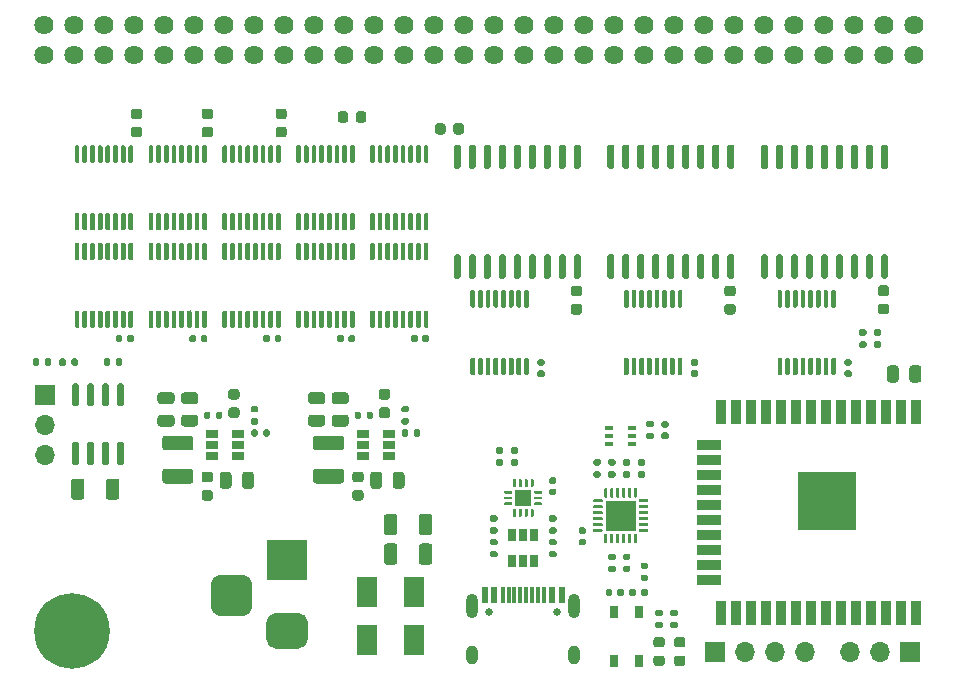
<source format=gbr>
G04 #@! TF.GenerationSoftware,KiCad,Pcbnew,(5.1.9-0-10_14)*
G04 #@! TF.CreationDate,2021-03-16T19:17:09+01:00*
G04 #@! TF.ProjectId,cflipclock_rev_a,63666c69-7063-46c6-9f63-6b5f7265765f,rev?*
G04 #@! TF.SameCoordinates,Original*
G04 #@! TF.FileFunction,Soldermask,Top*
G04 #@! TF.FilePolarity,Negative*
%FSLAX46Y46*%
G04 Gerber Fmt 4.6, Leading zero omitted, Abs format (unit mm)*
G04 Created by KiCad (PCBNEW (5.1.9-0-10_14)) date 2021-03-16 19:17:09*
%MOMM*%
%LPD*%
G01*
G04 APERTURE LIST*
%ADD10O,1.700000X1.700000*%
%ADD11R,1.700000X1.700000*%
%ADD12R,0.900000X2.000000*%
%ADD13R,2.000000X0.900000*%
%ADD14R,5.000000X5.000000*%
%ADD15R,3.500000X3.500000*%
%ADD16C,0.800000*%
%ADD17C,6.400000*%
%ADD18R,1.060000X0.650000*%
%ADD19C,1.625600*%
%ADD20R,2.600000X2.600000*%
%ADD21R,0.650000X1.060000*%
%ADD22R,1.450000X1.450000*%
%ADD23R,0.650000X1.050000*%
%ADD24R,0.650000X0.400000*%
%ADD25R,0.600000X1.450000*%
%ADD26R,0.300000X1.450000*%
%ADD27O,1.000000X2.100000*%
%ADD28C,0.650000*%
%ADD29O,1.000000X1.600000*%
%ADD30R,1.800000X2.500000*%
G04 APERTURE END LIST*
G36*
G01*
X154670000Y-107550000D02*
X154330000Y-107550000D01*
G75*
G02*
X154190000Y-107410000I0J140000D01*
G01*
X154190000Y-107130000D01*
G75*
G02*
X154330000Y-106990000I140000J0D01*
G01*
X154670000Y-106990000D01*
G75*
G02*
X154810000Y-107130000I0J-140000D01*
G01*
X154810000Y-107410000D01*
G75*
G02*
X154670000Y-107550000I-140000J0D01*
G01*
G37*
G36*
G01*
X154670000Y-108510000D02*
X154330000Y-108510000D01*
G75*
G02*
X154190000Y-108370000I0J140000D01*
G01*
X154190000Y-108090000D01*
G75*
G02*
X154330000Y-107950000I140000J0D01*
G01*
X154670000Y-107950000D01*
G75*
G02*
X154810000Y-108090000I0J-140000D01*
G01*
X154810000Y-108370000D01*
G75*
G02*
X154670000Y-108510000I-140000J0D01*
G01*
G37*
G36*
G01*
X163756250Y-121400000D02*
X163243750Y-121400000D01*
G75*
G02*
X163025000Y-121181250I0J218750D01*
G01*
X163025000Y-120743750D01*
G75*
G02*
X163243750Y-120525000I218750J0D01*
G01*
X163756250Y-120525000D01*
G75*
G02*
X163975000Y-120743750I0J-218750D01*
G01*
X163975000Y-121181250D01*
G75*
G02*
X163756250Y-121400000I-218750J0D01*
G01*
G37*
G36*
G01*
X163756250Y-122975000D02*
X163243750Y-122975000D01*
G75*
G02*
X163025000Y-122756250I0J218750D01*
G01*
X163025000Y-122318750D01*
G75*
G02*
X163243750Y-122100000I218750J0D01*
G01*
X163756250Y-122100000D01*
G75*
G02*
X163975000Y-122318750I0J-218750D01*
G01*
X163975000Y-122756250D01*
G75*
G02*
X163756250Y-122975000I-218750J0D01*
G01*
G37*
G36*
G01*
X165506250Y-121400000D02*
X164993750Y-121400000D01*
G75*
G02*
X164775000Y-121181250I0J218750D01*
G01*
X164775000Y-120743750D01*
G75*
G02*
X164993750Y-120525000I218750J0D01*
G01*
X165506250Y-120525000D01*
G75*
G02*
X165725000Y-120743750I0J-218750D01*
G01*
X165725000Y-121181250D01*
G75*
G02*
X165506250Y-121400000I-218750J0D01*
G01*
G37*
G36*
G01*
X165506250Y-122975000D02*
X164993750Y-122975000D01*
G75*
G02*
X164775000Y-122756250I0J218750D01*
G01*
X164775000Y-122318750D01*
G75*
G02*
X164993750Y-122100000I218750J0D01*
G01*
X165506250Y-122100000D01*
G75*
G02*
X165725000Y-122318750I0J-218750D01*
G01*
X165725000Y-122756250D01*
G75*
G02*
X165506250Y-122975000I-218750J0D01*
G01*
G37*
G36*
G01*
X125000000Y-108075000D02*
X125500000Y-108075000D01*
G75*
G02*
X125725000Y-108300000I0J-225000D01*
G01*
X125725000Y-108750000D01*
G75*
G02*
X125500000Y-108975000I-225000J0D01*
G01*
X125000000Y-108975000D01*
G75*
G02*
X124775000Y-108750000I0J225000D01*
G01*
X124775000Y-108300000D01*
G75*
G02*
X125000000Y-108075000I225000J0D01*
G01*
G37*
G36*
G01*
X125000000Y-106525000D02*
X125500000Y-106525000D01*
G75*
G02*
X125725000Y-106750000I0J-225000D01*
G01*
X125725000Y-107200000D01*
G75*
G02*
X125500000Y-107425000I-225000J0D01*
G01*
X125000000Y-107425000D01*
G75*
G02*
X124775000Y-107200000I0J225000D01*
G01*
X124775000Y-106750000D01*
G75*
G02*
X125000000Y-106525000I225000J0D01*
G01*
G37*
G36*
G01*
X182250000Y-92300000D02*
X182750000Y-92300000D01*
G75*
G02*
X182975000Y-92525000I0J-225000D01*
G01*
X182975000Y-92975000D01*
G75*
G02*
X182750000Y-93200000I-225000J0D01*
G01*
X182250000Y-93200000D01*
G75*
G02*
X182025000Y-92975000I0J225000D01*
G01*
X182025000Y-92525000D01*
G75*
G02*
X182250000Y-92300000I225000J0D01*
G01*
G37*
G36*
G01*
X182250000Y-90750000D02*
X182750000Y-90750000D01*
G75*
G02*
X182975000Y-90975000I0J-225000D01*
G01*
X182975000Y-91425000D01*
G75*
G02*
X182750000Y-91650000I-225000J0D01*
G01*
X182250000Y-91650000D01*
G75*
G02*
X182025000Y-91425000I0J225000D01*
G01*
X182025000Y-90975000D01*
G75*
G02*
X182250000Y-90750000I225000J0D01*
G01*
G37*
G36*
G01*
X169250000Y-92325000D02*
X169750000Y-92325000D01*
G75*
G02*
X169975000Y-92550000I0J-225000D01*
G01*
X169975000Y-93000000D01*
G75*
G02*
X169750000Y-93225000I-225000J0D01*
G01*
X169250000Y-93225000D01*
G75*
G02*
X169025000Y-93000000I0J225000D01*
G01*
X169025000Y-92550000D01*
G75*
G02*
X169250000Y-92325000I225000J0D01*
G01*
G37*
G36*
G01*
X169250000Y-90775000D02*
X169750000Y-90775000D01*
G75*
G02*
X169975000Y-91000000I0J-225000D01*
G01*
X169975000Y-91450000D01*
G75*
G02*
X169750000Y-91675000I-225000J0D01*
G01*
X169250000Y-91675000D01*
G75*
G02*
X169025000Y-91450000I0J225000D01*
G01*
X169025000Y-91000000D01*
G75*
G02*
X169250000Y-90775000I225000J0D01*
G01*
G37*
G36*
G01*
X156251100Y-92325000D02*
X156751100Y-92325000D01*
G75*
G02*
X156976100Y-92550000I0J-225000D01*
G01*
X156976100Y-93000000D01*
G75*
G02*
X156751100Y-93225000I-225000J0D01*
G01*
X156251100Y-93225000D01*
G75*
G02*
X156026100Y-93000000I0J225000D01*
G01*
X156026100Y-92550000D01*
G75*
G02*
X156251100Y-92325000I225000J0D01*
G01*
G37*
G36*
G01*
X156251100Y-90775000D02*
X156751100Y-90775000D01*
G75*
G02*
X156976100Y-91000000I0J-225000D01*
G01*
X156976100Y-91450000D01*
G75*
G02*
X156751100Y-91675000I-225000J0D01*
G01*
X156251100Y-91675000D01*
G75*
G02*
X156026100Y-91450000I0J225000D01*
G01*
X156026100Y-91000000D01*
G75*
G02*
X156251100Y-90775000I225000J0D01*
G01*
G37*
G36*
G01*
X146075000Y-77750000D02*
X146075000Y-77250000D01*
G75*
G02*
X146300000Y-77025000I225000J0D01*
G01*
X146750000Y-77025000D01*
G75*
G02*
X146975000Y-77250000I0J-225000D01*
G01*
X146975000Y-77750000D01*
G75*
G02*
X146750000Y-77975000I-225000J0D01*
G01*
X146300000Y-77975000D01*
G75*
G02*
X146075000Y-77750000I0J225000D01*
G01*
G37*
G36*
G01*
X144525000Y-77750000D02*
X144525000Y-77250000D01*
G75*
G02*
X144750000Y-77025000I225000J0D01*
G01*
X145200000Y-77025000D01*
G75*
G02*
X145425000Y-77250000I0J-225000D01*
G01*
X145425000Y-77750000D01*
G75*
G02*
X145200000Y-77975000I-225000J0D01*
G01*
X144750000Y-77975000D01*
G75*
G02*
X144525000Y-77750000I0J225000D01*
G01*
G37*
G36*
G01*
X137825000Y-76750000D02*
X137825000Y-76250000D01*
G75*
G02*
X138050000Y-76025000I225000J0D01*
G01*
X138500000Y-76025000D01*
G75*
G02*
X138725000Y-76250000I0J-225000D01*
G01*
X138725000Y-76750000D01*
G75*
G02*
X138500000Y-76975000I-225000J0D01*
G01*
X138050000Y-76975000D01*
G75*
G02*
X137825000Y-76750000I0J225000D01*
G01*
G37*
G36*
G01*
X136275000Y-76750000D02*
X136275000Y-76250000D01*
G75*
G02*
X136500000Y-76025000I225000J0D01*
G01*
X136950000Y-76025000D01*
G75*
G02*
X137175000Y-76250000I0J-225000D01*
G01*
X137175000Y-76750000D01*
G75*
G02*
X136950000Y-76975000I-225000J0D01*
G01*
X136500000Y-76975000D01*
G75*
G02*
X136275000Y-76750000I0J225000D01*
G01*
G37*
G36*
G01*
X131750000Y-76675000D02*
X131250000Y-76675000D01*
G75*
G02*
X131025000Y-76450000I0J225000D01*
G01*
X131025000Y-76000000D01*
G75*
G02*
X131250000Y-75775000I225000J0D01*
G01*
X131750000Y-75775000D01*
G75*
G02*
X131975000Y-76000000I0J-225000D01*
G01*
X131975000Y-76450000D01*
G75*
G02*
X131750000Y-76675000I-225000J0D01*
G01*
G37*
G36*
G01*
X131750000Y-78225000D02*
X131250000Y-78225000D01*
G75*
G02*
X131025000Y-78000000I0J225000D01*
G01*
X131025000Y-77550000D01*
G75*
G02*
X131250000Y-77325000I225000J0D01*
G01*
X131750000Y-77325000D01*
G75*
G02*
X131975000Y-77550000I0J-225000D01*
G01*
X131975000Y-78000000D01*
G75*
G02*
X131750000Y-78225000I-225000J0D01*
G01*
G37*
G36*
G01*
X125500000Y-76675000D02*
X125000000Y-76675000D01*
G75*
G02*
X124775000Y-76450000I0J225000D01*
G01*
X124775000Y-76000000D01*
G75*
G02*
X125000000Y-75775000I225000J0D01*
G01*
X125500000Y-75775000D01*
G75*
G02*
X125725000Y-76000000I0J-225000D01*
G01*
X125725000Y-76450000D01*
G75*
G02*
X125500000Y-76675000I-225000J0D01*
G01*
G37*
G36*
G01*
X125500000Y-78225000D02*
X125000000Y-78225000D01*
G75*
G02*
X124775000Y-78000000I0J225000D01*
G01*
X124775000Y-77550000D01*
G75*
G02*
X125000000Y-77325000I225000J0D01*
G01*
X125500000Y-77325000D01*
G75*
G02*
X125725000Y-77550000I0J-225000D01*
G01*
X125725000Y-78000000D01*
G75*
G02*
X125500000Y-78225000I-225000J0D01*
G01*
G37*
G36*
G01*
X119500000Y-76675000D02*
X119000000Y-76675000D01*
G75*
G02*
X118775000Y-76450000I0J225000D01*
G01*
X118775000Y-76000000D01*
G75*
G02*
X119000000Y-75775000I225000J0D01*
G01*
X119500000Y-75775000D01*
G75*
G02*
X119725000Y-76000000I0J-225000D01*
G01*
X119725000Y-76450000D01*
G75*
G02*
X119500000Y-76675000I-225000J0D01*
G01*
G37*
G36*
G01*
X119500000Y-78225000D02*
X119000000Y-78225000D01*
G75*
G02*
X118775000Y-78000000I0J225000D01*
G01*
X118775000Y-77550000D01*
G75*
G02*
X119000000Y-77325000I225000J0D01*
G01*
X119500000Y-77325000D01*
G75*
G02*
X119725000Y-77550000I0J-225000D01*
G01*
X119725000Y-78000000D01*
G75*
G02*
X119500000Y-78225000I-225000J0D01*
G01*
G37*
G36*
G01*
X137750000Y-108075000D02*
X138250000Y-108075000D01*
G75*
G02*
X138475000Y-108300000I0J-225000D01*
G01*
X138475000Y-108750000D01*
G75*
G02*
X138250000Y-108975000I-225000J0D01*
G01*
X137750000Y-108975000D01*
G75*
G02*
X137525000Y-108750000I0J225000D01*
G01*
X137525000Y-108300000D01*
G75*
G02*
X137750000Y-108075000I225000J0D01*
G01*
G37*
G36*
G01*
X137750000Y-106525000D02*
X138250000Y-106525000D01*
G75*
G02*
X138475000Y-106750000I0J-225000D01*
G01*
X138475000Y-107200000D01*
G75*
G02*
X138250000Y-107425000I-225000J0D01*
G01*
X137750000Y-107425000D01*
G75*
G02*
X137525000Y-107200000I0J225000D01*
G01*
X137525000Y-106750000D01*
G75*
G02*
X137750000Y-106525000I225000J0D01*
G01*
G37*
D10*
X179670000Y-121750000D03*
X182210000Y-121750000D03*
D11*
X184750000Y-121750000D03*
D12*
X185255000Y-118500000D03*
X183985000Y-118500000D03*
X182715000Y-118500000D03*
X181445000Y-118500000D03*
X180175000Y-118500000D03*
X178905000Y-118500000D03*
X177635000Y-118500000D03*
X176365000Y-118500000D03*
X175095000Y-118500000D03*
X173825000Y-118500000D03*
X172555000Y-118500000D03*
X171285000Y-118500000D03*
X170015000Y-118500000D03*
X168745000Y-118500000D03*
D13*
X167745000Y-115715000D03*
X167745000Y-114445000D03*
X167745000Y-113175000D03*
X167745000Y-111905000D03*
X167745000Y-110635000D03*
X167745000Y-109365000D03*
X167745000Y-108095000D03*
X167745000Y-106825000D03*
X167745000Y-105555000D03*
X167745000Y-104285000D03*
D12*
X168745000Y-101500000D03*
X170015000Y-101500000D03*
X171285000Y-101500000D03*
X172555000Y-101500000D03*
X173825000Y-101500000D03*
X175095000Y-101500000D03*
X176365000Y-101500000D03*
X177635000Y-101500000D03*
X178905000Y-101500000D03*
X180175000Y-101500000D03*
X181445000Y-101500000D03*
X182715000Y-101500000D03*
X183985000Y-101500000D03*
X185255000Y-101500000D03*
D14*
X177755000Y-109000000D03*
G36*
G01*
X159685000Y-106010000D02*
X159315000Y-106010000D01*
G75*
G02*
X159180000Y-105875000I0J135000D01*
G01*
X159180000Y-105605000D01*
G75*
G02*
X159315000Y-105470000I135000J0D01*
G01*
X159685000Y-105470000D01*
G75*
G02*
X159820000Y-105605000I0J-135000D01*
G01*
X159820000Y-105875000D01*
G75*
G02*
X159685000Y-106010000I-135000J0D01*
G01*
G37*
G36*
G01*
X159685000Y-107030000D02*
X159315000Y-107030000D01*
G75*
G02*
X159180000Y-106895000I0J135000D01*
G01*
X159180000Y-106625000D01*
G75*
G02*
X159315000Y-106490000I135000J0D01*
G01*
X159685000Y-106490000D01*
G75*
G02*
X159820000Y-106625000I0J-135000D01*
G01*
X159820000Y-106895000D01*
G75*
G02*
X159685000Y-107030000I-135000J0D01*
G01*
G37*
G36*
G01*
X160565000Y-106490000D02*
X160935000Y-106490000D01*
G75*
G02*
X161070000Y-106625000I0J-135000D01*
G01*
X161070000Y-106895000D01*
G75*
G02*
X160935000Y-107030000I-135000J0D01*
G01*
X160565000Y-107030000D01*
G75*
G02*
X160430000Y-106895000I0J135000D01*
G01*
X160430000Y-106625000D01*
G75*
G02*
X160565000Y-106490000I135000J0D01*
G01*
G37*
G36*
G01*
X160565000Y-105470000D02*
X160935000Y-105470000D01*
G75*
G02*
X161070000Y-105605000I0J-135000D01*
G01*
X161070000Y-105875000D01*
G75*
G02*
X160935000Y-106010000I-135000J0D01*
G01*
X160565000Y-106010000D01*
G75*
G02*
X160430000Y-105875000I0J135000D01*
G01*
X160430000Y-105605000D01*
G75*
G02*
X160565000Y-105470000I135000J0D01*
G01*
G37*
D10*
X111500000Y-105080000D03*
X111500000Y-102540000D03*
D11*
X111500000Y-100000000D03*
D10*
X175870000Y-121750000D03*
X173330000Y-121750000D03*
X170790000Y-121750000D03*
D11*
X168250000Y-121750000D03*
G36*
G01*
X117490000Y-97435000D02*
X117490000Y-97065000D01*
G75*
G02*
X117625000Y-96930000I135000J0D01*
G01*
X117895000Y-96930000D01*
G75*
G02*
X118030000Y-97065000I0J-135000D01*
G01*
X118030000Y-97435000D01*
G75*
G02*
X117895000Y-97570000I-135000J0D01*
G01*
X117625000Y-97570000D01*
G75*
G02*
X117490000Y-97435000I0J135000D01*
G01*
G37*
G36*
G01*
X116470000Y-97435000D02*
X116470000Y-97065000D01*
G75*
G02*
X116605000Y-96930000I135000J0D01*
G01*
X116875000Y-96930000D01*
G75*
G02*
X117010000Y-97065000I0J-135000D01*
G01*
X117010000Y-97435000D01*
G75*
G02*
X116875000Y-97570000I-135000J0D01*
G01*
X116605000Y-97570000D01*
G75*
G02*
X116470000Y-97435000I0J135000D01*
G01*
G37*
G36*
G01*
X113740000Y-97435000D02*
X113740000Y-97065000D01*
G75*
G02*
X113875000Y-96930000I135000J0D01*
G01*
X114145000Y-96930000D01*
G75*
G02*
X114280000Y-97065000I0J-135000D01*
G01*
X114280000Y-97435000D01*
G75*
G02*
X114145000Y-97570000I-135000J0D01*
G01*
X113875000Y-97570000D01*
G75*
G02*
X113740000Y-97435000I0J135000D01*
G01*
G37*
G36*
G01*
X112720000Y-97435000D02*
X112720000Y-97065000D01*
G75*
G02*
X112855000Y-96930000I135000J0D01*
G01*
X113125000Y-96930000D01*
G75*
G02*
X113260000Y-97065000I0J-135000D01*
G01*
X113260000Y-97435000D01*
G75*
G02*
X113125000Y-97570000I-135000J0D01*
G01*
X112855000Y-97570000D01*
G75*
G02*
X112720000Y-97435000I0J135000D01*
G01*
G37*
G36*
G01*
X111010000Y-97065000D02*
X111010000Y-97435000D01*
G75*
G02*
X110875000Y-97570000I-135000J0D01*
G01*
X110605000Y-97570000D01*
G75*
G02*
X110470000Y-97435000I0J135000D01*
G01*
X110470000Y-97065000D01*
G75*
G02*
X110605000Y-96930000I135000J0D01*
G01*
X110875000Y-96930000D01*
G75*
G02*
X111010000Y-97065000I0J-135000D01*
G01*
G37*
G36*
G01*
X112030000Y-97065000D02*
X112030000Y-97435000D01*
G75*
G02*
X111895000Y-97570000I-135000J0D01*
G01*
X111625000Y-97570000D01*
G75*
G02*
X111490000Y-97435000I0J135000D01*
G01*
X111490000Y-97065000D01*
G75*
G02*
X111625000Y-96930000I135000J0D01*
G01*
X111895000Y-96930000D01*
G75*
G02*
X112030000Y-97065000I0J-135000D01*
G01*
G37*
G36*
G01*
X183800000Y-97775000D02*
X183800000Y-98725000D01*
G75*
G02*
X183550000Y-98975000I-250000J0D01*
G01*
X183050000Y-98975000D01*
G75*
G02*
X182800000Y-98725000I0J250000D01*
G01*
X182800000Y-97775000D01*
G75*
G02*
X183050000Y-97525000I250000J0D01*
G01*
X183550000Y-97525000D01*
G75*
G02*
X183800000Y-97775000I0J-250000D01*
G01*
G37*
G36*
G01*
X185700000Y-97775000D02*
X185700000Y-98725000D01*
G75*
G02*
X185450000Y-98975000I-250000J0D01*
G01*
X184950000Y-98975000D01*
G75*
G02*
X184700000Y-98725000I0J250000D01*
G01*
X184700000Y-97775000D01*
G75*
G02*
X184950000Y-97525000I250000J0D01*
G01*
X185450000Y-97525000D01*
G75*
G02*
X185700000Y-97775000I0J-250000D01*
G01*
G37*
G36*
G01*
X141350000Y-110349999D02*
X141350000Y-111650001D01*
G75*
G02*
X141100001Y-111900000I-249999J0D01*
G01*
X140449999Y-111900000D01*
G75*
G02*
X140200000Y-111650001I0J249999D01*
G01*
X140200000Y-110349999D01*
G75*
G02*
X140449999Y-110100000I249999J0D01*
G01*
X141100001Y-110100000D01*
G75*
G02*
X141350000Y-110349999I0J-249999D01*
G01*
G37*
G36*
G01*
X144300000Y-110349999D02*
X144300000Y-111650001D01*
G75*
G02*
X144050001Y-111900000I-249999J0D01*
G01*
X143399999Y-111900000D01*
G75*
G02*
X143150000Y-111650001I0J249999D01*
G01*
X143150000Y-110349999D01*
G75*
G02*
X143399999Y-110100000I249999J0D01*
G01*
X144050001Y-110100000D01*
G75*
G02*
X144300000Y-110349999I0J-249999D01*
G01*
G37*
G36*
G01*
X116650000Y-108650001D02*
X116650000Y-107349999D01*
G75*
G02*
X116899999Y-107100000I249999J0D01*
G01*
X117550001Y-107100000D01*
G75*
G02*
X117800000Y-107349999I0J-249999D01*
G01*
X117800000Y-108650001D01*
G75*
G02*
X117550001Y-108900000I-249999J0D01*
G01*
X116899999Y-108900000D01*
G75*
G02*
X116650000Y-108650001I0J249999D01*
G01*
G37*
G36*
G01*
X113700000Y-108650001D02*
X113700000Y-107349999D01*
G75*
G02*
X113949999Y-107100000I249999J0D01*
G01*
X114600001Y-107100000D01*
G75*
G02*
X114850000Y-107349999I0J-249999D01*
G01*
X114850000Y-108650001D01*
G75*
G02*
X114600001Y-108900000I-249999J0D01*
G01*
X113949999Y-108900000D01*
G75*
G02*
X113700000Y-108650001I0J249999D01*
G01*
G37*
G36*
G01*
X141350000Y-112849999D02*
X141350000Y-114150001D01*
G75*
G02*
X141100001Y-114400000I-249999J0D01*
G01*
X140449999Y-114400000D01*
G75*
G02*
X140200000Y-114150001I0J249999D01*
G01*
X140200000Y-112849999D01*
G75*
G02*
X140449999Y-112600000I249999J0D01*
G01*
X141100001Y-112600000D01*
G75*
G02*
X141350000Y-112849999I0J-249999D01*
G01*
G37*
G36*
G01*
X144300000Y-112849999D02*
X144300000Y-114150001D01*
G75*
G02*
X144050001Y-114400000I-249999J0D01*
G01*
X143399999Y-114400000D01*
G75*
G02*
X143150000Y-114150001I0J249999D01*
G01*
X143150000Y-112849999D01*
G75*
G02*
X143399999Y-112600000I249999J0D01*
G01*
X144050001Y-112600000D01*
G75*
G02*
X144300000Y-112849999I0J-249999D01*
G01*
G37*
G36*
G01*
X128175000Y-118750000D02*
X126425000Y-118750000D01*
G75*
G02*
X125550000Y-117875000I0J875000D01*
G01*
X125550000Y-116125000D01*
G75*
G02*
X126425000Y-115250000I875000J0D01*
G01*
X128175000Y-115250000D01*
G75*
G02*
X129050000Y-116125000I0J-875000D01*
G01*
X129050000Y-117875000D01*
G75*
G02*
X128175000Y-118750000I-875000J0D01*
G01*
G37*
G36*
G01*
X133000000Y-121500000D02*
X131000000Y-121500000D01*
G75*
G02*
X130250000Y-120750000I0J750000D01*
G01*
X130250000Y-119250000D01*
G75*
G02*
X131000000Y-118500000I750000J0D01*
G01*
X133000000Y-118500000D01*
G75*
G02*
X133750000Y-119250000I0J-750000D01*
G01*
X133750000Y-120750000D01*
G75*
G02*
X133000000Y-121500000I-750000J0D01*
G01*
G37*
D15*
X132000000Y-114000000D03*
G36*
G01*
X117755000Y-104000000D02*
X118055000Y-104000000D01*
G75*
G02*
X118205000Y-104150000I0J-150000D01*
G01*
X118205000Y-105800000D01*
G75*
G02*
X118055000Y-105950000I-150000J0D01*
G01*
X117755000Y-105950000D01*
G75*
G02*
X117605000Y-105800000I0J150000D01*
G01*
X117605000Y-104150000D01*
G75*
G02*
X117755000Y-104000000I150000J0D01*
G01*
G37*
G36*
G01*
X116485000Y-104000000D02*
X116785000Y-104000000D01*
G75*
G02*
X116935000Y-104150000I0J-150000D01*
G01*
X116935000Y-105800000D01*
G75*
G02*
X116785000Y-105950000I-150000J0D01*
G01*
X116485000Y-105950000D01*
G75*
G02*
X116335000Y-105800000I0J150000D01*
G01*
X116335000Y-104150000D01*
G75*
G02*
X116485000Y-104000000I150000J0D01*
G01*
G37*
G36*
G01*
X115215000Y-104000000D02*
X115515000Y-104000000D01*
G75*
G02*
X115665000Y-104150000I0J-150000D01*
G01*
X115665000Y-105800000D01*
G75*
G02*
X115515000Y-105950000I-150000J0D01*
G01*
X115215000Y-105950000D01*
G75*
G02*
X115065000Y-105800000I0J150000D01*
G01*
X115065000Y-104150000D01*
G75*
G02*
X115215000Y-104000000I150000J0D01*
G01*
G37*
G36*
G01*
X113945000Y-104000000D02*
X114245000Y-104000000D01*
G75*
G02*
X114395000Y-104150000I0J-150000D01*
G01*
X114395000Y-105800000D01*
G75*
G02*
X114245000Y-105950000I-150000J0D01*
G01*
X113945000Y-105950000D01*
G75*
G02*
X113795000Y-105800000I0J150000D01*
G01*
X113795000Y-104150000D01*
G75*
G02*
X113945000Y-104000000I150000J0D01*
G01*
G37*
G36*
G01*
X113945000Y-99050000D02*
X114245000Y-99050000D01*
G75*
G02*
X114395000Y-99200000I0J-150000D01*
G01*
X114395000Y-100850000D01*
G75*
G02*
X114245000Y-101000000I-150000J0D01*
G01*
X113945000Y-101000000D01*
G75*
G02*
X113795000Y-100850000I0J150000D01*
G01*
X113795000Y-99200000D01*
G75*
G02*
X113945000Y-99050000I150000J0D01*
G01*
G37*
G36*
G01*
X115215000Y-99050000D02*
X115515000Y-99050000D01*
G75*
G02*
X115665000Y-99200000I0J-150000D01*
G01*
X115665000Y-100850000D01*
G75*
G02*
X115515000Y-101000000I-150000J0D01*
G01*
X115215000Y-101000000D01*
G75*
G02*
X115065000Y-100850000I0J150000D01*
G01*
X115065000Y-99200000D01*
G75*
G02*
X115215000Y-99050000I150000J0D01*
G01*
G37*
G36*
G01*
X116485000Y-99050000D02*
X116785000Y-99050000D01*
G75*
G02*
X116935000Y-99200000I0J-150000D01*
G01*
X116935000Y-100850000D01*
G75*
G02*
X116785000Y-101000000I-150000J0D01*
G01*
X116485000Y-101000000D01*
G75*
G02*
X116335000Y-100850000I0J150000D01*
G01*
X116335000Y-99200000D01*
G75*
G02*
X116485000Y-99050000I150000J0D01*
G01*
G37*
G36*
G01*
X117755000Y-99050000D02*
X118055000Y-99050000D01*
G75*
G02*
X118205000Y-99200000I0J-150000D01*
G01*
X118205000Y-100850000D01*
G75*
G02*
X118055000Y-101000000I-150000J0D01*
G01*
X117755000Y-101000000D01*
G75*
G02*
X117605000Y-100850000I0J150000D01*
G01*
X117605000Y-99200000D01*
G75*
G02*
X117755000Y-99050000I150000J0D01*
G01*
G37*
G36*
G01*
X127250000Y-101075000D02*
X127750000Y-101075000D01*
G75*
G02*
X127975000Y-101300000I0J-225000D01*
G01*
X127975000Y-101750000D01*
G75*
G02*
X127750000Y-101975000I-225000J0D01*
G01*
X127250000Y-101975000D01*
G75*
G02*
X127025000Y-101750000I0J225000D01*
G01*
X127025000Y-101300000D01*
G75*
G02*
X127250000Y-101075000I225000J0D01*
G01*
G37*
G36*
G01*
X127250000Y-99525000D02*
X127750000Y-99525000D01*
G75*
G02*
X127975000Y-99750000I0J-225000D01*
G01*
X127975000Y-100200000D01*
G75*
G02*
X127750000Y-100425000I-225000J0D01*
G01*
X127250000Y-100425000D01*
G75*
G02*
X127025000Y-100200000I0J225000D01*
G01*
X127025000Y-99750000D01*
G75*
G02*
X127250000Y-99525000I225000J0D01*
G01*
G37*
G36*
G01*
X140000000Y-101075000D02*
X140500000Y-101075000D01*
G75*
G02*
X140725000Y-101300000I0J-225000D01*
G01*
X140725000Y-101750000D01*
G75*
G02*
X140500000Y-101975000I-225000J0D01*
G01*
X140000000Y-101975000D01*
G75*
G02*
X139775000Y-101750000I0J225000D01*
G01*
X139775000Y-101300000D01*
G75*
G02*
X140000000Y-101075000I225000J0D01*
G01*
G37*
G36*
G01*
X140000000Y-99525000D02*
X140500000Y-99525000D01*
G75*
G02*
X140725000Y-99750000I0J-225000D01*
G01*
X140725000Y-100200000D01*
G75*
G02*
X140500000Y-100425000I-225000J0D01*
G01*
X140000000Y-100425000D01*
G75*
G02*
X139775000Y-100200000I0J225000D01*
G01*
X139775000Y-99750000D01*
G75*
G02*
X140000000Y-99525000I225000J0D01*
G01*
G37*
D16*
X115447056Y-118302944D03*
X113750000Y-117600000D03*
X112052944Y-118302944D03*
X111350000Y-120000000D03*
X112052944Y-121697056D03*
X113750000Y-122400000D03*
X115447056Y-121697056D03*
X116150000Y-120000000D03*
D17*
X113750000Y-120000000D03*
D18*
X125650000Y-104250000D03*
X125650000Y-105200000D03*
X125650000Y-103300000D03*
X127850000Y-103300000D03*
X127850000Y-104250000D03*
X127850000Y-105200000D03*
G36*
G01*
X129990000Y-103435000D02*
X129990000Y-103065000D01*
G75*
G02*
X130125000Y-102930000I135000J0D01*
G01*
X130395000Y-102930000D01*
G75*
G02*
X130530000Y-103065000I0J-135000D01*
G01*
X130530000Y-103435000D01*
G75*
G02*
X130395000Y-103570000I-135000J0D01*
G01*
X130125000Y-103570000D01*
G75*
G02*
X129990000Y-103435000I0J135000D01*
G01*
G37*
G36*
G01*
X128970000Y-103435000D02*
X128970000Y-103065000D01*
G75*
G02*
X129105000Y-102930000I135000J0D01*
G01*
X129375000Y-102930000D01*
G75*
G02*
X129510000Y-103065000I0J-135000D01*
G01*
X129510000Y-103435000D01*
G75*
G02*
X129375000Y-103570000I-135000J0D01*
G01*
X129105000Y-103570000D01*
G75*
G02*
X128970000Y-103435000I0J135000D01*
G01*
G37*
G36*
G01*
X129065000Y-101990000D02*
X129435000Y-101990000D01*
G75*
G02*
X129570000Y-102125000I0J-135000D01*
G01*
X129570000Y-102395000D01*
G75*
G02*
X129435000Y-102530000I-135000J0D01*
G01*
X129065000Y-102530000D01*
G75*
G02*
X128930000Y-102395000I0J135000D01*
G01*
X128930000Y-102125000D01*
G75*
G02*
X129065000Y-101990000I135000J0D01*
G01*
G37*
G36*
G01*
X129065000Y-100970000D02*
X129435000Y-100970000D01*
G75*
G02*
X129570000Y-101105000I0J-135000D01*
G01*
X129570000Y-101375000D01*
G75*
G02*
X129435000Y-101510000I-135000J0D01*
G01*
X129065000Y-101510000D01*
G75*
G02*
X128930000Y-101375000I0J135000D01*
G01*
X128930000Y-101105000D01*
G75*
G02*
X129065000Y-100970000I135000J0D01*
G01*
G37*
G36*
G01*
X125510000Y-101565000D02*
X125510000Y-101935000D01*
G75*
G02*
X125375000Y-102070000I-135000J0D01*
G01*
X125105000Y-102070000D01*
G75*
G02*
X124970000Y-101935000I0J135000D01*
G01*
X124970000Y-101565000D01*
G75*
G02*
X125105000Y-101430000I135000J0D01*
G01*
X125375000Y-101430000D01*
G75*
G02*
X125510000Y-101565000I0J-135000D01*
G01*
G37*
G36*
G01*
X126530000Y-101565000D02*
X126530000Y-101935000D01*
G75*
G02*
X126395000Y-102070000I-135000J0D01*
G01*
X126125000Y-102070000D01*
G75*
G02*
X125990000Y-101935000I0J135000D01*
G01*
X125990000Y-101565000D01*
G75*
G02*
X126125000Y-101430000I135000J0D01*
G01*
X126395000Y-101430000D01*
G75*
G02*
X126530000Y-101565000I0J-135000D01*
G01*
G37*
G36*
G01*
X123825000Y-104725000D02*
X121675000Y-104725000D01*
G75*
G02*
X121425000Y-104475000I0J250000D01*
G01*
X121425000Y-103725000D01*
G75*
G02*
X121675000Y-103475000I250000J0D01*
G01*
X123825000Y-103475000D01*
G75*
G02*
X124075000Y-103725000I0J-250000D01*
G01*
X124075000Y-104475000D01*
G75*
G02*
X123825000Y-104725000I-250000J0D01*
G01*
G37*
G36*
G01*
X123825000Y-107525000D02*
X121675000Y-107525000D01*
G75*
G02*
X121425000Y-107275000I0J250000D01*
G01*
X121425000Y-106525000D01*
G75*
G02*
X121675000Y-106275000I250000J0D01*
G01*
X123825000Y-106275000D01*
G75*
G02*
X124075000Y-106525000I0J-250000D01*
G01*
X124075000Y-107275000D01*
G75*
G02*
X123825000Y-107525000I-250000J0D01*
G01*
G37*
G36*
G01*
X123275000Y-101700000D02*
X124225000Y-101700000D01*
G75*
G02*
X124475000Y-101950000I0J-250000D01*
G01*
X124475000Y-102450000D01*
G75*
G02*
X124225000Y-102700000I-250000J0D01*
G01*
X123275000Y-102700000D01*
G75*
G02*
X123025000Y-102450000I0J250000D01*
G01*
X123025000Y-101950000D01*
G75*
G02*
X123275000Y-101700000I250000J0D01*
G01*
G37*
G36*
G01*
X123275000Y-99800000D02*
X124225000Y-99800000D01*
G75*
G02*
X124475000Y-100050000I0J-250000D01*
G01*
X124475000Y-100550000D01*
G75*
G02*
X124225000Y-100800000I-250000J0D01*
G01*
X123275000Y-100800000D01*
G75*
G02*
X123025000Y-100550000I0J250000D01*
G01*
X123025000Y-100050000D01*
G75*
G02*
X123275000Y-99800000I250000J0D01*
G01*
G37*
G36*
G01*
X121275000Y-101700000D02*
X122225000Y-101700000D01*
G75*
G02*
X122475000Y-101950000I0J-250000D01*
G01*
X122475000Y-102450000D01*
G75*
G02*
X122225000Y-102700000I-250000J0D01*
G01*
X121275000Y-102700000D01*
G75*
G02*
X121025000Y-102450000I0J250000D01*
G01*
X121025000Y-101950000D01*
G75*
G02*
X121275000Y-101700000I250000J0D01*
G01*
G37*
G36*
G01*
X121275000Y-99800000D02*
X122225000Y-99800000D01*
G75*
G02*
X122475000Y-100050000I0J-250000D01*
G01*
X122475000Y-100550000D01*
G75*
G02*
X122225000Y-100800000I-250000J0D01*
G01*
X121275000Y-100800000D01*
G75*
G02*
X121025000Y-100550000I0J250000D01*
G01*
X121025000Y-100050000D01*
G75*
G02*
X121275000Y-99800000I250000J0D01*
G01*
G37*
G36*
G01*
X127300000Y-106775000D02*
X127300000Y-107725000D01*
G75*
G02*
X127050000Y-107975000I-250000J0D01*
G01*
X126550000Y-107975000D01*
G75*
G02*
X126300000Y-107725000I0J250000D01*
G01*
X126300000Y-106775000D01*
G75*
G02*
X126550000Y-106525000I250000J0D01*
G01*
X127050000Y-106525000D01*
G75*
G02*
X127300000Y-106775000I0J-250000D01*
G01*
G37*
G36*
G01*
X129200000Y-106775000D02*
X129200000Y-107725000D01*
G75*
G02*
X128950000Y-107975000I-250000J0D01*
G01*
X128450000Y-107975000D01*
G75*
G02*
X128200000Y-107725000I0J250000D01*
G01*
X128200000Y-106775000D01*
G75*
G02*
X128450000Y-106525000I250000J0D01*
G01*
X128950000Y-106525000D01*
G75*
G02*
X129200000Y-106775000I0J-250000D01*
G01*
G37*
G36*
G01*
X126825000Y-80375000D02*
X126625000Y-80375000D01*
G75*
G02*
X126525000Y-80275000I0J100000D01*
G01*
X126525000Y-79000000D01*
G75*
G02*
X126625000Y-78900000I100000J0D01*
G01*
X126825000Y-78900000D01*
G75*
G02*
X126925000Y-79000000I0J-100000D01*
G01*
X126925000Y-80275000D01*
G75*
G02*
X126825000Y-80375000I-100000J0D01*
G01*
G37*
G36*
G01*
X127475000Y-80375000D02*
X127275000Y-80375000D01*
G75*
G02*
X127175000Y-80275000I0J100000D01*
G01*
X127175000Y-79000000D01*
G75*
G02*
X127275000Y-78900000I100000J0D01*
G01*
X127475000Y-78900000D01*
G75*
G02*
X127575000Y-79000000I0J-100000D01*
G01*
X127575000Y-80275000D01*
G75*
G02*
X127475000Y-80375000I-100000J0D01*
G01*
G37*
G36*
G01*
X128125000Y-80375000D02*
X127925000Y-80375000D01*
G75*
G02*
X127825000Y-80275000I0J100000D01*
G01*
X127825000Y-79000000D01*
G75*
G02*
X127925000Y-78900000I100000J0D01*
G01*
X128125000Y-78900000D01*
G75*
G02*
X128225000Y-79000000I0J-100000D01*
G01*
X128225000Y-80275000D01*
G75*
G02*
X128125000Y-80375000I-100000J0D01*
G01*
G37*
G36*
G01*
X128775000Y-80375000D02*
X128575000Y-80375000D01*
G75*
G02*
X128475000Y-80275000I0J100000D01*
G01*
X128475000Y-79000000D01*
G75*
G02*
X128575000Y-78900000I100000J0D01*
G01*
X128775000Y-78900000D01*
G75*
G02*
X128875000Y-79000000I0J-100000D01*
G01*
X128875000Y-80275000D01*
G75*
G02*
X128775000Y-80375000I-100000J0D01*
G01*
G37*
G36*
G01*
X129425000Y-80375000D02*
X129225000Y-80375000D01*
G75*
G02*
X129125000Y-80275000I0J100000D01*
G01*
X129125000Y-79000000D01*
G75*
G02*
X129225000Y-78900000I100000J0D01*
G01*
X129425000Y-78900000D01*
G75*
G02*
X129525000Y-79000000I0J-100000D01*
G01*
X129525000Y-80275000D01*
G75*
G02*
X129425000Y-80375000I-100000J0D01*
G01*
G37*
G36*
G01*
X130075000Y-80375000D02*
X129875000Y-80375000D01*
G75*
G02*
X129775000Y-80275000I0J100000D01*
G01*
X129775000Y-79000000D01*
G75*
G02*
X129875000Y-78900000I100000J0D01*
G01*
X130075000Y-78900000D01*
G75*
G02*
X130175000Y-79000000I0J-100000D01*
G01*
X130175000Y-80275000D01*
G75*
G02*
X130075000Y-80375000I-100000J0D01*
G01*
G37*
G36*
G01*
X130725000Y-80375000D02*
X130525000Y-80375000D01*
G75*
G02*
X130425000Y-80275000I0J100000D01*
G01*
X130425000Y-79000000D01*
G75*
G02*
X130525000Y-78900000I100000J0D01*
G01*
X130725000Y-78900000D01*
G75*
G02*
X130825000Y-79000000I0J-100000D01*
G01*
X130825000Y-80275000D01*
G75*
G02*
X130725000Y-80375000I-100000J0D01*
G01*
G37*
G36*
G01*
X131375000Y-80375000D02*
X131175000Y-80375000D01*
G75*
G02*
X131075000Y-80275000I0J100000D01*
G01*
X131075000Y-79000000D01*
G75*
G02*
X131175000Y-78900000I100000J0D01*
G01*
X131375000Y-78900000D01*
G75*
G02*
X131475000Y-79000000I0J-100000D01*
G01*
X131475000Y-80275000D01*
G75*
G02*
X131375000Y-80375000I-100000J0D01*
G01*
G37*
G36*
G01*
X131375000Y-86100000D02*
X131175000Y-86100000D01*
G75*
G02*
X131075000Y-86000000I0J100000D01*
G01*
X131075000Y-84725000D01*
G75*
G02*
X131175000Y-84625000I100000J0D01*
G01*
X131375000Y-84625000D01*
G75*
G02*
X131475000Y-84725000I0J-100000D01*
G01*
X131475000Y-86000000D01*
G75*
G02*
X131375000Y-86100000I-100000J0D01*
G01*
G37*
G36*
G01*
X130725000Y-86100000D02*
X130525000Y-86100000D01*
G75*
G02*
X130425000Y-86000000I0J100000D01*
G01*
X130425000Y-84725000D01*
G75*
G02*
X130525000Y-84625000I100000J0D01*
G01*
X130725000Y-84625000D01*
G75*
G02*
X130825000Y-84725000I0J-100000D01*
G01*
X130825000Y-86000000D01*
G75*
G02*
X130725000Y-86100000I-100000J0D01*
G01*
G37*
G36*
G01*
X130075000Y-86100000D02*
X129875000Y-86100000D01*
G75*
G02*
X129775000Y-86000000I0J100000D01*
G01*
X129775000Y-84725000D01*
G75*
G02*
X129875000Y-84625000I100000J0D01*
G01*
X130075000Y-84625000D01*
G75*
G02*
X130175000Y-84725000I0J-100000D01*
G01*
X130175000Y-86000000D01*
G75*
G02*
X130075000Y-86100000I-100000J0D01*
G01*
G37*
G36*
G01*
X129425000Y-86100000D02*
X129225000Y-86100000D01*
G75*
G02*
X129125000Y-86000000I0J100000D01*
G01*
X129125000Y-84725000D01*
G75*
G02*
X129225000Y-84625000I100000J0D01*
G01*
X129425000Y-84625000D01*
G75*
G02*
X129525000Y-84725000I0J-100000D01*
G01*
X129525000Y-86000000D01*
G75*
G02*
X129425000Y-86100000I-100000J0D01*
G01*
G37*
G36*
G01*
X128775000Y-86100000D02*
X128575000Y-86100000D01*
G75*
G02*
X128475000Y-86000000I0J100000D01*
G01*
X128475000Y-84725000D01*
G75*
G02*
X128575000Y-84625000I100000J0D01*
G01*
X128775000Y-84625000D01*
G75*
G02*
X128875000Y-84725000I0J-100000D01*
G01*
X128875000Y-86000000D01*
G75*
G02*
X128775000Y-86100000I-100000J0D01*
G01*
G37*
G36*
G01*
X128125000Y-86100000D02*
X127925000Y-86100000D01*
G75*
G02*
X127825000Y-86000000I0J100000D01*
G01*
X127825000Y-84725000D01*
G75*
G02*
X127925000Y-84625000I100000J0D01*
G01*
X128125000Y-84625000D01*
G75*
G02*
X128225000Y-84725000I0J-100000D01*
G01*
X128225000Y-86000000D01*
G75*
G02*
X128125000Y-86100000I-100000J0D01*
G01*
G37*
G36*
G01*
X127475000Y-86100000D02*
X127275000Y-86100000D01*
G75*
G02*
X127175000Y-86000000I0J100000D01*
G01*
X127175000Y-84725000D01*
G75*
G02*
X127275000Y-84625000I100000J0D01*
G01*
X127475000Y-84625000D01*
G75*
G02*
X127575000Y-84725000I0J-100000D01*
G01*
X127575000Y-86000000D01*
G75*
G02*
X127475000Y-86100000I-100000J0D01*
G01*
G37*
G36*
G01*
X126825000Y-86100000D02*
X126625000Y-86100000D01*
G75*
G02*
X126525000Y-86000000I0J100000D01*
G01*
X126525000Y-84725000D01*
G75*
G02*
X126625000Y-84625000I100000J0D01*
G01*
X126825000Y-84625000D01*
G75*
G02*
X126925000Y-84725000I0J-100000D01*
G01*
X126925000Y-86000000D01*
G75*
G02*
X126825000Y-86100000I-100000J0D01*
G01*
G37*
G36*
G01*
X133075000Y-80375000D02*
X132875000Y-80375000D01*
G75*
G02*
X132775000Y-80275000I0J100000D01*
G01*
X132775000Y-79000000D01*
G75*
G02*
X132875000Y-78900000I100000J0D01*
G01*
X133075000Y-78900000D01*
G75*
G02*
X133175000Y-79000000I0J-100000D01*
G01*
X133175000Y-80275000D01*
G75*
G02*
X133075000Y-80375000I-100000J0D01*
G01*
G37*
G36*
G01*
X133725000Y-80375000D02*
X133525000Y-80375000D01*
G75*
G02*
X133425000Y-80275000I0J100000D01*
G01*
X133425000Y-79000000D01*
G75*
G02*
X133525000Y-78900000I100000J0D01*
G01*
X133725000Y-78900000D01*
G75*
G02*
X133825000Y-79000000I0J-100000D01*
G01*
X133825000Y-80275000D01*
G75*
G02*
X133725000Y-80375000I-100000J0D01*
G01*
G37*
G36*
G01*
X134375000Y-80375000D02*
X134175000Y-80375000D01*
G75*
G02*
X134075000Y-80275000I0J100000D01*
G01*
X134075000Y-79000000D01*
G75*
G02*
X134175000Y-78900000I100000J0D01*
G01*
X134375000Y-78900000D01*
G75*
G02*
X134475000Y-79000000I0J-100000D01*
G01*
X134475000Y-80275000D01*
G75*
G02*
X134375000Y-80375000I-100000J0D01*
G01*
G37*
G36*
G01*
X135025000Y-80375000D02*
X134825000Y-80375000D01*
G75*
G02*
X134725000Y-80275000I0J100000D01*
G01*
X134725000Y-79000000D01*
G75*
G02*
X134825000Y-78900000I100000J0D01*
G01*
X135025000Y-78900000D01*
G75*
G02*
X135125000Y-79000000I0J-100000D01*
G01*
X135125000Y-80275000D01*
G75*
G02*
X135025000Y-80375000I-100000J0D01*
G01*
G37*
G36*
G01*
X135675000Y-80375000D02*
X135475000Y-80375000D01*
G75*
G02*
X135375000Y-80275000I0J100000D01*
G01*
X135375000Y-79000000D01*
G75*
G02*
X135475000Y-78900000I100000J0D01*
G01*
X135675000Y-78900000D01*
G75*
G02*
X135775000Y-79000000I0J-100000D01*
G01*
X135775000Y-80275000D01*
G75*
G02*
X135675000Y-80375000I-100000J0D01*
G01*
G37*
G36*
G01*
X136325000Y-80375000D02*
X136125000Y-80375000D01*
G75*
G02*
X136025000Y-80275000I0J100000D01*
G01*
X136025000Y-79000000D01*
G75*
G02*
X136125000Y-78900000I100000J0D01*
G01*
X136325000Y-78900000D01*
G75*
G02*
X136425000Y-79000000I0J-100000D01*
G01*
X136425000Y-80275000D01*
G75*
G02*
X136325000Y-80375000I-100000J0D01*
G01*
G37*
G36*
G01*
X136975000Y-80375000D02*
X136775000Y-80375000D01*
G75*
G02*
X136675000Y-80275000I0J100000D01*
G01*
X136675000Y-79000000D01*
G75*
G02*
X136775000Y-78900000I100000J0D01*
G01*
X136975000Y-78900000D01*
G75*
G02*
X137075000Y-79000000I0J-100000D01*
G01*
X137075000Y-80275000D01*
G75*
G02*
X136975000Y-80375000I-100000J0D01*
G01*
G37*
G36*
G01*
X137625000Y-80375000D02*
X137425000Y-80375000D01*
G75*
G02*
X137325000Y-80275000I0J100000D01*
G01*
X137325000Y-79000000D01*
G75*
G02*
X137425000Y-78900000I100000J0D01*
G01*
X137625000Y-78900000D01*
G75*
G02*
X137725000Y-79000000I0J-100000D01*
G01*
X137725000Y-80275000D01*
G75*
G02*
X137625000Y-80375000I-100000J0D01*
G01*
G37*
G36*
G01*
X137625000Y-86100000D02*
X137425000Y-86100000D01*
G75*
G02*
X137325000Y-86000000I0J100000D01*
G01*
X137325000Y-84725000D01*
G75*
G02*
X137425000Y-84625000I100000J0D01*
G01*
X137625000Y-84625000D01*
G75*
G02*
X137725000Y-84725000I0J-100000D01*
G01*
X137725000Y-86000000D01*
G75*
G02*
X137625000Y-86100000I-100000J0D01*
G01*
G37*
G36*
G01*
X136975000Y-86100000D02*
X136775000Y-86100000D01*
G75*
G02*
X136675000Y-86000000I0J100000D01*
G01*
X136675000Y-84725000D01*
G75*
G02*
X136775000Y-84625000I100000J0D01*
G01*
X136975000Y-84625000D01*
G75*
G02*
X137075000Y-84725000I0J-100000D01*
G01*
X137075000Y-86000000D01*
G75*
G02*
X136975000Y-86100000I-100000J0D01*
G01*
G37*
G36*
G01*
X136325000Y-86100000D02*
X136125000Y-86100000D01*
G75*
G02*
X136025000Y-86000000I0J100000D01*
G01*
X136025000Y-84725000D01*
G75*
G02*
X136125000Y-84625000I100000J0D01*
G01*
X136325000Y-84625000D01*
G75*
G02*
X136425000Y-84725000I0J-100000D01*
G01*
X136425000Y-86000000D01*
G75*
G02*
X136325000Y-86100000I-100000J0D01*
G01*
G37*
G36*
G01*
X135675000Y-86100000D02*
X135475000Y-86100000D01*
G75*
G02*
X135375000Y-86000000I0J100000D01*
G01*
X135375000Y-84725000D01*
G75*
G02*
X135475000Y-84625000I100000J0D01*
G01*
X135675000Y-84625000D01*
G75*
G02*
X135775000Y-84725000I0J-100000D01*
G01*
X135775000Y-86000000D01*
G75*
G02*
X135675000Y-86100000I-100000J0D01*
G01*
G37*
G36*
G01*
X135025000Y-86100000D02*
X134825000Y-86100000D01*
G75*
G02*
X134725000Y-86000000I0J100000D01*
G01*
X134725000Y-84725000D01*
G75*
G02*
X134825000Y-84625000I100000J0D01*
G01*
X135025000Y-84625000D01*
G75*
G02*
X135125000Y-84725000I0J-100000D01*
G01*
X135125000Y-86000000D01*
G75*
G02*
X135025000Y-86100000I-100000J0D01*
G01*
G37*
G36*
G01*
X134375000Y-86100000D02*
X134175000Y-86100000D01*
G75*
G02*
X134075000Y-86000000I0J100000D01*
G01*
X134075000Y-84725000D01*
G75*
G02*
X134175000Y-84625000I100000J0D01*
G01*
X134375000Y-84625000D01*
G75*
G02*
X134475000Y-84725000I0J-100000D01*
G01*
X134475000Y-86000000D01*
G75*
G02*
X134375000Y-86100000I-100000J0D01*
G01*
G37*
G36*
G01*
X133725000Y-86100000D02*
X133525000Y-86100000D01*
G75*
G02*
X133425000Y-86000000I0J100000D01*
G01*
X133425000Y-84725000D01*
G75*
G02*
X133525000Y-84625000I100000J0D01*
G01*
X133725000Y-84625000D01*
G75*
G02*
X133825000Y-84725000I0J-100000D01*
G01*
X133825000Y-86000000D01*
G75*
G02*
X133725000Y-86100000I-100000J0D01*
G01*
G37*
G36*
G01*
X133075000Y-86100000D02*
X132875000Y-86100000D01*
G75*
G02*
X132775000Y-86000000I0J100000D01*
G01*
X132775000Y-84725000D01*
G75*
G02*
X132875000Y-84625000I100000J0D01*
G01*
X133075000Y-84625000D01*
G75*
G02*
X133175000Y-84725000I0J-100000D01*
G01*
X133175000Y-86000000D01*
G75*
G02*
X133075000Y-86100000I-100000J0D01*
G01*
G37*
G36*
G01*
X139325000Y-80375000D02*
X139125000Y-80375000D01*
G75*
G02*
X139025000Y-80275000I0J100000D01*
G01*
X139025000Y-79000000D01*
G75*
G02*
X139125000Y-78900000I100000J0D01*
G01*
X139325000Y-78900000D01*
G75*
G02*
X139425000Y-79000000I0J-100000D01*
G01*
X139425000Y-80275000D01*
G75*
G02*
X139325000Y-80375000I-100000J0D01*
G01*
G37*
G36*
G01*
X139975000Y-80375000D02*
X139775000Y-80375000D01*
G75*
G02*
X139675000Y-80275000I0J100000D01*
G01*
X139675000Y-79000000D01*
G75*
G02*
X139775000Y-78900000I100000J0D01*
G01*
X139975000Y-78900000D01*
G75*
G02*
X140075000Y-79000000I0J-100000D01*
G01*
X140075000Y-80275000D01*
G75*
G02*
X139975000Y-80375000I-100000J0D01*
G01*
G37*
G36*
G01*
X140625000Y-80375000D02*
X140425000Y-80375000D01*
G75*
G02*
X140325000Y-80275000I0J100000D01*
G01*
X140325000Y-79000000D01*
G75*
G02*
X140425000Y-78900000I100000J0D01*
G01*
X140625000Y-78900000D01*
G75*
G02*
X140725000Y-79000000I0J-100000D01*
G01*
X140725000Y-80275000D01*
G75*
G02*
X140625000Y-80375000I-100000J0D01*
G01*
G37*
G36*
G01*
X141275000Y-80375000D02*
X141075000Y-80375000D01*
G75*
G02*
X140975000Y-80275000I0J100000D01*
G01*
X140975000Y-79000000D01*
G75*
G02*
X141075000Y-78900000I100000J0D01*
G01*
X141275000Y-78900000D01*
G75*
G02*
X141375000Y-79000000I0J-100000D01*
G01*
X141375000Y-80275000D01*
G75*
G02*
X141275000Y-80375000I-100000J0D01*
G01*
G37*
G36*
G01*
X141925000Y-80375000D02*
X141725000Y-80375000D01*
G75*
G02*
X141625000Y-80275000I0J100000D01*
G01*
X141625000Y-79000000D01*
G75*
G02*
X141725000Y-78900000I100000J0D01*
G01*
X141925000Y-78900000D01*
G75*
G02*
X142025000Y-79000000I0J-100000D01*
G01*
X142025000Y-80275000D01*
G75*
G02*
X141925000Y-80375000I-100000J0D01*
G01*
G37*
G36*
G01*
X142575000Y-80375000D02*
X142375000Y-80375000D01*
G75*
G02*
X142275000Y-80275000I0J100000D01*
G01*
X142275000Y-79000000D01*
G75*
G02*
X142375000Y-78900000I100000J0D01*
G01*
X142575000Y-78900000D01*
G75*
G02*
X142675000Y-79000000I0J-100000D01*
G01*
X142675000Y-80275000D01*
G75*
G02*
X142575000Y-80375000I-100000J0D01*
G01*
G37*
G36*
G01*
X143225000Y-80375000D02*
X143025000Y-80375000D01*
G75*
G02*
X142925000Y-80275000I0J100000D01*
G01*
X142925000Y-79000000D01*
G75*
G02*
X143025000Y-78900000I100000J0D01*
G01*
X143225000Y-78900000D01*
G75*
G02*
X143325000Y-79000000I0J-100000D01*
G01*
X143325000Y-80275000D01*
G75*
G02*
X143225000Y-80375000I-100000J0D01*
G01*
G37*
G36*
G01*
X143875000Y-80375000D02*
X143675000Y-80375000D01*
G75*
G02*
X143575000Y-80275000I0J100000D01*
G01*
X143575000Y-79000000D01*
G75*
G02*
X143675000Y-78900000I100000J0D01*
G01*
X143875000Y-78900000D01*
G75*
G02*
X143975000Y-79000000I0J-100000D01*
G01*
X143975000Y-80275000D01*
G75*
G02*
X143875000Y-80375000I-100000J0D01*
G01*
G37*
G36*
G01*
X143875000Y-86100000D02*
X143675000Y-86100000D01*
G75*
G02*
X143575000Y-86000000I0J100000D01*
G01*
X143575000Y-84725000D01*
G75*
G02*
X143675000Y-84625000I100000J0D01*
G01*
X143875000Y-84625000D01*
G75*
G02*
X143975000Y-84725000I0J-100000D01*
G01*
X143975000Y-86000000D01*
G75*
G02*
X143875000Y-86100000I-100000J0D01*
G01*
G37*
G36*
G01*
X143225000Y-86100000D02*
X143025000Y-86100000D01*
G75*
G02*
X142925000Y-86000000I0J100000D01*
G01*
X142925000Y-84725000D01*
G75*
G02*
X143025000Y-84625000I100000J0D01*
G01*
X143225000Y-84625000D01*
G75*
G02*
X143325000Y-84725000I0J-100000D01*
G01*
X143325000Y-86000000D01*
G75*
G02*
X143225000Y-86100000I-100000J0D01*
G01*
G37*
G36*
G01*
X142575000Y-86100000D02*
X142375000Y-86100000D01*
G75*
G02*
X142275000Y-86000000I0J100000D01*
G01*
X142275000Y-84725000D01*
G75*
G02*
X142375000Y-84625000I100000J0D01*
G01*
X142575000Y-84625000D01*
G75*
G02*
X142675000Y-84725000I0J-100000D01*
G01*
X142675000Y-86000000D01*
G75*
G02*
X142575000Y-86100000I-100000J0D01*
G01*
G37*
G36*
G01*
X141925000Y-86100000D02*
X141725000Y-86100000D01*
G75*
G02*
X141625000Y-86000000I0J100000D01*
G01*
X141625000Y-84725000D01*
G75*
G02*
X141725000Y-84625000I100000J0D01*
G01*
X141925000Y-84625000D01*
G75*
G02*
X142025000Y-84725000I0J-100000D01*
G01*
X142025000Y-86000000D01*
G75*
G02*
X141925000Y-86100000I-100000J0D01*
G01*
G37*
G36*
G01*
X141275000Y-86100000D02*
X141075000Y-86100000D01*
G75*
G02*
X140975000Y-86000000I0J100000D01*
G01*
X140975000Y-84725000D01*
G75*
G02*
X141075000Y-84625000I100000J0D01*
G01*
X141275000Y-84625000D01*
G75*
G02*
X141375000Y-84725000I0J-100000D01*
G01*
X141375000Y-86000000D01*
G75*
G02*
X141275000Y-86100000I-100000J0D01*
G01*
G37*
G36*
G01*
X140625000Y-86100000D02*
X140425000Y-86100000D01*
G75*
G02*
X140325000Y-86000000I0J100000D01*
G01*
X140325000Y-84725000D01*
G75*
G02*
X140425000Y-84625000I100000J0D01*
G01*
X140625000Y-84625000D01*
G75*
G02*
X140725000Y-84725000I0J-100000D01*
G01*
X140725000Y-86000000D01*
G75*
G02*
X140625000Y-86100000I-100000J0D01*
G01*
G37*
G36*
G01*
X139975000Y-86100000D02*
X139775000Y-86100000D01*
G75*
G02*
X139675000Y-86000000I0J100000D01*
G01*
X139675000Y-84725000D01*
G75*
G02*
X139775000Y-84625000I100000J0D01*
G01*
X139975000Y-84625000D01*
G75*
G02*
X140075000Y-84725000I0J-100000D01*
G01*
X140075000Y-86000000D01*
G75*
G02*
X139975000Y-86100000I-100000J0D01*
G01*
G37*
G36*
G01*
X139325000Y-86100000D02*
X139125000Y-86100000D01*
G75*
G02*
X139025000Y-86000000I0J100000D01*
G01*
X139025000Y-84725000D01*
G75*
G02*
X139125000Y-84625000I100000J0D01*
G01*
X139325000Y-84625000D01*
G75*
G02*
X139425000Y-84725000I0J-100000D01*
G01*
X139425000Y-86000000D01*
G75*
G02*
X139325000Y-86100000I-100000J0D01*
G01*
G37*
G36*
G01*
X114325000Y-80375000D02*
X114125000Y-80375000D01*
G75*
G02*
X114025000Y-80275000I0J100000D01*
G01*
X114025000Y-79000000D01*
G75*
G02*
X114125000Y-78900000I100000J0D01*
G01*
X114325000Y-78900000D01*
G75*
G02*
X114425000Y-79000000I0J-100000D01*
G01*
X114425000Y-80275000D01*
G75*
G02*
X114325000Y-80375000I-100000J0D01*
G01*
G37*
G36*
G01*
X114975000Y-80375000D02*
X114775000Y-80375000D01*
G75*
G02*
X114675000Y-80275000I0J100000D01*
G01*
X114675000Y-79000000D01*
G75*
G02*
X114775000Y-78900000I100000J0D01*
G01*
X114975000Y-78900000D01*
G75*
G02*
X115075000Y-79000000I0J-100000D01*
G01*
X115075000Y-80275000D01*
G75*
G02*
X114975000Y-80375000I-100000J0D01*
G01*
G37*
G36*
G01*
X115625000Y-80375000D02*
X115425000Y-80375000D01*
G75*
G02*
X115325000Y-80275000I0J100000D01*
G01*
X115325000Y-79000000D01*
G75*
G02*
X115425000Y-78900000I100000J0D01*
G01*
X115625000Y-78900000D01*
G75*
G02*
X115725000Y-79000000I0J-100000D01*
G01*
X115725000Y-80275000D01*
G75*
G02*
X115625000Y-80375000I-100000J0D01*
G01*
G37*
G36*
G01*
X116275000Y-80375000D02*
X116075000Y-80375000D01*
G75*
G02*
X115975000Y-80275000I0J100000D01*
G01*
X115975000Y-79000000D01*
G75*
G02*
X116075000Y-78900000I100000J0D01*
G01*
X116275000Y-78900000D01*
G75*
G02*
X116375000Y-79000000I0J-100000D01*
G01*
X116375000Y-80275000D01*
G75*
G02*
X116275000Y-80375000I-100000J0D01*
G01*
G37*
G36*
G01*
X116925000Y-80375000D02*
X116725000Y-80375000D01*
G75*
G02*
X116625000Y-80275000I0J100000D01*
G01*
X116625000Y-79000000D01*
G75*
G02*
X116725000Y-78900000I100000J0D01*
G01*
X116925000Y-78900000D01*
G75*
G02*
X117025000Y-79000000I0J-100000D01*
G01*
X117025000Y-80275000D01*
G75*
G02*
X116925000Y-80375000I-100000J0D01*
G01*
G37*
G36*
G01*
X117575000Y-80375000D02*
X117375000Y-80375000D01*
G75*
G02*
X117275000Y-80275000I0J100000D01*
G01*
X117275000Y-79000000D01*
G75*
G02*
X117375000Y-78900000I100000J0D01*
G01*
X117575000Y-78900000D01*
G75*
G02*
X117675000Y-79000000I0J-100000D01*
G01*
X117675000Y-80275000D01*
G75*
G02*
X117575000Y-80375000I-100000J0D01*
G01*
G37*
G36*
G01*
X118225000Y-80375000D02*
X118025000Y-80375000D01*
G75*
G02*
X117925000Y-80275000I0J100000D01*
G01*
X117925000Y-79000000D01*
G75*
G02*
X118025000Y-78900000I100000J0D01*
G01*
X118225000Y-78900000D01*
G75*
G02*
X118325000Y-79000000I0J-100000D01*
G01*
X118325000Y-80275000D01*
G75*
G02*
X118225000Y-80375000I-100000J0D01*
G01*
G37*
G36*
G01*
X118875000Y-80375000D02*
X118675000Y-80375000D01*
G75*
G02*
X118575000Y-80275000I0J100000D01*
G01*
X118575000Y-79000000D01*
G75*
G02*
X118675000Y-78900000I100000J0D01*
G01*
X118875000Y-78900000D01*
G75*
G02*
X118975000Y-79000000I0J-100000D01*
G01*
X118975000Y-80275000D01*
G75*
G02*
X118875000Y-80375000I-100000J0D01*
G01*
G37*
G36*
G01*
X118875000Y-86100000D02*
X118675000Y-86100000D01*
G75*
G02*
X118575000Y-86000000I0J100000D01*
G01*
X118575000Y-84725000D01*
G75*
G02*
X118675000Y-84625000I100000J0D01*
G01*
X118875000Y-84625000D01*
G75*
G02*
X118975000Y-84725000I0J-100000D01*
G01*
X118975000Y-86000000D01*
G75*
G02*
X118875000Y-86100000I-100000J0D01*
G01*
G37*
G36*
G01*
X118225000Y-86100000D02*
X118025000Y-86100000D01*
G75*
G02*
X117925000Y-86000000I0J100000D01*
G01*
X117925000Y-84725000D01*
G75*
G02*
X118025000Y-84625000I100000J0D01*
G01*
X118225000Y-84625000D01*
G75*
G02*
X118325000Y-84725000I0J-100000D01*
G01*
X118325000Y-86000000D01*
G75*
G02*
X118225000Y-86100000I-100000J0D01*
G01*
G37*
G36*
G01*
X117575000Y-86100000D02*
X117375000Y-86100000D01*
G75*
G02*
X117275000Y-86000000I0J100000D01*
G01*
X117275000Y-84725000D01*
G75*
G02*
X117375000Y-84625000I100000J0D01*
G01*
X117575000Y-84625000D01*
G75*
G02*
X117675000Y-84725000I0J-100000D01*
G01*
X117675000Y-86000000D01*
G75*
G02*
X117575000Y-86100000I-100000J0D01*
G01*
G37*
G36*
G01*
X116925000Y-86100000D02*
X116725000Y-86100000D01*
G75*
G02*
X116625000Y-86000000I0J100000D01*
G01*
X116625000Y-84725000D01*
G75*
G02*
X116725000Y-84625000I100000J0D01*
G01*
X116925000Y-84625000D01*
G75*
G02*
X117025000Y-84725000I0J-100000D01*
G01*
X117025000Y-86000000D01*
G75*
G02*
X116925000Y-86100000I-100000J0D01*
G01*
G37*
G36*
G01*
X116275000Y-86100000D02*
X116075000Y-86100000D01*
G75*
G02*
X115975000Y-86000000I0J100000D01*
G01*
X115975000Y-84725000D01*
G75*
G02*
X116075000Y-84625000I100000J0D01*
G01*
X116275000Y-84625000D01*
G75*
G02*
X116375000Y-84725000I0J-100000D01*
G01*
X116375000Y-86000000D01*
G75*
G02*
X116275000Y-86100000I-100000J0D01*
G01*
G37*
G36*
G01*
X115625000Y-86100000D02*
X115425000Y-86100000D01*
G75*
G02*
X115325000Y-86000000I0J100000D01*
G01*
X115325000Y-84725000D01*
G75*
G02*
X115425000Y-84625000I100000J0D01*
G01*
X115625000Y-84625000D01*
G75*
G02*
X115725000Y-84725000I0J-100000D01*
G01*
X115725000Y-86000000D01*
G75*
G02*
X115625000Y-86100000I-100000J0D01*
G01*
G37*
G36*
G01*
X114975000Y-86100000D02*
X114775000Y-86100000D01*
G75*
G02*
X114675000Y-86000000I0J100000D01*
G01*
X114675000Y-84725000D01*
G75*
G02*
X114775000Y-84625000I100000J0D01*
G01*
X114975000Y-84625000D01*
G75*
G02*
X115075000Y-84725000I0J-100000D01*
G01*
X115075000Y-86000000D01*
G75*
G02*
X114975000Y-86100000I-100000J0D01*
G01*
G37*
G36*
G01*
X114325000Y-86100000D02*
X114125000Y-86100000D01*
G75*
G02*
X114025000Y-86000000I0J100000D01*
G01*
X114025000Y-84725000D01*
G75*
G02*
X114125000Y-84625000I100000J0D01*
G01*
X114325000Y-84625000D01*
G75*
G02*
X114425000Y-84725000I0J-100000D01*
G01*
X114425000Y-86000000D01*
G75*
G02*
X114325000Y-86100000I-100000J0D01*
G01*
G37*
G36*
G01*
X120575000Y-80375000D02*
X120375000Y-80375000D01*
G75*
G02*
X120275000Y-80275000I0J100000D01*
G01*
X120275000Y-79000000D01*
G75*
G02*
X120375000Y-78900000I100000J0D01*
G01*
X120575000Y-78900000D01*
G75*
G02*
X120675000Y-79000000I0J-100000D01*
G01*
X120675000Y-80275000D01*
G75*
G02*
X120575000Y-80375000I-100000J0D01*
G01*
G37*
G36*
G01*
X121225000Y-80375000D02*
X121025000Y-80375000D01*
G75*
G02*
X120925000Y-80275000I0J100000D01*
G01*
X120925000Y-79000000D01*
G75*
G02*
X121025000Y-78900000I100000J0D01*
G01*
X121225000Y-78900000D01*
G75*
G02*
X121325000Y-79000000I0J-100000D01*
G01*
X121325000Y-80275000D01*
G75*
G02*
X121225000Y-80375000I-100000J0D01*
G01*
G37*
G36*
G01*
X121875000Y-80375000D02*
X121675000Y-80375000D01*
G75*
G02*
X121575000Y-80275000I0J100000D01*
G01*
X121575000Y-79000000D01*
G75*
G02*
X121675000Y-78900000I100000J0D01*
G01*
X121875000Y-78900000D01*
G75*
G02*
X121975000Y-79000000I0J-100000D01*
G01*
X121975000Y-80275000D01*
G75*
G02*
X121875000Y-80375000I-100000J0D01*
G01*
G37*
G36*
G01*
X122525000Y-80375000D02*
X122325000Y-80375000D01*
G75*
G02*
X122225000Y-80275000I0J100000D01*
G01*
X122225000Y-79000000D01*
G75*
G02*
X122325000Y-78900000I100000J0D01*
G01*
X122525000Y-78900000D01*
G75*
G02*
X122625000Y-79000000I0J-100000D01*
G01*
X122625000Y-80275000D01*
G75*
G02*
X122525000Y-80375000I-100000J0D01*
G01*
G37*
G36*
G01*
X123175000Y-80375000D02*
X122975000Y-80375000D01*
G75*
G02*
X122875000Y-80275000I0J100000D01*
G01*
X122875000Y-79000000D01*
G75*
G02*
X122975000Y-78900000I100000J0D01*
G01*
X123175000Y-78900000D01*
G75*
G02*
X123275000Y-79000000I0J-100000D01*
G01*
X123275000Y-80275000D01*
G75*
G02*
X123175000Y-80375000I-100000J0D01*
G01*
G37*
G36*
G01*
X123825000Y-80375000D02*
X123625000Y-80375000D01*
G75*
G02*
X123525000Y-80275000I0J100000D01*
G01*
X123525000Y-79000000D01*
G75*
G02*
X123625000Y-78900000I100000J0D01*
G01*
X123825000Y-78900000D01*
G75*
G02*
X123925000Y-79000000I0J-100000D01*
G01*
X123925000Y-80275000D01*
G75*
G02*
X123825000Y-80375000I-100000J0D01*
G01*
G37*
G36*
G01*
X124475000Y-80375000D02*
X124275000Y-80375000D01*
G75*
G02*
X124175000Y-80275000I0J100000D01*
G01*
X124175000Y-79000000D01*
G75*
G02*
X124275000Y-78900000I100000J0D01*
G01*
X124475000Y-78900000D01*
G75*
G02*
X124575000Y-79000000I0J-100000D01*
G01*
X124575000Y-80275000D01*
G75*
G02*
X124475000Y-80375000I-100000J0D01*
G01*
G37*
G36*
G01*
X125125000Y-80375000D02*
X124925000Y-80375000D01*
G75*
G02*
X124825000Y-80275000I0J100000D01*
G01*
X124825000Y-79000000D01*
G75*
G02*
X124925000Y-78900000I100000J0D01*
G01*
X125125000Y-78900000D01*
G75*
G02*
X125225000Y-79000000I0J-100000D01*
G01*
X125225000Y-80275000D01*
G75*
G02*
X125125000Y-80375000I-100000J0D01*
G01*
G37*
G36*
G01*
X125125000Y-86100000D02*
X124925000Y-86100000D01*
G75*
G02*
X124825000Y-86000000I0J100000D01*
G01*
X124825000Y-84725000D01*
G75*
G02*
X124925000Y-84625000I100000J0D01*
G01*
X125125000Y-84625000D01*
G75*
G02*
X125225000Y-84725000I0J-100000D01*
G01*
X125225000Y-86000000D01*
G75*
G02*
X125125000Y-86100000I-100000J0D01*
G01*
G37*
G36*
G01*
X124475000Y-86100000D02*
X124275000Y-86100000D01*
G75*
G02*
X124175000Y-86000000I0J100000D01*
G01*
X124175000Y-84725000D01*
G75*
G02*
X124275000Y-84625000I100000J0D01*
G01*
X124475000Y-84625000D01*
G75*
G02*
X124575000Y-84725000I0J-100000D01*
G01*
X124575000Y-86000000D01*
G75*
G02*
X124475000Y-86100000I-100000J0D01*
G01*
G37*
G36*
G01*
X123825000Y-86100000D02*
X123625000Y-86100000D01*
G75*
G02*
X123525000Y-86000000I0J100000D01*
G01*
X123525000Y-84725000D01*
G75*
G02*
X123625000Y-84625000I100000J0D01*
G01*
X123825000Y-84625000D01*
G75*
G02*
X123925000Y-84725000I0J-100000D01*
G01*
X123925000Y-86000000D01*
G75*
G02*
X123825000Y-86100000I-100000J0D01*
G01*
G37*
G36*
G01*
X123175000Y-86100000D02*
X122975000Y-86100000D01*
G75*
G02*
X122875000Y-86000000I0J100000D01*
G01*
X122875000Y-84725000D01*
G75*
G02*
X122975000Y-84625000I100000J0D01*
G01*
X123175000Y-84625000D01*
G75*
G02*
X123275000Y-84725000I0J-100000D01*
G01*
X123275000Y-86000000D01*
G75*
G02*
X123175000Y-86100000I-100000J0D01*
G01*
G37*
G36*
G01*
X122525000Y-86100000D02*
X122325000Y-86100000D01*
G75*
G02*
X122225000Y-86000000I0J100000D01*
G01*
X122225000Y-84725000D01*
G75*
G02*
X122325000Y-84625000I100000J0D01*
G01*
X122525000Y-84625000D01*
G75*
G02*
X122625000Y-84725000I0J-100000D01*
G01*
X122625000Y-86000000D01*
G75*
G02*
X122525000Y-86100000I-100000J0D01*
G01*
G37*
G36*
G01*
X121875000Y-86100000D02*
X121675000Y-86100000D01*
G75*
G02*
X121575000Y-86000000I0J100000D01*
G01*
X121575000Y-84725000D01*
G75*
G02*
X121675000Y-84625000I100000J0D01*
G01*
X121875000Y-84625000D01*
G75*
G02*
X121975000Y-84725000I0J-100000D01*
G01*
X121975000Y-86000000D01*
G75*
G02*
X121875000Y-86100000I-100000J0D01*
G01*
G37*
G36*
G01*
X121225000Y-86100000D02*
X121025000Y-86100000D01*
G75*
G02*
X120925000Y-86000000I0J100000D01*
G01*
X120925000Y-84725000D01*
G75*
G02*
X121025000Y-84625000I100000J0D01*
G01*
X121225000Y-84625000D01*
G75*
G02*
X121325000Y-84725000I0J-100000D01*
G01*
X121325000Y-86000000D01*
G75*
G02*
X121225000Y-86100000I-100000J0D01*
G01*
G37*
G36*
G01*
X120575000Y-86100000D02*
X120375000Y-86100000D01*
G75*
G02*
X120275000Y-86000000I0J100000D01*
G01*
X120275000Y-84725000D01*
G75*
G02*
X120375000Y-84625000I100000J0D01*
G01*
X120575000Y-84625000D01*
G75*
G02*
X120675000Y-84725000I0J-100000D01*
G01*
X120675000Y-86000000D01*
G75*
G02*
X120575000Y-86100000I-100000J0D01*
G01*
G37*
G36*
G01*
X146571100Y-80878600D02*
X146271100Y-80878600D01*
G75*
G02*
X146121100Y-80728600I0J150000D01*
G01*
X146121100Y-78978600D01*
G75*
G02*
X146271100Y-78828600I150000J0D01*
G01*
X146571100Y-78828600D01*
G75*
G02*
X146721100Y-78978600I0J-150000D01*
G01*
X146721100Y-80728600D01*
G75*
G02*
X146571100Y-80878600I-150000J0D01*
G01*
G37*
G36*
G01*
X147841100Y-80878600D02*
X147541100Y-80878600D01*
G75*
G02*
X147391100Y-80728600I0J150000D01*
G01*
X147391100Y-78978600D01*
G75*
G02*
X147541100Y-78828600I150000J0D01*
G01*
X147841100Y-78828600D01*
G75*
G02*
X147991100Y-78978600I0J-150000D01*
G01*
X147991100Y-80728600D01*
G75*
G02*
X147841100Y-80878600I-150000J0D01*
G01*
G37*
G36*
G01*
X149111100Y-80878600D02*
X148811100Y-80878600D01*
G75*
G02*
X148661100Y-80728600I0J150000D01*
G01*
X148661100Y-78978600D01*
G75*
G02*
X148811100Y-78828600I150000J0D01*
G01*
X149111100Y-78828600D01*
G75*
G02*
X149261100Y-78978600I0J-150000D01*
G01*
X149261100Y-80728600D01*
G75*
G02*
X149111100Y-80878600I-150000J0D01*
G01*
G37*
G36*
G01*
X150381100Y-80878600D02*
X150081100Y-80878600D01*
G75*
G02*
X149931100Y-80728600I0J150000D01*
G01*
X149931100Y-78978600D01*
G75*
G02*
X150081100Y-78828600I150000J0D01*
G01*
X150381100Y-78828600D01*
G75*
G02*
X150531100Y-78978600I0J-150000D01*
G01*
X150531100Y-80728600D01*
G75*
G02*
X150381100Y-80878600I-150000J0D01*
G01*
G37*
G36*
G01*
X151651100Y-80878600D02*
X151351100Y-80878600D01*
G75*
G02*
X151201100Y-80728600I0J150000D01*
G01*
X151201100Y-78978600D01*
G75*
G02*
X151351100Y-78828600I150000J0D01*
G01*
X151651100Y-78828600D01*
G75*
G02*
X151801100Y-78978600I0J-150000D01*
G01*
X151801100Y-80728600D01*
G75*
G02*
X151651100Y-80878600I-150000J0D01*
G01*
G37*
G36*
G01*
X152921100Y-80878600D02*
X152621100Y-80878600D01*
G75*
G02*
X152471100Y-80728600I0J150000D01*
G01*
X152471100Y-78978600D01*
G75*
G02*
X152621100Y-78828600I150000J0D01*
G01*
X152921100Y-78828600D01*
G75*
G02*
X153071100Y-78978600I0J-150000D01*
G01*
X153071100Y-80728600D01*
G75*
G02*
X152921100Y-80878600I-150000J0D01*
G01*
G37*
G36*
G01*
X154191100Y-80878600D02*
X153891100Y-80878600D01*
G75*
G02*
X153741100Y-80728600I0J150000D01*
G01*
X153741100Y-78978600D01*
G75*
G02*
X153891100Y-78828600I150000J0D01*
G01*
X154191100Y-78828600D01*
G75*
G02*
X154341100Y-78978600I0J-150000D01*
G01*
X154341100Y-80728600D01*
G75*
G02*
X154191100Y-80878600I-150000J0D01*
G01*
G37*
G36*
G01*
X155461100Y-80878600D02*
X155161100Y-80878600D01*
G75*
G02*
X155011100Y-80728600I0J150000D01*
G01*
X155011100Y-78978600D01*
G75*
G02*
X155161100Y-78828600I150000J0D01*
G01*
X155461100Y-78828600D01*
G75*
G02*
X155611100Y-78978600I0J-150000D01*
G01*
X155611100Y-80728600D01*
G75*
G02*
X155461100Y-80878600I-150000J0D01*
G01*
G37*
G36*
G01*
X156731100Y-80878600D02*
X156431100Y-80878600D01*
G75*
G02*
X156281100Y-80728600I0J150000D01*
G01*
X156281100Y-78978600D01*
G75*
G02*
X156431100Y-78828600I150000J0D01*
G01*
X156731100Y-78828600D01*
G75*
G02*
X156881100Y-78978600I0J-150000D01*
G01*
X156881100Y-80728600D01*
G75*
G02*
X156731100Y-80878600I-150000J0D01*
G01*
G37*
G36*
G01*
X156731100Y-90178600D02*
X156431100Y-90178600D01*
G75*
G02*
X156281100Y-90028600I0J150000D01*
G01*
X156281100Y-88278600D01*
G75*
G02*
X156431100Y-88128600I150000J0D01*
G01*
X156731100Y-88128600D01*
G75*
G02*
X156881100Y-88278600I0J-150000D01*
G01*
X156881100Y-90028600D01*
G75*
G02*
X156731100Y-90178600I-150000J0D01*
G01*
G37*
G36*
G01*
X155461100Y-90178600D02*
X155161100Y-90178600D01*
G75*
G02*
X155011100Y-90028600I0J150000D01*
G01*
X155011100Y-88278600D01*
G75*
G02*
X155161100Y-88128600I150000J0D01*
G01*
X155461100Y-88128600D01*
G75*
G02*
X155611100Y-88278600I0J-150000D01*
G01*
X155611100Y-90028600D01*
G75*
G02*
X155461100Y-90178600I-150000J0D01*
G01*
G37*
G36*
G01*
X154191100Y-90178600D02*
X153891100Y-90178600D01*
G75*
G02*
X153741100Y-90028600I0J150000D01*
G01*
X153741100Y-88278600D01*
G75*
G02*
X153891100Y-88128600I150000J0D01*
G01*
X154191100Y-88128600D01*
G75*
G02*
X154341100Y-88278600I0J-150000D01*
G01*
X154341100Y-90028600D01*
G75*
G02*
X154191100Y-90178600I-150000J0D01*
G01*
G37*
G36*
G01*
X152921100Y-90178600D02*
X152621100Y-90178600D01*
G75*
G02*
X152471100Y-90028600I0J150000D01*
G01*
X152471100Y-88278600D01*
G75*
G02*
X152621100Y-88128600I150000J0D01*
G01*
X152921100Y-88128600D01*
G75*
G02*
X153071100Y-88278600I0J-150000D01*
G01*
X153071100Y-90028600D01*
G75*
G02*
X152921100Y-90178600I-150000J0D01*
G01*
G37*
G36*
G01*
X151651100Y-90178600D02*
X151351100Y-90178600D01*
G75*
G02*
X151201100Y-90028600I0J150000D01*
G01*
X151201100Y-88278600D01*
G75*
G02*
X151351100Y-88128600I150000J0D01*
G01*
X151651100Y-88128600D01*
G75*
G02*
X151801100Y-88278600I0J-150000D01*
G01*
X151801100Y-90028600D01*
G75*
G02*
X151651100Y-90178600I-150000J0D01*
G01*
G37*
G36*
G01*
X150381100Y-90178600D02*
X150081100Y-90178600D01*
G75*
G02*
X149931100Y-90028600I0J150000D01*
G01*
X149931100Y-88278600D01*
G75*
G02*
X150081100Y-88128600I150000J0D01*
G01*
X150381100Y-88128600D01*
G75*
G02*
X150531100Y-88278600I0J-150000D01*
G01*
X150531100Y-90028600D01*
G75*
G02*
X150381100Y-90178600I-150000J0D01*
G01*
G37*
G36*
G01*
X149111100Y-90178600D02*
X148811100Y-90178600D01*
G75*
G02*
X148661100Y-90028600I0J150000D01*
G01*
X148661100Y-88278600D01*
G75*
G02*
X148811100Y-88128600I150000J0D01*
G01*
X149111100Y-88128600D01*
G75*
G02*
X149261100Y-88278600I0J-150000D01*
G01*
X149261100Y-90028600D01*
G75*
G02*
X149111100Y-90178600I-150000J0D01*
G01*
G37*
G36*
G01*
X147841100Y-90178600D02*
X147541100Y-90178600D01*
G75*
G02*
X147391100Y-90028600I0J150000D01*
G01*
X147391100Y-88278600D01*
G75*
G02*
X147541100Y-88128600I150000J0D01*
G01*
X147841100Y-88128600D01*
G75*
G02*
X147991100Y-88278600I0J-150000D01*
G01*
X147991100Y-90028600D01*
G75*
G02*
X147841100Y-90178600I-150000J0D01*
G01*
G37*
G36*
G01*
X146571100Y-90178600D02*
X146271100Y-90178600D01*
G75*
G02*
X146121100Y-90028600I0J150000D01*
G01*
X146121100Y-88278600D01*
G75*
G02*
X146271100Y-88128600I150000J0D01*
G01*
X146571100Y-88128600D01*
G75*
G02*
X146721100Y-88278600I0J-150000D01*
G01*
X146721100Y-90028600D01*
G75*
G02*
X146571100Y-90178600I-150000J0D01*
G01*
G37*
G36*
G01*
X159571100Y-80878600D02*
X159271100Y-80878600D01*
G75*
G02*
X159121100Y-80728600I0J150000D01*
G01*
X159121100Y-78978600D01*
G75*
G02*
X159271100Y-78828600I150000J0D01*
G01*
X159571100Y-78828600D01*
G75*
G02*
X159721100Y-78978600I0J-150000D01*
G01*
X159721100Y-80728600D01*
G75*
G02*
X159571100Y-80878600I-150000J0D01*
G01*
G37*
G36*
G01*
X160841100Y-80878600D02*
X160541100Y-80878600D01*
G75*
G02*
X160391100Y-80728600I0J150000D01*
G01*
X160391100Y-78978600D01*
G75*
G02*
X160541100Y-78828600I150000J0D01*
G01*
X160841100Y-78828600D01*
G75*
G02*
X160991100Y-78978600I0J-150000D01*
G01*
X160991100Y-80728600D01*
G75*
G02*
X160841100Y-80878600I-150000J0D01*
G01*
G37*
G36*
G01*
X162111100Y-80878600D02*
X161811100Y-80878600D01*
G75*
G02*
X161661100Y-80728600I0J150000D01*
G01*
X161661100Y-78978600D01*
G75*
G02*
X161811100Y-78828600I150000J0D01*
G01*
X162111100Y-78828600D01*
G75*
G02*
X162261100Y-78978600I0J-150000D01*
G01*
X162261100Y-80728600D01*
G75*
G02*
X162111100Y-80878600I-150000J0D01*
G01*
G37*
G36*
G01*
X163381100Y-80878600D02*
X163081100Y-80878600D01*
G75*
G02*
X162931100Y-80728600I0J150000D01*
G01*
X162931100Y-78978600D01*
G75*
G02*
X163081100Y-78828600I150000J0D01*
G01*
X163381100Y-78828600D01*
G75*
G02*
X163531100Y-78978600I0J-150000D01*
G01*
X163531100Y-80728600D01*
G75*
G02*
X163381100Y-80878600I-150000J0D01*
G01*
G37*
G36*
G01*
X164651100Y-80878600D02*
X164351100Y-80878600D01*
G75*
G02*
X164201100Y-80728600I0J150000D01*
G01*
X164201100Y-78978600D01*
G75*
G02*
X164351100Y-78828600I150000J0D01*
G01*
X164651100Y-78828600D01*
G75*
G02*
X164801100Y-78978600I0J-150000D01*
G01*
X164801100Y-80728600D01*
G75*
G02*
X164651100Y-80878600I-150000J0D01*
G01*
G37*
G36*
G01*
X165921100Y-80878600D02*
X165621100Y-80878600D01*
G75*
G02*
X165471100Y-80728600I0J150000D01*
G01*
X165471100Y-78978600D01*
G75*
G02*
X165621100Y-78828600I150000J0D01*
G01*
X165921100Y-78828600D01*
G75*
G02*
X166071100Y-78978600I0J-150000D01*
G01*
X166071100Y-80728600D01*
G75*
G02*
X165921100Y-80878600I-150000J0D01*
G01*
G37*
G36*
G01*
X167191100Y-80878600D02*
X166891100Y-80878600D01*
G75*
G02*
X166741100Y-80728600I0J150000D01*
G01*
X166741100Y-78978600D01*
G75*
G02*
X166891100Y-78828600I150000J0D01*
G01*
X167191100Y-78828600D01*
G75*
G02*
X167341100Y-78978600I0J-150000D01*
G01*
X167341100Y-80728600D01*
G75*
G02*
X167191100Y-80878600I-150000J0D01*
G01*
G37*
G36*
G01*
X168461100Y-80878600D02*
X168161100Y-80878600D01*
G75*
G02*
X168011100Y-80728600I0J150000D01*
G01*
X168011100Y-78978600D01*
G75*
G02*
X168161100Y-78828600I150000J0D01*
G01*
X168461100Y-78828600D01*
G75*
G02*
X168611100Y-78978600I0J-150000D01*
G01*
X168611100Y-80728600D01*
G75*
G02*
X168461100Y-80878600I-150000J0D01*
G01*
G37*
G36*
G01*
X169731100Y-80878600D02*
X169431100Y-80878600D01*
G75*
G02*
X169281100Y-80728600I0J150000D01*
G01*
X169281100Y-78978600D01*
G75*
G02*
X169431100Y-78828600I150000J0D01*
G01*
X169731100Y-78828600D01*
G75*
G02*
X169881100Y-78978600I0J-150000D01*
G01*
X169881100Y-80728600D01*
G75*
G02*
X169731100Y-80878600I-150000J0D01*
G01*
G37*
G36*
G01*
X169731100Y-90178600D02*
X169431100Y-90178600D01*
G75*
G02*
X169281100Y-90028600I0J150000D01*
G01*
X169281100Y-88278600D01*
G75*
G02*
X169431100Y-88128600I150000J0D01*
G01*
X169731100Y-88128600D01*
G75*
G02*
X169881100Y-88278600I0J-150000D01*
G01*
X169881100Y-90028600D01*
G75*
G02*
X169731100Y-90178600I-150000J0D01*
G01*
G37*
G36*
G01*
X168461100Y-90178600D02*
X168161100Y-90178600D01*
G75*
G02*
X168011100Y-90028600I0J150000D01*
G01*
X168011100Y-88278600D01*
G75*
G02*
X168161100Y-88128600I150000J0D01*
G01*
X168461100Y-88128600D01*
G75*
G02*
X168611100Y-88278600I0J-150000D01*
G01*
X168611100Y-90028600D01*
G75*
G02*
X168461100Y-90178600I-150000J0D01*
G01*
G37*
G36*
G01*
X167191100Y-90178600D02*
X166891100Y-90178600D01*
G75*
G02*
X166741100Y-90028600I0J150000D01*
G01*
X166741100Y-88278600D01*
G75*
G02*
X166891100Y-88128600I150000J0D01*
G01*
X167191100Y-88128600D01*
G75*
G02*
X167341100Y-88278600I0J-150000D01*
G01*
X167341100Y-90028600D01*
G75*
G02*
X167191100Y-90178600I-150000J0D01*
G01*
G37*
G36*
G01*
X165921100Y-90178600D02*
X165621100Y-90178600D01*
G75*
G02*
X165471100Y-90028600I0J150000D01*
G01*
X165471100Y-88278600D01*
G75*
G02*
X165621100Y-88128600I150000J0D01*
G01*
X165921100Y-88128600D01*
G75*
G02*
X166071100Y-88278600I0J-150000D01*
G01*
X166071100Y-90028600D01*
G75*
G02*
X165921100Y-90178600I-150000J0D01*
G01*
G37*
G36*
G01*
X164651100Y-90178600D02*
X164351100Y-90178600D01*
G75*
G02*
X164201100Y-90028600I0J150000D01*
G01*
X164201100Y-88278600D01*
G75*
G02*
X164351100Y-88128600I150000J0D01*
G01*
X164651100Y-88128600D01*
G75*
G02*
X164801100Y-88278600I0J-150000D01*
G01*
X164801100Y-90028600D01*
G75*
G02*
X164651100Y-90178600I-150000J0D01*
G01*
G37*
G36*
G01*
X163381100Y-90178600D02*
X163081100Y-90178600D01*
G75*
G02*
X162931100Y-90028600I0J150000D01*
G01*
X162931100Y-88278600D01*
G75*
G02*
X163081100Y-88128600I150000J0D01*
G01*
X163381100Y-88128600D01*
G75*
G02*
X163531100Y-88278600I0J-150000D01*
G01*
X163531100Y-90028600D01*
G75*
G02*
X163381100Y-90178600I-150000J0D01*
G01*
G37*
G36*
G01*
X162111100Y-90178600D02*
X161811100Y-90178600D01*
G75*
G02*
X161661100Y-90028600I0J150000D01*
G01*
X161661100Y-88278600D01*
G75*
G02*
X161811100Y-88128600I150000J0D01*
G01*
X162111100Y-88128600D01*
G75*
G02*
X162261100Y-88278600I0J-150000D01*
G01*
X162261100Y-90028600D01*
G75*
G02*
X162111100Y-90178600I-150000J0D01*
G01*
G37*
G36*
G01*
X160841100Y-90178600D02*
X160541100Y-90178600D01*
G75*
G02*
X160391100Y-90028600I0J150000D01*
G01*
X160391100Y-88278600D01*
G75*
G02*
X160541100Y-88128600I150000J0D01*
G01*
X160841100Y-88128600D01*
G75*
G02*
X160991100Y-88278600I0J-150000D01*
G01*
X160991100Y-90028600D01*
G75*
G02*
X160841100Y-90178600I-150000J0D01*
G01*
G37*
G36*
G01*
X159571100Y-90178600D02*
X159271100Y-90178600D01*
G75*
G02*
X159121100Y-90028600I0J150000D01*
G01*
X159121100Y-88278600D01*
G75*
G02*
X159271100Y-88128600I150000J0D01*
G01*
X159571100Y-88128600D01*
G75*
G02*
X159721100Y-88278600I0J-150000D01*
G01*
X159721100Y-90028600D01*
G75*
G02*
X159571100Y-90178600I-150000J0D01*
G01*
G37*
G36*
G01*
X172571100Y-80878600D02*
X172271100Y-80878600D01*
G75*
G02*
X172121100Y-80728600I0J150000D01*
G01*
X172121100Y-78978600D01*
G75*
G02*
X172271100Y-78828600I150000J0D01*
G01*
X172571100Y-78828600D01*
G75*
G02*
X172721100Y-78978600I0J-150000D01*
G01*
X172721100Y-80728600D01*
G75*
G02*
X172571100Y-80878600I-150000J0D01*
G01*
G37*
G36*
G01*
X173841100Y-80878600D02*
X173541100Y-80878600D01*
G75*
G02*
X173391100Y-80728600I0J150000D01*
G01*
X173391100Y-78978600D01*
G75*
G02*
X173541100Y-78828600I150000J0D01*
G01*
X173841100Y-78828600D01*
G75*
G02*
X173991100Y-78978600I0J-150000D01*
G01*
X173991100Y-80728600D01*
G75*
G02*
X173841100Y-80878600I-150000J0D01*
G01*
G37*
G36*
G01*
X175111100Y-80878600D02*
X174811100Y-80878600D01*
G75*
G02*
X174661100Y-80728600I0J150000D01*
G01*
X174661100Y-78978600D01*
G75*
G02*
X174811100Y-78828600I150000J0D01*
G01*
X175111100Y-78828600D01*
G75*
G02*
X175261100Y-78978600I0J-150000D01*
G01*
X175261100Y-80728600D01*
G75*
G02*
X175111100Y-80878600I-150000J0D01*
G01*
G37*
G36*
G01*
X176381100Y-80878600D02*
X176081100Y-80878600D01*
G75*
G02*
X175931100Y-80728600I0J150000D01*
G01*
X175931100Y-78978600D01*
G75*
G02*
X176081100Y-78828600I150000J0D01*
G01*
X176381100Y-78828600D01*
G75*
G02*
X176531100Y-78978600I0J-150000D01*
G01*
X176531100Y-80728600D01*
G75*
G02*
X176381100Y-80878600I-150000J0D01*
G01*
G37*
G36*
G01*
X177651100Y-80878600D02*
X177351100Y-80878600D01*
G75*
G02*
X177201100Y-80728600I0J150000D01*
G01*
X177201100Y-78978600D01*
G75*
G02*
X177351100Y-78828600I150000J0D01*
G01*
X177651100Y-78828600D01*
G75*
G02*
X177801100Y-78978600I0J-150000D01*
G01*
X177801100Y-80728600D01*
G75*
G02*
X177651100Y-80878600I-150000J0D01*
G01*
G37*
G36*
G01*
X178921100Y-80878600D02*
X178621100Y-80878600D01*
G75*
G02*
X178471100Y-80728600I0J150000D01*
G01*
X178471100Y-78978600D01*
G75*
G02*
X178621100Y-78828600I150000J0D01*
G01*
X178921100Y-78828600D01*
G75*
G02*
X179071100Y-78978600I0J-150000D01*
G01*
X179071100Y-80728600D01*
G75*
G02*
X178921100Y-80878600I-150000J0D01*
G01*
G37*
G36*
G01*
X180191100Y-80878600D02*
X179891100Y-80878600D01*
G75*
G02*
X179741100Y-80728600I0J150000D01*
G01*
X179741100Y-78978600D01*
G75*
G02*
X179891100Y-78828600I150000J0D01*
G01*
X180191100Y-78828600D01*
G75*
G02*
X180341100Y-78978600I0J-150000D01*
G01*
X180341100Y-80728600D01*
G75*
G02*
X180191100Y-80878600I-150000J0D01*
G01*
G37*
G36*
G01*
X181461100Y-80878600D02*
X181161100Y-80878600D01*
G75*
G02*
X181011100Y-80728600I0J150000D01*
G01*
X181011100Y-78978600D01*
G75*
G02*
X181161100Y-78828600I150000J0D01*
G01*
X181461100Y-78828600D01*
G75*
G02*
X181611100Y-78978600I0J-150000D01*
G01*
X181611100Y-80728600D01*
G75*
G02*
X181461100Y-80878600I-150000J0D01*
G01*
G37*
G36*
G01*
X182731100Y-80878600D02*
X182431100Y-80878600D01*
G75*
G02*
X182281100Y-80728600I0J150000D01*
G01*
X182281100Y-78978600D01*
G75*
G02*
X182431100Y-78828600I150000J0D01*
G01*
X182731100Y-78828600D01*
G75*
G02*
X182881100Y-78978600I0J-150000D01*
G01*
X182881100Y-80728600D01*
G75*
G02*
X182731100Y-80878600I-150000J0D01*
G01*
G37*
G36*
G01*
X182731100Y-90178600D02*
X182431100Y-90178600D01*
G75*
G02*
X182281100Y-90028600I0J150000D01*
G01*
X182281100Y-88278600D01*
G75*
G02*
X182431100Y-88128600I150000J0D01*
G01*
X182731100Y-88128600D01*
G75*
G02*
X182881100Y-88278600I0J-150000D01*
G01*
X182881100Y-90028600D01*
G75*
G02*
X182731100Y-90178600I-150000J0D01*
G01*
G37*
G36*
G01*
X181461100Y-90178600D02*
X181161100Y-90178600D01*
G75*
G02*
X181011100Y-90028600I0J150000D01*
G01*
X181011100Y-88278600D01*
G75*
G02*
X181161100Y-88128600I150000J0D01*
G01*
X181461100Y-88128600D01*
G75*
G02*
X181611100Y-88278600I0J-150000D01*
G01*
X181611100Y-90028600D01*
G75*
G02*
X181461100Y-90178600I-150000J0D01*
G01*
G37*
G36*
G01*
X180191100Y-90178600D02*
X179891100Y-90178600D01*
G75*
G02*
X179741100Y-90028600I0J150000D01*
G01*
X179741100Y-88278600D01*
G75*
G02*
X179891100Y-88128600I150000J0D01*
G01*
X180191100Y-88128600D01*
G75*
G02*
X180341100Y-88278600I0J-150000D01*
G01*
X180341100Y-90028600D01*
G75*
G02*
X180191100Y-90178600I-150000J0D01*
G01*
G37*
G36*
G01*
X178921100Y-90178600D02*
X178621100Y-90178600D01*
G75*
G02*
X178471100Y-90028600I0J150000D01*
G01*
X178471100Y-88278600D01*
G75*
G02*
X178621100Y-88128600I150000J0D01*
G01*
X178921100Y-88128600D01*
G75*
G02*
X179071100Y-88278600I0J-150000D01*
G01*
X179071100Y-90028600D01*
G75*
G02*
X178921100Y-90178600I-150000J0D01*
G01*
G37*
G36*
G01*
X177651100Y-90178600D02*
X177351100Y-90178600D01*
G75*
G02*
X177201100Y-90028600I0J150000D01*
G01*
X177201100Y-88278600D01*
G75*
G02*
X177351100Y-88128600I150000J0D01*
G01*
X177651100Y-88128600D01*
G75*
G02*
X177801100Y-88278600I0J-150000D01*
G01*
X177801100Y-90028600D01*
G75*
G02*
X177651100Y-90178600I-150000J0D01*
G01*
G37*
G36*
G01*
X176381100Y-90178600D02*
X176081100Y-90178600D01*
G75*
G02*
X175931100Y-90028600I0J150000D01*
G01*
X175931100Y-88278600D01*
G75*
G02*
X176081100Y-88128600I150000J0D01*
G01*
X176381100Y-88128600D01*
G75*
G02*
X176531100Y-88278600I0J-150000D01*
G01*
X176531100Y-90028600D01*
G75*
G02*
X176381100Y-90178600I-150000J0D01*
G01*
G37*
G36*
G01*
X175111100Y-90178600D02*
X174811100Y-90178600D01*
G75*
G02*
X174661100Y-90028600I0J150000D01*
G01*
X174661100Y-88278600D01*
G75*
G02*
X174811100Y-88128600I150000J0D01*
G01*
X175111100Y-88128600D01*
G75*
G02*
X175261100Y-88278600I0J-150000D01*
G01*
X175261100Y-90028600D01*
G75*
G02*
X175111100Y-90178600I-150000J0D01*
G01*
G37*
G36*
G01*
X173841100Y-90178600D02*
X173541100Y-90178600D01*
G75*
G02*
X173391100Y-90028600I0J150000D01*
G01*
X173391100Y-88278600D01*
G75*
G02*
X173541100Y-88128600I150000J0D01*
G01*
X173841100Y-88128600D01*
G75*
G02*
X173991100Y-88278600I0J-150000D01*
G01*
X173991100Y-90028600D01*
G75*
G02*
X173841100Y-90178600I-150000J0D01*
G01*
G37*
G36*
G01*
X172571100Y-90178600D02*
X172271100Y-90178600D01*
G75*
G02*
X172121100Y-90028600I0J150000D01*
G01*
X172121100Y-88278600D01*
G75*
G02*
X172271100Y-88128600I150000J0D01*
G01*
X172571100Y-88128600D01*
G75*
G02*
X172721100Y-88278600I0J-150000D01*
G01*
X172721100Y-90028600D01*
G75*
G02*
X172571100Y-90178600I-150000J0D01*
G01*
G37*
G36*
G01*
X152175000Y-96875000D02*
X152375000Y-96875000D01*
G75*
G02*
X152475000Y-96975000I0J-100000D01*
G01*
X152475000Y-98250000D01*
G75*
G02*
X152375000Y-98350000I-100000J0D01*
G01*
X152175000Y-98350000D01*
G75*
G02*
X152075000Y-98250000I0J100000D01*
G01*
X152075000Y-96975000D01*
G75*
G02*
X152175000Y-96875000I100000J0D01*
G01*
G37*
G36*
G01*
X151525000Y-96875000D02*
X151725000Y-96875000D01*
G75*
G02*
X151825000Y-96975000I0J-100000D01*
G01*
X151825000Y-98250000D01*
G75*
G02*
X151725000Y-98350000I-100000J0D01*
G01*
X151525000Y-98350000D01*
G75*
G02*
X151425000Y-98250000I0J100000D01*
G01*
X151425000Y-96975000D01*
G75*
G02*
X151525000Y-96875000I100000J0D01*
G01*
G37*
G36*
G01*
X150875000Y-96875000D02*
X151075000Y-96875000D01*
G75*
G02*
X151175000Y-96975000I0J-100000D01*
G01*
X151175000Y-98250000D01*
G75*
G02*
X151075000Y-98350000I-100000J0D01*
G01*
X150875000Y-98350000D01*
G75*
G02*
X150775000Y-98250000I0J100000D01*
G01*
X150775000Y-96975000D01*
G75*
G02*
X150875000Y-96875000I100000J0D01*
G01*
G37*
G36*
G01*
X150225000Y-96875000D02*
X150425000Y-96875000D01*
G75*
G02*
X150525000Y-96975000I0J-100000D01*
G01*
X150525000Y-98250000D01*
G75*
G02*
X150425000Y-98350000I-100000J0D01*
G01*
X150225000Y-98350000D01*
G75*
G02*
X150125000Y-98250000I0J100000D01*
G01*
X150125000Y-96975000D01*
G75*
G02*
X150225000Y-96875000I100000J0D01*
G01*
G37*
G36*
G01*
X149575000Y-96875000D02*
X149775000Y-96875000D01*
G75*
G02*
X149875000Y-96975000I0J-100000D01*
G01*
X149875000Y-98250000D01*
G75*
G02*
X149775000Y-98350000I-100000J0D01*
G01*
X149575000Y-98350000D01*
G75*
G02*
X149475000Y-98250000I0J100000D01*
G01*
X149475000Y-96975000D01*
G75*
G02*
X149575000Y-96875000I100000J0D01*
G01*
G37*
G36*
G01*
X148925000Y-96875000D02*
X149125000Y-96875000D01*
G75*
G02*
X149225000Y-96975000I0J-100000D01*
G01*
X149225000Y-98250000D01*
G75*
G02*
X149125000Y-98350000I-100000J0D01*
G01*
X148925000Y-98350000D01*
G75*
G02*
X148825000Y-98250000I0J100000D01*
G01*
X148825000Y-96975000D01*
G75*
G02*
X148925000Y-96875000I100000J0D01*
G01*
G37*
G36*
G01*
X148275000Y-96875000D02*
X148475000Y-96875000D01*
G75*
G02*
X148575000Y-96975000I0J-100000D01*
G01*
X148575000Y-98250000D01*
G75*
G02*
X148475000Y-98350000I-100000J0D01*
G01*
X148275000Y-98350000D01*
G75*
G02*
X148175000Y-98250000I0J100000D01*
G01*
X148175000Y-96975000D01*
G75*
G02*
X148275000Y-96875000I100000J0D01*
G01*
G37*
G36*
G01*
X147625000Y-96875000D02*
X147825000Y-96875000D01*
G75*
G02*
X147925000Y-96975000I0J-100000D01*
G01*
X147925000Y-98250000D01*
G75*
G02*
X147825000Y-98350000I-100000J0D01*
G01*
X147625000Y-98350000D01*
G75*
G02*
X147525000Y-98250000I0J100000D01*
G01*
X147525000Y-96975000D01*
G75*
G02*
X147625000Y-96875000I100000J0D01*
G01*
G37*
G36*
G01*
X147625000Y-91150000D02*
X147825000Y-91150000D01*
G75*
G02*
X147925000Y-91250000I0J-100000D01*
G01*
X147925000Y-92525000D01*
G75*
G02*
X147825000Y-92625000I-100000J0D01*
G01*
X147625000Y-92625000D01*
G75*
G02*
X147525000Y-92525000I0J100000D01*
G01*
X147525000Y-91250000D01*
G75*
G02*
X147625000Y-91150000I100000J0D01*
G01*
G37*
G36*
G01*
X148275000Y-91150000D02*
X148475000Y-91150000D01*
G75*
G02*
X148575000Y-91250000I0J-100000D01*
G01*
X148575000Y-92525000D01*
G75*
G02*
X148475000Y-92625000I-100000J0D01*
G01*
X148275000Y-92625000D01*
G75*
G02*
X148175000Y-92525000I0J100000D01*
G01*
X148175000Y-91250000D01*
G75*
G02*
X148275000Y-91150000I100000J0D01*
G01*
G37*
G36*
G01*
X148925000Y-91150000D02*
X149125000Y-91150000D01*
G75*
G02*
X149225000Y-91250000I0J-100000D01*
G01*
X149225000Y-92525000D01*
G75*
G02*
X149125000Y-92625000I-100000J0D01*
G01*
X148925000Y-92625000D01*
G75*
G02*
X148825000Y-92525000I0J100000D01*
G01*
X148825000Y-91250000D01*
G75*
G02*
X148925000Y-91150000I100000J0D01*
G01*
G37*
G36*
G01*
X149575000Y-91150000D02*
X149775000Y-91150000D01*
G75*
G02*
X149875000Y-91250000I0J-100000D01*
G01*
X149875000Y-92525000D01*
G75*
G02*
X149775000Y-92625000I-100000J0D01*
G01*
X149575000Y-92625000D01*
G75*
G02*
X149475000Y-92525000I0J100000D01*
G01*
X149475000Y-91250000D01*
G75*
G02*
X149575000Y-91150000I100000J0D01*
G01*
G37*
G36*
G01*
X150225000Y-91150000D02*
X150425000Y-91150000D01*
G75*
G02*
X150525000Y-91250000I0J-100000D01*
G01*
X150525000Y-92525000D01*
G75*
G02*
X150425000Y-92625000I-100000J0D01*
G01*
X150225000Y-92625000D01*
G75*
G02*
X150125000Y-92525000I0J100000D01*
G01*
X150125000Y-91250000D01*
G75*
G02*
X150225000Y-91150000I100000J0D01*
G01*
G37*
G36*
G01*
X150875000Y-91150000D02*
X151075000Y-91150000D01*
G75*
G02*
X151175000Y-91250000I0J-100000D01*
G01*
X151175000Y-92525000D01*
G75*
G02*
X151075000Y-92625000I-100000J0D01*
G01*
X150875000Y-92625000D01*
G75*
G02*
X150775000Y-92525000I0J100000D01*
G01*
X150775000Y-91250000D01*
G75*
G02*
X150875000Y-91150000I100000J0D01*
G01*
G37*
G36*
G01*
X151525000Y-91150000D02*
X151725000Y-91150000D01*
G75*
G02*
X151825000Y-91250000I0J-100000D01*
G01*
X151825000Y-92525000D01*
G75*
G02*
X151725000Y-92625000I-100000J0D01*
G01*
X151525000Y-92625000D01*
G75*
G02*
X151425000Y-92525000I0J100000D01*
G01*
X151425000Y-91250000D01*
G75*
G02*
X151525000Y-91150000I100000J0D01*
G01*
G37*
G36*
G01*
X152175000Y-91150000D02*
X152375000Y-91150000D01*
G75*
G02*
X152475000Y-91250000I0J-100000D01*
G01*
X152475000Y-92525000D01*
G75*
G02*
X152375000Y-92625000I-100000J0D01*
G01*
X152175000Y-92625000D01*
G75*
G02*
X152075000Y-92525000I0J100000D01*
G01*
X152075000Y-91250000D01*
G75*
G02*
X152175000Y-91150000I100000J0D01*
G01*
G37*
G36*
G01*
X165175000Y-96875000D02*
X165375000Y-96875000D01*
G75*
G02*
X165475000Y-96975000I0J-100000D01*
G01*
X165475000Y-98250000D01*
G75*
G02*
X165375000Y-98350000I-100000J0D01*
G01*
X165175000Y-98350000D01*
G75*
G02*
X165075000Y-98250000I0J100000D01*
G01*
X165075000Y-96975000D01*
G75*
G02*
X165175000Y-96875000I100000J0D01*
G01*
G37*
G36*
G01*
X164525000Y-96875000D02*
X164725000Y-96875000D01*
G75*
G02*
X164825000Y-96975000I0J-100000D01*
G01*
X164825000Y-98250000D01*
G75*
G02*
X164725000Y-98350000I-100000J0D01*
G01*
X164525000Y-98350000D01*
G75*
G02*
X164425000Y-98250000I0J100000D01*
G01*
X164425000Y-96975000D01*
G75*
G02*
X164525000Y-96875000I100000J0D01*
G01*
G37*
G36*
G01*
X163875000Y-96875000D02*
X164075000Y-96875000D01*
G75*
G02*
X164175000Y-96975000I0J-100000D01*
G01*
X164175000Y-98250000D01*
G75*
G02*
X164075000Y-98350000I-100000J0D01*
G01*
X163875000Y-98350000D01*
G75*
G02*
X163775000Y-98250000I0J100000D01*
G01*
X163775000Y-96975000D01*
G75*
G02*
X163875000Y-96875000I100000J0D01*
G01*
G37*
G36*
G01*
X163225000Y-96875000D02*
X163425000Y-96875000D01*
G75*
G02*
X163525000Y-96975000I0J-100000D01*
G01*
X163525000Y-98250000D01*
G75*
G02*
X163425000Y-98350000I-100000J0D01*
G01*
X163225000Y-98350000D01*
G75*
G02*
X163125000Y-98250000I0J100000D01*
G01*
X163125000Y-96975000D01*
G75*
G02*
X163225000Y-96875000I100000J0D01*
G01*
G37*
G36*
G01*
X162575000Y-96875000D02*
X162775000Y-96875000D01*
G75*
G02*
X162875000Y-96975000I0J-100000D01*
G01*
X162875000Y-98250000D01*
G75*
G02*
X162775000Y-98350000I-100000J0D01*
G01*
X162575000Y-98350000D01*
G75*
G02*
X162475000Y-98250000I0J100000D01*
G01*
X162475000Y-96975000D01*
G75*
G02*
X162575000Y-96875000I100000J0D01*
G01*
G37*
G36*
G01*
X161925000Y-96875000D02*
X162125000Y-96875000D01*
G75*
G02*
X162225000Y-96975000I0J-100000D01*
G01*
X162225000Y-98250000D01*
G75*
G02*
X162125000Y-98350000I-100000J0D01*
G01*
X161925000Y-98350000D01*
G75*
G02*
X161825000Y-98250000I0J100000D01*
G01*
X161825000Y-96975000D01*
G75*
G02*
X161925000Y-96875000I100000J0D01*
G01*
G37*
G36*
G01*
X161275000Y-96875000D02*
X161475000Y-96875000D01*
G75*
G02*
X161575000Y-96975000I0J-100000D01*
G01*
X161575000Y-98250000D01*
G75*
G02*
X161475000Y-98350000I-100000J0D01*
G01*
X161275000Y-98350000D01*
G75*
G02*
X161175000Y-98250000I0J100000D01*
G01*
X161175000Y-96975000D01*
G75*
G02*
X161275000Y-96875000I100000J0D01*
G01*
G37*
G36*
G01*
X160625000Y-96875000D02*
X160825000Y-96875000D01*
G75*
G02*
X160925000Y-96975000I0J-100000D01*
G01*
X160925000Y-98250000D01*
G75*
G02*
X160825000Y-98350000I-100000J0D01*
G01*
X160625000Y-98350000D01*
G75*
G02*
X160525000Y-98250000I0J100000D01*
G01*
X160525000Y-96975000D01*
G75*
G02*
X160625000Y-96875000I100000J0D01*
G01*
G37*
G36*
G01*
X160625000Y-91150000D02*
X160825000Y-91150000D01*
G75*
G02*
X160925000Y-91250000I0J-100000D01*
G01*
X160925000Y-92525000D01*
G75*
G02*
X160825000Y-92625000I-100000J0D01*
G01*
X160625000Y-92625000D01*
G75*
G02*
X160525000Y-92525000I0J100000D01*
G01*
X160525000Y-91250000D01*
G75*
G02*
X160625000Y-91150000I100000J0D01*
G01*
G37*
G36*
G01*
X161275000Y-91150000D02*
X161475000Y-91150000D01*
G75*
G02*
X161575000Y-91250000I0J-100000D01*
G01*
X161575000Y-92525000D01*
G75*
G02*
X161475000Y-92625000I-100000J0D01*
G01*
X161275000Y-92625000D01*
G75*
G02*
X161175000Y-92525000I0J100000D01*
G01*
X161175000Y-91250000D01*
G75*
G02*
X161275000Y-91150000I100000J0D01*
G01*
G37*
G36*
G01*
X161925000Y-91150000D02*
X162125000Y-91150000D01*
G75*
G02*
X162225000Y-91250000I0J-100000D01*
G01*
X162225000Y-92525000D01*
G75*
G02*
X162125000Y-92625000I-100000J0D01*
G01*
X161925000Y-92625000D01*
G75*
G02*
X161825000Y-92525000I0J100000D01*
G01*
X161825000Y-91250000D01*
G75*
G02*
X161925000Y-91150000I100000J0D01*
G01*
G37*
G36*
G01*
X162575000Y-91150000D02*
X162775000Y-91150000D01*
G75*
G02*
X162875000Y-91250000I0J-100000D01*
G01*
X162875000Y-92525000D01*
G75*
G02*
X162775000Y-92625000I-100000J0D01*
G01*
X162575000Y-92625000D01*
G75*
G02*
X162475000Y-92525000I0J100000D01*
G01*
X162475000Y-91250000D01*
G75*
G02*
X162575000Y-91150000I100000J0D01*
G01*
G37*
G36*
G01*
X163225000Y-91150000D02*
X163425000Y-91150000D01*
G75*
G02*
X163525000Y-91250000I0J-100000D01*
G01*
X163525000Y-92525000D01*
G75*
G02*
X163425000Y-92625000I-100000J0D01*
G01*
X163225000Y-92625000D01*
G75*
G02*
X163125000Y-92525000I0J100000D01*
G01*
X163125000Y-91250000D01*
G75*
G02*
X163225000Y-91150000I100000J0D01*
G01*
G37*
G36*
G01*
X163875000Y-91150000D02*
X164075000Y-91150000D01*
G75*
G02*
X164175000Y-91250000I0J-100000D01*
G01*
X164175000Y-92525000D01*
G75*
G02*
X164075000Y-92625000I-100000J0D01*
G01*
X163875000Y-92625000D01*
G75*
G02*
X163775000Y-92525000I0J100000D01*
G01*
X163775000Y-91250000D01*
G75*
G02*
X163875000Y-91150000I100000J0D01*
G01*
G37*
G36*
G01*
X164525000Y-91150000D02*
X164725000Y-91150000D01*
G75*
G02*
X164825000Y-91250000I0J-100000D01*
G01*
X164825000Y-92525000D01*
G75*
G02*
X164725000Y-92625000I-100000J0D01*
G01*
X164525000Y-92625000D01*
G75*
G02*
X164425000Y-92525000I0J100000D01*
G01*
X164425000Y-91250000D01*
G75*
G02*
X164525000Y-91150000I100000J0D01*
G01*
G37*
G36*
G01*
X165175000Y-91150000D02*
X165375000Y-91150000D01*
G75*
G02*
X165475000Y-91250000I0J-100000D01*
G01*
X165475000Y-92525000D01*
G75*
G02*
X165375000Y-92625000I-100000J0D01*
G01*
X165175000Y-92625000D01*
G75*
G02*
X165075000Y-92525000I0J100000D01*
G01*
X165075000Y-91250000D01*
G75*
G02*
X165175000Y-91150000I100000J0D01*
G01*
G37*
G36*
G01*
X178175000Y-96875000D02*
X178375000Y-96875000D01*
G75*
G02*
X178475000Y-96975000I0J-100000D01*
G01*
X178475000Y-98250000D01*
G75*
G02*
X178375000Y-98350000I-100000J0D01*
G01*
X178175000Y-98350000D01*
G75*
G02*
X178075000Y-98250000I0J100000D01*
G01*
X178075000Y-96975000D01*
G75*
G02*
X178175000Y-96875000I100000J0D01*
G01*
G37*
G36*
G01*
X177525000Y-96875000D02*
X177725000Y-96875000D01*
G75*
G02*
X177825000Y-96975000I0J-100000D01*
G01*
X177825000Y-98250000D01*
G75*
G02*
X177725000Y-98350000I-100000J0D01*
G01*
X177525000Y-98350000D01*
G75*
G02*
X177425000Y-98250000I0J100000D01*
G01*
X177425000Y-96975000D01*
G75*
G02*
X177525000Y-96875000I100000J0D01*
G01*
G37*
G36*
G01*
X176875000Y-96875000D02*
X177075000Y-96875000D01*
G75*
G02*
X177175000Y-96975000I0J-100000D01*
G01*
X177175000Y-98250000D01*
G75*
G02*
X177075000Y-98350000I-100000J0D01*
G01*
X176875000Y-98350000D01*
G75*
G02*
X176775000Y-98250000I0J100000D01*
G01*
X176775000Y-96975000D01*
G75*
G02*
X176875000Y-96875000I100000J0D01*
G01*
G37*
G36*
G01*
X176225000Y-96875000D02*
X176425000Y-96875000D01*
G75*
G02*
X176525000Y-96975000I0J-100000D01*
G01*
X176525000Y-98250000D01*
G75*
G02*
X176425000Y-98350000I-100000J0D01*
G01*
X176225000Y-98350000D01*
G75*
G02*
X176125000Y-98250000I0J100000D01*
G01*
X176125000Y-96975000D01*
G75*
G02*
X176225000Y-96875000I100000J0D01*
G01*
G37*
G36*
G01*
X175575000Y-96875000D02*
X175775000Y-96875000D01*
G75*
G02*
X175875000Y-96975000I0J-100000D01*
G01*
X175875000Y-98250000D01*
G75*
G02*
X175775000Y-98350000I-100000J0D01*
G01*
X175575000Y-98350000D01*
G75*
G02*
X175475000Y-98250000I0J100000D01*
G01*
X175475000Y-96975000D01*
G75*
G02*
X175575000Y-96875000I100000J0D01*
G01*
G37*
G36*
G01*
X174925000Y-96875000D02*
X175125000Y-96875000D01*
G75*
G02*
X175225000Y-96975000I0J-100000D01*
G01*
X175225000Y-98250000D01*
G75*
G02*
X175125000Y-98350000I-100000J0D01*
G01*
X174925000Y-98350000D01*
G75*
G02*
X174825000Y-98250000I0J100000D01*
G01*
X174825000Y-96975000D01*
G75*
G02*
X174925000Y-96875000I100000J0D01*
G01*
G37*
G36*
G01*
X174275000Y-96875000D02*
X174475000Y-96875000D01*
G75*
G02*
X174575000Y-96975000I0J-100000D01*
G01*
X174575000Y-98250000D01*
G75*
G02*
X174475000Y-98350000I-100000J0D01*
G01*
X174275000Y-98350000D01*
G75*
G02*
X174175000Y-98250000I0J100000D01*
G01*
X174175000Y-96975000D01*
G75*
G02*
X174275000Y-96875000I100000J0D01*
G01*
G37*
G36*
G01*
X173625000Y-96875000D02*
X173825000Y-96875000D01*
G75*
G02*
X173925000Y-96975000I0J-100000D01*
G01*
X173925000Y-98250000D01*
G75*
G02*
X173825000Y-98350000I-100000J0D01*
G01*
X173625000Y-98350000D01*
G75*
G02*
X173525000Y-98250000I0J100000D01*
G01*
X173525000Y-96975000D01*
G75*
G02*
X173625000Y-96875000I100000J0D01*
G01*
G37*
G36*
G01*
X173625000Y-91150000D02*
X173825000Y-91150000D01*
G75*
G02*
X173925000Y-91250000I0J-100000D01*
G01*
X173925000Y-92525000D01*
G75*
G02*
X173825000Y-92625000I-100000J0D01*
G01*
X173625000Y-92625000D01*
G75*
G02*
X173525000Y-92525000I0J100000D01*
G01*
X173525000Y-91250000D01*
G75*
G02*
X173625000Y-91150000I100000J0D01*
G01*
G37*
G36*
G01*
X174275000Y-91150000D02*
X174475000Y-91150000D01*
G75*
G02*
X174575000Y-91250000I0J-100000D01*
G01*
X174575000Y-92525000D01*
G75*
G02*
X174475000Y-92625000I-100000J0D01*
G01*
X174275000Y-92625000D01*
G75*
G02*
X174175000Y-92525000I0J100000D01*
G01*
X174175000Y-91250000D01*
G75*
G02*
X174275000Y-91150000I100000J0D01*
G01*
G37*
G36*
G01*
X174925000Y-91150000D02*
X175125000Y-91150000D01*
G75*
G02*
X175225000Y-91250000I0J-100000D01*
G01*
X175225000Y-92525000D01*
G75*
G02*
X175125000Y-92625000I-100000J0D01*
G01*
X174925000Y-92625000D01*
G75*
G02*
X174825000Y-92525000I0J100000D01*
G01*
X174825000Y-91250000D01*
G75*
G02*
X174925000Y-91150000I100000J0D01*
G01*
G37*
G36*
G01*
X175575000Y-91150000D02*
X175775000Y-91150000D01*
G75*
G02*
X175875000Y-91250000I0J-100000D01*
G01*
X175875000Y-92525000D01*
G75*
G02*
X175775000Y-92625000I-100000J0D01*
G01*
X175575000Y-92625000D01*
G75*
G02*
X175475000Y-92525000I0J100000D01*
G01*
X175475000Y-91250000D01*
G75*
G02*
X175575000Y-91150000I100000J0D01*
G01*
G37*
G36*
G01*
X176225000Y-91150000D02*
X176425000Y-91150000D01*
G75*
G02*
X176525000Y-91250000I0J-100000D01*
G01*
X176525000Y-92525000D01*
G75*
G02*
X176425000Y-92625000I-100000J0D01*
G01*
X176225000Y-92625000D01*
G75*
G02*
X176125000Y-92525000I0J100000D01*
G01*
X176125000Y-91250000D01*
G75*
G02*
X176225000Y-91150000I100000J0D01*
G01*
G37*
G36*
G01*
X176875000Y-91150000D02*
X177075000Y-91150000D01*
G75*
G02*
X177175000Y-91250000I0J-100000D01*
G01*
X177175000Y-92525000D01*
G75*
G02*
X177075000Y-92625000I-100000J0D01*
G01*
X176875000Y-92625000D01*
G75*
G02*
X176775000Y-92525000I0J100000D01*
G01*
X176775000Y-91250000D01*
G75*
G02*
X176875000Y-91150000I100000J0D01*
G01*
G37*
G36*
G01*
X177525000Y-91150000D02*
X177725000Y-91150000D01*
G75*
G02*
X177825000Y-91250000I0J-100000D01*
G01*
X177825000Y-92525000D01*
G75*
G02*
X177725000Y-92625000I-100000J0D01*
G01*
X177525000Y-92625000D01*
G75*
G02*
X177425000Y-92525000I0J100000D01*
G01*
X177425000Y-91250000D01*
G75*
G02*
X177525000Y-91150000I100000J0D01*
G01*
G37*
G36*
G01*
X178175000Y-91150000D02*
X178375000Y-91150000D01*
G75*
G02*
X178475000Y-91250000I0J-100000D01*
G01*
X178475000Y-92525000D01*
G75*
G02*
X178375000Y-92625000I-100000J0D01*
G01*
X178175000Y-92625000D01*
G75*
G02*
X178075000Y-92525000I0J100000D01*
G01*
X178075000Y-91250000D01*
G75*
G02*
X178175000Y-91150000I100000J0D01*
G01*
G37*
G36*
G01*
X131175000Y-92875000D02*
X131375000Y-92875000D01*
G75*
G02*
X131475000Y-92975000I0J-100000D01*
G01*
X131475000Y-94250000D01*
G75*
G02*
X131375000Y-94350000I-100000J0D01*
G01*
X131175000Y-94350000D01*
G75*
G02*
X131075000Y-94250000I0J100000D01*
G01*
X131075000Y-92975000D01*
G75*
G02*
X131175000Y-92875000I100000J0D01*
G01*
G37*
G36*
G01*
X130525000Y-92875000D02*
X130725000Y-92875000D01*
G75*
G02*
X130825000Y-92975000I0J-100000D01*
G01*
X130825000Y-94250000D01*
G75*
G02*
X130725000Y-94350000I-100000J0D01*
G01*
X130525000Y-94350000D01*
G75*
G02*
X130425000Y-94250000I0J100000D01*
G01*
X130425000Y-92975000D01*
G75*
G02*
X130525000Y-92875000I100000J0D01*
G01*
G37*
G36*
G01*
X129875000Y-92875000D02*
X130075000Y-92875000D01*
G75*
G02*
X130175000Y-92975000I0J-100000D01*
G01*
X130175000Y-94250000D01*
G75*
G02*
X130075000Y-94350000I-100000J0D01*
G01*
X129875000Y-94350000D01*
G75*
G02*
X129775000Y-94250000I0J100000D01*
G01*
X129775000Y-92975000D01*
G75*
G02*
X129875000Y-92875000I100000J0D01*
G01*
G37*
G36*
G01*
X129225000Y-92875000D02*
X129425000Y-92875000D01*
G75*
G02*
X129525000Y-92975000I0J-100000D01*
G01*
X129525000Y-94250000D01*
G75*
G02*
X129425000Y-94350000I-100000J0D01*
G01*
X129225000Y-94350000D01*
G75*
G02*
X129125000Y-94250000I0J100000D01*
G01*
X129125000Y-92975000D01*
G75*
G02*
X129225000Y-92875000I100000J0D01*
G01*
G37*
G36*
G01*
X128575000Y-92875000D02*
X128775000Y-92875000D01*
G75*
G02*
X128875000Y-92975000I0J-100000D01*
G01*
X128875000Y-94250000D01*
G75*
G02*
X128775000Y-94350000I-100000J0D01*
G01*
X128575000Y-94350000D01*
G75*
G02*
X128475000Y-94250000I0J100000D01*
G01*
X128475000Y-92975000D01*
G75*
G02*
X128575000Y-92875000I100000J0D01*
G01*
G37*
G36*
G01*
X127925000Y-92875000D02*
X128125000Y-92875000D01*
G75*
G02*
X128225000Y-92975000I0J-100000D01*
G01*
X128225000Y-94250000D01*
G75*
G02*
X128125000Y-94350000I-100000J0D01*
G01*
X127925000Y-94350000D01*
G75*
G02*
X127825000Y-94250000I0J100000D01*
G01*
X127825000Y-92975000D01*
G75*
G02*
X127925000Y-92875000I100000J0D01*
G01*
G37*
G36*
G01*
X127275000Y-92875000D02*
X127475000Y-92875000D01*
G75*
G02*
X127575000Y-92975000I0J-100000D01*
G01*
X127575000Y-94250000D01*
G75*
G02*
X127475000Y-94350000I-100000J0D01*
G01*
X127275000Y-94350000D01*
G75*
G02*
X127175000Y-94250000I0J100000D01*
G01*
X127175000Y-92975000D01*
G75*
G02*
X127275000Y-92875000I100000J0D01*
G01*
G37*
G36*
G01*
X126625000Y-92875000D02*
X126825000Y-92875000D01*
G75*
G02*
X126925000Y-92975000I0J-100000D01*
G01*
X126925000Y-94250000D01*
G75*
G02*
X126825000Y-94350000I-100000J0D01*
G01*
X126625000Y-94350000D01*
G75*
G02*
X126525000Y-94250000I0J100000D01*
G01*
X126525000Y-92975000D01*
G75*
G02*
X126625000Y-92875000I100000J0D01*
G01*
G37*
G36*
G01*
X126625000Y-87150000D02*
X126825000Y-87150000D01*
G75*
G02*
X126925000Y-87250000I0J-100000D01*
G01*
X126925000Y-88525000D01*
G75*
G02*
X126825000Y-88625000I-100000J0D01*
G01*
X126625000Y-88625000D01*
G75*
G02*
X126525000Y-88525000I0J100000D01*
G01*
X126525000Y-87250000D01*
G75*
G02*
X126625000Y-87150000I100000J0D01*
G01*
G37*
G36*
G01*
X127275000Y-87150000D02*
X127475000Y-87150000D01*
G75*
G02*
X127575000Y-87250000I0J-100000D01*
G01*
X127575000Y-88525000D01*
G75*
G02*
X127475000Y-88625000I-100000J0D01*
G01*
X127275000Y-88625000D01*
G75*
G02*
X127175000Y-88525000I0J100000D01*
G01*
X127175000Y-87250000D01*
G75*
G02*
X127275000Y-87150000I100000J0D01*
G01*
G37*
G36*
G01*
X127925000Y-87150000D02*
X128125000Y-87150000D01*
G75*
G02*
X128225000Y-87250000I0J-100000D01*
G01*
X128225000Y-88525000D01*
G75*
G02*
X128125000Y-88625000I-100000J0D01*
G01*
X127925000Y-88625000D01*
G75*
G02*
X127825000Y-88525000I0J100000D01*
G01*
X127825000Y-87250000D01*
G75*
G02*
X127925000Y-87150000I100000J0D01*
G01*
G37*
G36*
G01*
X128575000Y-87150000D02*
X128775000Y-87150000D01*
G75*
G02*
X128875000Y-87250000I0J-100000D01*
G01*
X128875000Y-88525000D01*
G75*
G02*
X128775000Y-88625000I-100000J0D01*
G01*
X128575000Y-88625000D01*
G75*
G02*
X128475000Y-88525000I0J100000D01*
G01*
X128475000Y-87250000D01*
G75*
G02*
X128575000Y-87150000I100000J0D01*
G01*
G37*
G36*
G01*
X129225000Y-87150000D02*
X129425000Y-87150000D01*
G75*
G02*
X129525000Y-87250000I0J-100000D01*
G01*
X129525000Y-88525000D01*
G75*
G02*
X129425000Y-88625000I-100000J0D01*
G01*
X129225000Y-88625000D01*
G75*
G02*
X129125000Y-88525000I0J100000D01*
G01*
X129125000Y-87250000D01*
G75*
G02*
X129225000Y-87150000I100000J0D01*
G01*
G37*
G36*
G01*
X129875000Y-87150000D02*
X130075000Y-87150000D01*
G75*
G02*
X130175000Y-87250000I0J-100000D01*
G01*
X130175000Y-88525000D01*
G75*
G02*
X130075000Y-88625000I-100000J0D01*
G01*
X129875000Y-88625000D01*
G75*
G02*
X129775000Y-88525000I0J100000D01*
G01*
X129775000Y-87250000D01*
G75*
G02*
X129875000Y-87150000I100000J0D01*
G01*
G37*
G36*
G01*
X130525000Y-87150000D02*
X130725000Y-87150000D01*
G75*
G02*
X130825000Y-87250000I0J-100000D01*
G01*
X130825000Y-88525000D01*
G75*
G02*
X130725000Y-88625000I-100000J0D01*
G01*
X130525000Y-88625000D01*
G75*
G02*
X130425000Y-88525000I0J100000D01*
G01*
X130425000Y-87250000D01*
G75*
G02*
X130525000Y-87150000I100000J0D01*
G01*
G37*
G36*
G01*
X131175000Y-87150000D02*
X131375000Y-87150000D01*
G75*
G02*
X131475000Y-87250000I0J-100000D01*
G01*
X131475000Y-88525000D01*
G75*
G02*
X131375000Y-88625000I-100000J0D01*
G01*
X131175000Y-88625000D01*
G75*
G02*
X131075000Y-88525000I0J100000D01*
G01*
X131075000Y-87250000D01*
G75*
G02*
X131175000Y-87150000I100000J0D01*
G01*
G37*
G36*
G01*
X143675000Y-92875000D02*
X143875000Y-92875000D01*
G75*
G02*
X143975000Y-92975000I0J-100000D01*
G01*
X143975000Y-94250000D01*
G75*
G02*
X143875000Y-94350000I-100000J0D01*
G01*
X143675000Y-94350000D01*
G75*
G02*
X143575000Y-94250000I0J100000D01*
G01*
X143575000Y-92975000D01*
G75*
G02*
X143675000Y-92875000I100000J0D01*
G01*
G37*
G36*
G01*
X143025000Y-92875000D02*
X143225000Y-92875000D01*
G75*
G02*
X143325000Y-92975000I0J-100000D01*
G01*
X143325000Y-94250000D01*
G75*
G02*
X143225000Y-94350000I-100000J0D01*
G01*
X143025000Y-94350000D01*
G75*
G02*
X142925000Y-94250000I0J100000D01*
G01*
X142925000Y-92975000D01*
G75*
G02*
X143025000Y-92875000I100000J0D01*
G01*
G37*
G36*
G01*
X142375000Y-92875000D02*
X142575000Y-92875000D01*
G75*
G02*
X142675000Y-92975000I0J-100000D01*
G01*
X142675000Y-94250000D01*
G75*
G02*
X142575000Y-94350000I-100000J0D01*
G01*
X142375000Y-94350000D01*
G75*
G02*
X142275000Y-94250000I0J100000D01*
G01*
X142275000Y-92975000D01*
G75*
G02*
X142375000Y-92875000I100000J0D01*
G01*
G37*
G36*
G01*
X141725000Y-92875000D02*
X141925000Y-92875000D01*
G75*
G02*
X142025000Y-92975000I0J-100000D01*
G01*
X142025000Y-94250000D01*
G75*
G02*
X141925000Y-94350000I-100000J0D01*
G01*
X141725000Y-94350000D01*
G75*
G02*
X141625000Y-94250000I0J100000D01*
G01*
X141625000Y-92975000D01*
G75*
G02*
X141725000Y-92875000I100000J0D01*
G01*
G37*
G36*
G01*
X141075000Y-92875000D02*
X141275000Y-92875000D01*
G75*
G02*
X141375000Y-92975000I0J-100000D01*
G01*
X141375000Y-94250000D01*
G75*
G02*
X141275000Y-94350000I-100000J0D01*
G01*
X141075000Y-94350000D01*
G75*
G02*
X140975000Y-94250000I0J100000D01*
G01*
X140975000Y-92975000D01*
G75*
G02*
X141075000Y-92875000I100000J0D01*
G01*
G37*
G36*
G01*
X140425000Y-92875000D02*
X140625000Y-92875000D01*
G75*
G02*
X140725000Y-92975000I0J-100000D01*
G01*
X140725000Y-94250000D01*
G75*
G02*
X140625000Y-94350000I-100000J0D01*
G01*
X140425000Y-94350000D01*
G75*
G02*
X140325000Y-94250000I0J100000D01*
G01*
X140325000Y-92975000D01*
G75*
G02*
X140425000Y-92875000I100000J0D01*
G01*
G37*
G36*
G01*
X139775000Y-92875000D02*
X139975000Y-92875000D01*
G75*
G02*
X140075000Y-92975000I0J-100000D01*
G01*
X140075000Y-94250000D01*
G75*
G02*
X139975000Y-94350000I-100000J0D01*
G01*
X139775000Y-94350000D01*
G75*
G02*
X139675000Y-94250000I0J100000D01*
G01*
X139675000Y-92975000D01*
G75*
G02*
X139775000Y-92875000I100000J0D01*
G01*
G37*
G36*
G01*
X139125000Y-92875000D02*
X139325000Y-92875000D01*
G75*
G02*
X139425000Y-92975000I0J-100000D01*
G01*
X139425000Y-94250000D01*
G75*
G02*
X139325000Y-94350000I-100000J0D01*
G01*
X139125000Y-94350000D01*
G75*
G02*
X139025000Y-94250000I0J100000D01*
G01*
X139025000Y-92975000D01*
G75*
G02*
X139125000Y-92875000I100000J0D01*
G01*
G37*
G36*
G01*
X139125000Y-87150000D02*
X139325000Y-87150000D01*
G75*
G02*
X139425000Y-87250000I0J-100000D01*
G01*
X139425000Y-88525000D01*
G75*
G02*
X139325000Y-88625000I-100000J0D01*
G01*
X139125000Y-88625000D01*
G75*
G02*
X139025000Y-88525000I0J100000D01*
G01*
X139025000Y-87250000D01*
G75*
G02*
X139125000Y-87150000I100000J0D01*
G01*
G37*
G36*
G01*
X139775000Y-87150000D02*
X139975000Y-87150000D01*
G75*
G02*
X140075000Y-87250000I0J-100000D01*
G01*
X140075000Y-88525000D01*
G75*
G02*
X139975000Y-88625000I-100000J0D01*
G01*
X139775000Y-88625000D01*
G75*
G02*
X139675000Y-88525000I0J100000D01*
G01*
X139675000Y-87250000D01*
G75*
G02*
X139775000Y-87150000I100000J0D01*
G01*
G37*
G36*
G01*
X140425000Y-87150000D02*
X140625000Y-87150000D01*
G75*
G02*
X140725000Y-87250000I0J-100000D01*
G01*
X140725000Y-88525000D01*
G75*
G02*
X140625000Y-88625000I-100000J0D01*
G01*
X140425000Y-88625000D01*
G75*
G02*
X140325000Y-88525000I0J100000D01*
G01*
X140325000Y-87250000D01*
G75*
G02*
X140425000Y-87150000I100000J0D01*
G01*
G37*
G36*
G01*
X141075000Y-87150000D02*
X141275000Y-87150000D01*
G75*
G02*
X141375000Y-87250000I0J-100000D01*
G01*
X141375000Y-88525000D01*
G75*
G02*
X141275000Y-88625000I-100000J0D01*
G01*
X141075000Y-88625000D01*
G75*
G02*
X140975000Y-88525000I0J100000D01*
G01*
X140975000Y-87250000D01*
G75*
G02*
X141075000Y-87150000I100000J0D01*
G01*
G37*
G36*
G01*
X141725000Y-87150000D02*
X141925000Y-87150000D01*
G75*
G02*
X142025000Y-87250000I0J-100000D01*
G01*
X142025000Y-88525000D01*
G75*
G02*
X141925000Y-88625000I-100000J0D01*
G01*
X141725000Y-88625000D01*
G75*
G02*
X141625000Y-88525000I0J100000D01*
G01*
X141625000Y-87250000D01*
G75*
G02*
X141725000Y-87150000I100000J0D01*
G01*
G37*
G36*
G01*
X142375000Y-87150000D02*
X142575000Y-87150000D01*
G75*
G02*
X142675000Y-87250000I0J-100000D01*
G01*
X142675000Y-88525000D01*
G75*
G02*
X142575000Y-88625000I-100000J0D01*
G01*
X142375000Y-88625000D01*
G75*
G02*
X142275000Y-88525000I0J100000D01*
G01*
X142275000Y-87250000D01*
G75*
G02*
X142375000Y-87150000I100000J0D01*
G01*
G37*
G36*
G01*
X143025000Y-87150000D02*
X143225000Y-87150000D01*
G75*
G02*
X143325000Y-87250000I0J-100000D01*
G01*
X143325000Y-88525000D01*
G75*
G02*
X143225000Y-88625000I-100000J0D01*
G01*
X143025000Y-88625000D01*
G75*
G02*
X142925000Y-88525000I0J100000D01*
G01*
X142925000Y-87250000D01*
G75*
G02*
X143025000Y-87150000I100000J0D01*
G01*
G37*
G36*
G01*
X143675000Y-87150000D02*
X143875000Y-87150000D01*
G75*
G02*
X143975000Y-87250000I0J-100000D01*
G01*
X143975000Y-88525000D01*
G75*
G02*
X143875000Y-88625000I-100000J0D01*
G01*
X143675000Y-88625000D01*
G75*
G02*
X143575000Y-88525000I0J100000D01*
G01*
X143575000Y-87250000D01*
G75*
G02*
X143675000Y-87150000I100000J0D01*
G01*
G37*
G36*
G01*
X137425000Y-92875000D02*
X137625000Y-92875000D01*
G75*
G02*
X137725000Y-92975000I0J-100000D01*
G01*
X137725000Y-94250000D01*
G75*
G02*
X137625000Y-94350000I-100000J0D01*
G01*
X137425000Y-94350000D01*
G75*
G02*
X137325000Y-94250000I0J100000D01*
G01*
X137325000Y-92975000D01*
G75*
G02*
X137425000Y-92875000I100000J0D01*
G01*
G37*
G36*
G01*
X136775000Y-92875000D02*
X136975000Y-92875000D01*
G75*
G02*
X137075000Y-92975000I0J-100000D01*
G01*
X137075000Y-94250000D01*
G75*
G02*
X136975000Y-94350000I-100000J0D01*
G01*
X136775000Y-94350000D01*
G75*
G02*
X136675000Y-94250000I0J100000D01*
G01*
X136675000Y-92975000D01*
G75*
G02*
X136775000Y-92875000I100000J0D01*
G01*
G37*
G36*
G01*
X136125000Y-92875000D02*
X136325000Y-92875000D01*
G75*
G02*
X136425000Y-92975000I0J-100000D01*
G01*
X136425000Y-94250000D01*
G75*
G02*
X136325000Y-94350000I-100000J0D01*
G01*
X136125000Y-94350000D01*
G75*
G02*
X136025000Y-94250000I0J100000D01*
G01*
X136025000Y-92975000D01*
G75*
G02*
X136125000Y-92875000I100000J0D01*
G01*
G37*
G36*
G01*
X135475000Y-92875000D02*
X135675000Y-92875000D01*
G75*
G02*
X135775000Y-92975000I0J-100000D01*
G01*
X135775000Y-94250000D01*
G75*
G02*
X135675000Y-94350000I-100000J0D01*
G01*
X135475000Y-94350000D01*
G75*
G02*
X135375000Y-94250000I0J100000D01*
G01*
X135375000Y-92975000D01*
G75*
G02*
X135475000Y-92875000I100000J0D01*
G01*
G37*
G36*
G01*
X134825000Y-92875000D02*
X135025000Y-92875000D01*
G75*
G02*
X135125000Y-92975000I0J-100000D01*
G01*
X135125000Y-94250000D01*
G75*
G02*
X135025000Y-94350000I-100000J0D01*
G01*
X134825000Y-94350000D01*
G75*
G02*
X134725000Y-94250000I0J100000D01*
G01*
X134725000Y-92975000D01*
G75*
G02*
X134825000Y-92875000I100000J0D01*
G01*
G37*
G36*
G01*
X134175000Y-92875000D02*
X134375000Y-92875000D01*
G75*
G02*
X134475000Y-92975000I0J-100000D01*
G01*
X134475000Y-94250000D01*
G75*
G02*
X134375000Y-94350000I-100000J0D01*
G01*
X134175000Y-94350000D01*
G75*
G02*
X134075000Y-94250000I0J100000D01*
G01*
X134075000Y-92975000D01*
G75*
G02*
X134175000Y-92875000I100000J0D01*
G01*
G37*
G36*
G01*
X133525000Y-92875000D02*
X133725000Y-92875000D01*
G75*
G02*
X133825000Y-92975000I0J-100000D01*
G01*
X133825000Y-94250000D01*
G75*
G02*
X133725000Y-94350000I-100000J0D01*
G01*
X133525000Y-94350000D01*
G75*
G02*
X133425000Y-94250000I0J100000D01*
G01*
X133425000Y-92975000D01*
G75*
G02*
X133525000Y-92875000I100000J0D01*
G01*
G37*
G36*
G01*
X132875000Y-92875000D02*
X133075000Y-92875000D01*
G75*
G02*
X133175000Y-92975000I0J-100000D01*
G01*
X133175000Y-94250000D01*
G75*
G02*
X133075000Y-94350000I-100000J0D01*
G01*
X132875000Y-94350000D01*
G75*
G02*
X132775000Y-94250000I0J100000D01*
G01*
X132775000Y-92975000D01*
G75*
G02*
X132875000Y-92875000I100000J0D01*
G01*
G37*
G36*
G01*
X132875000Y-87150000D02*
X133075000Y-87150000D01*
G75*
G02*
X133175000Y-87250000I0J-100000D01*
G01*
X133175000Y-88525000D01*
G75*
G02*
X133075000Y-88625000I-100000J0D01*
G01*
X132875000Y-88625000D01*
G75*
G02*
X132775000Y-88525000I0J100000D01*
G01*
X132775000Y-87250000D01*
G75*
G02*
X132875000Y-87150000I100000J0D01*
G01*
G37*
G36*
G01*
X133525000Y-87150000D02*
X133725000Y-87150000D01*
G75*
G02*
X133825000Y-87250000I0J-100000D01*
G01*
X133825000Y-88525000D01*
G75*
G02*
X133725000Y-88625000I-100000J0D01*
G01*
X133525000Y-88625000D01*
G75*
G02*
X133425000Y-88525000I0J100000D01*
G01*
X133425000Y-87250000D01*
G75*
G02*
X133525000Y-87150000I100000J0D01*
G01*
G37*
G36*
G01*
X134175000Y-87150000D02*
X134375000Y-87150000D01*
G75*
G02*
X134475000Y-87250000I0J-100000D01*
G01*
X134475000Y-88525000D01*
G75*
G02*
X134375000Y-88625000I-100000J0D01*
G01*
X134175000Y-88625000D01*
G75*
G02*
X134075000Y-88525000I0J100000D01*
G01*
X134075000Y-87250000D01*
G75*
G02*
X134175000Y-87150000I100000J0D01*
G01*
G37*
G36*
G01*
X134825000Y-87150000D02*
X135025000Y-87150000D01*
G75*
G02*
X135125000Y-87250000I0J-100000D01*
G01*
X135125000Y-88525000D01*
G75*
G02*
X135025000Y-88625000I-100000J0D01*
G01*
X134825000Y-88625000D01*
G75*
G02*
X134725000Y-88525000I0J100000D01*
G01*
X134725000Y-87250000D01*
G75*
G02*
X134825000Y-87150000I100000J0D01*
G01*
G37*
G36*
G01*
X135475000Y-87150000D02*
X135675000Y-87150000D01*
G75*
G02*
X135775000Y-87250000I0J-100000D01*
G01*
X135775000Y-88525000D01*
G75*
G02*
X135675000Y-88625000I-100000J0D01*
G01*
X135475000Y-88625000D01*
G75*
G02*
X135375000Y-88525000I0J100000D01*
G01*
X135375000Y-87250000D01*
G75*
G02*
X135475000Y-87150000I100000J0D01*
G01*
G37*
G36*
G01*
X136125000Y-87150000D02*
X136325000Y-87150000D01*
G75*
G02*
X136425000Y-87250000I0J-100000D01*
G01*
X136425000Y-88525000D01*
G75*
G02*
X136325000Y-88625000I-100000J0D01*
G01*
X136125000Y-88625000D01*
G75*
G02*
X136025000Y-88525000I0J100000D01*
G01*
X136025000Y-87250000D01*
G75*
G02*
X136125000Y-87150000I100000J0D01*
G01*
G37*
G36*
G01*
X136775000Y-87150000D02*
X136975000Y-87150000D01*
G75*
G02*
X137075000Y-87250000I0J-100000D01*
G01*
X137075000Y-88525000D01*
G75*
G02*
X136975000Y-88625000I-100000J0D01*
G01*
X136775000Y-88625000D01*
G75*
G02*
X136675000Y-88525000I0J100000D01*
G01*
X136675000Y-87250000D01*
G75*
G02*
X136775000Y-87150000I100000J0D01*
G01*
G37*
G36*
G01*
X137425000Y-87150000D02*
X137625000Y-87150000D01*
G75*
G02*
X137725000Y-87250000I0J-100000D01*
G01*
X137725000Y-88525000D01*
G75*
G02*
X137625000Y-88625000I-100000J0D01*
G01*
X137425000Y-88625000D01*
G75*
G02*
X137325000Y-88525000I0J100000D01*
G01*
X137325000Y-87250000D01*
G75*
G02*
X137425000Y-87150000I100000J0D01*
G01*
G37*
G36*
G01*
X118675000Y-92875000D02*
X118875000Y-92875000D01*
G75*
G02*
X118975000Y-92975000I0J-100000D01*
G01*
X118975000Y-94250000D01*
G75*
G02*
X118875000Y-94350000I-100000J0D01*
G01*
X118675000Y-94350000D01*
G75*
G02*
X118575000Y-94250000I0J100000D01*
G01*
X118575000Y-92975000D01*
G75*
G02*
X118675000Y-92875000I100000J0D01*
G01*
G37*
G36*
G01*
X118025000Y-92875000D02*
X118225000Y-92875000D01*
G75*
G02*
X118325000Y-92975000I0J-100000D01*
G01*
X118325000Y-94250000D01*
G75*
G02*
X118225000Y-94350000I-100000J0D01*
G01*
X118025000Y-94350000D01*
G75*
G02*
X117925000Y-94250000I0J100000D01*
G01*
X117925000Y-92975000D01*
G75*
G02*
X118025000Y-92875000I100000J0D01*
G01*
G37*
G36*
G01*
X117375000Y-92875000D02*
X117575000Y-92875000D01*
G75*
G02*
X117675000Y-92975000I0J-100000D01*
G01*
X117675000Y-94250000D01*
G75*
G02*
X117575000Y-94350000I-100000J0D01*
G01*
X117375000Y-94350000D01*
G75*
G02*
X117275000Y-94250000I0J100000D01*
G01*
X117275000Y-92975000D01*
G75*
G02*
X117375000Y-92875000I100000J0D01*
G01*
G37*
G36*
G01*
X116725000Y-92875000D02*
X116925000Y-92875000D01*
G75*
G02*
X117025000Y-92975000I0J-100000D01*
G01*
X117025000Y-94250000D01*
G75*
G02*
X116925000Y-94350000I-100000J0D01*
G01*
X116725000Y-94350000D01*
G75*
G02*
X116625000Y-94250000I0J100000D01*
G01*
X116625000Y-92975000D01*
G75*
G02*
X116725000Y-92875000I100000J0D01*
G01*
G37*
G36*
G01*
X116075000Y-92875000D02*
X116275000Y-92875000D01*
G75*
G02*
X116375000Y-92975000I0J-100000D01*
G01*
X116375000Y-94250000D01*
G75*
G02*
X116275000Y-94350000I-100000J0D01*
G01*
X116075000Y-94350000D01*
G75*
G02*
X115975000Y-94250000I0J100000D01*
G01*
X115975000Y-92975000D01*
G75*
G02*
X116075000Y-92875000I100000J0D01*
G01*
G37*
G36*
G01*
X115425000Y-92875000D02*
X115625000Y-92875000D01*
G75*
G02*
X115725000Y-92975000I0J-100000D01*
G01*
X115725000Y-94250000D01*
G75*
G02*
X115625000Y-94350000I-100000J0D01*
G01*
X115425000Y-94350000D01*
G75*
G02*
X115325000Y-94250000I0J100000D01*
G01*
X115325000Y-92975000D01*
G75*
G02*
X115425000Y-92875000I100000J0D01*
G01*
G37*
G36*
G01*
X114775000Y-92875000D02*
X114975000Y-92875000D01*
G75*
G02*
X115075000Y-92975000I0J-100000D01*
G01*
X115075000Y-94250000D01*
G75*
G02*
X114975000Y-94350000I-100000J0D01*
G01*
X114775000Y-94350000D01*
G75*
G02*
X114675000Y-94250000I0J100000D01*
G01*
X114675000Y-92975000D01*
G75*
G02*
X114775000Y-92875000I100000J0D01*
G01*
G37*
G36*
G01*
X114125000Y-92875000D02*
X114325000Y-92875000D01*
G75*
G02*
X114425000Y-92975000I0J-100000D01*
G01*
X114425000Y-94250000D01*
G75*
G02*
X114325000Y-94350000I-100000J0D01*
G01*
X114125000Y-94350000D01*
G75*
G02*
X114025000Y-94250000I0J100000D01*
G01*
X114025000Y-92975000D01*
G75*
G02*
X114125000Y-92875000I100000J0D01*
G01*
G37*
G36*
G01*
X114125000Y-87150000D02*
X114325000Y-87150000D01*
G75*
G02*
X114425000Y-87250000I0J-100000D01*
G01*
X114425000Y-88525000D01*
G75*
G02*
X114325000Y-88625000I-100000J0D01*
G01*
X114125000Y-88625000D01*
G75*
G02*
X114025000Y-88525000I0J100000D01*
G01*
X114025000Y-87250000D01*
G75*
G02*
X114125000Y-87150000I100000J0D01*
G01*
G37*
G36*
G01*
X114775000Y-87150000D02*
X114975000Y-87150000D01*
G75*
G02*
X115075000Y-87250000I0J-100000D01*
G01*
X115075000Y-88525000D01*
G75*
G02*
X114975000Y-88625000I-100000J0D01*
G01*
X114775000Y-88625000D01*
G75*
G02*
X114675000Y-88525000I0J100000D01*
G01*
X114675000Y-87250000D01*
G75*
G02*
X114775000Y-87150000I100000J0D01*
G01*
G37*
G36*
G01*
X115425000Y-87150000D02*
X115625000Y-87150000D01*
G75*
G02*
X115725000Y-87250000I0J-100000D01*
G01*
X115725000Y-88525000D01*
G75*
G02*
X115625000Y-88625000I-100000J0D01*
G01*
X115425000Y-88625000D01*
G75*
G02*
X115325000Y-88525000I0J100000D01*
G01*
X115325000Y-87250000D01*
G75*
G02*
X115425000Y-87150000I100000J0D01*
G01*
G37*
G36*
G01*
X116075000Y-87150000D02*
X116275000Y-87150000D01*
G75*
G02*
X116375000Y-87250000I0J-100000D01*
G01*
X116375000Y-88525000D01*
G75*
G02*
X116275000Y-88625000I-100000J0D01*
G01*
X116075000Y-88625000D01*
G75*
G02*
X115975000Y-88525000I0J100000D01*
G01*
X115975000Y-87250000D01*
G75*
G02*
X116075000Y-87150000I100000J0D01*
G01*
G37*
G36*
G01*
X116725000Y-87150000D02*
X116925000Y-87150000D01*
G75*
G02*
X117025000Y-87250000I0J-100000D01*
G01*
X117025000Y-88525000D01*
G75*
G02*
X116925000Y-88625000I-100000J0D01*
G01*
X116725000Y-88625000D01*
G75*
G02*
X116625000Y-88525000I0J100000D01*
G01*
X116625000Y-87250000D01*
G75*
G02*
X116725000Y-87150000I100000J0D01*
G01*
G37*
G36*
G01*
X117375000Y-87150000D02*
X117575000Y-87150000D01*
G75*
G02*
X117675000Y-87250000I0J-100000D01*
G01*
X117675000Y-88525000D01*
G75*
G02*
X117575000Y-88625000I-100000J0D01*
G01*
X117375000Y-88625000D01*
G75*
G02*
X117275000Y-88525000I0J100000D01*
G01*
X117275000Y-87250000D01*
G75*
G02*
X117375000Y-87150000I100000J0D01*
G01*
G37*
G36*
G01*
X118025000Y-87150000D02*
X118225000Y-87150000D01*
G75*
G02*
X118325000Y-87250000I0J-100000D01*
G01*
X118325000Y-88525000D01*
G75*
G02*
X118225000Y-88625000I-100000J0D01*
G01*
X118025000Y-88625000D01*
G75*
G02*
X117925000Y-88525000I0J100000D01*
G01*
X117925000Y-87250000D01*
G75*
G02*
X118025000Y-87150000I100000J0D01*
G01*
G37*
G36*
G01*
X118675000Y-87150000D02*
X118875000Y-87150000D01*
G75*
G02*
X118975000Y-87250000I0J-100000D01*
G01*
X118975000Y-88525000D01*
G75*
G02*
X118875000Y-88625000I-100000J0D01*
G01*
X118675000Y-88625000D01*
G75*
G02*
X118575000Y-88525000I0J100000D01*
G01*
X118575000Y-87250000D01*
G75*
G02*
X118675000Y-87150000I100000J0D01*
G01*
G37*
G36*
G01*
X124925000Y-92875000D02*
X125125000Y-92875000D01*
G75*
G02*
X125225000Y-92975000I0J-100000D01*
G01*
X125225000Y-94250000D01*
G75*
G02*
X125125000Y-94350000I-100000J0D01*
G01*
X124925000Y-94350000D01*
G75*
G02*
X124825000Y-94250000I0J100000D01*
G01*
X124825000Y-92975000D01*
G75*
G02*
X124925000Y-92875000I100000J0D01*
G01*
G37*
G36*
G01*
X124275000Y-92875000D02*
X124475000Y-92875000D01*
G75*
G02*
X124575000Y-92975000I0J-100000D01*
G01*
X124575000Y-94250000D01*
G75*
G02*
X124475000Y-94350000I-100000J0D01*
G01*
X124275000Y-94350000D01*
G75*
G02*
X124175000Y-94250000I0J100000D01*
G01*
X124175000Y-92975000D01*
G75*
G02*
X124275000Y-92875000I100000J0D01*
G01*
G37*
G36*
G01*
X123625000Y-92875000D02*
X123825000Y-92875000D01*
G75*
G02*
X123925000Y-92975000I0J-100000D01*
G01*
X123925000Y-94250000D01*
G75*
G02*
X123825000Y-94350000I-100000J0D01*
G01*
X123625000Y-94350000D01*
G75*
G02*
X123525000Y-94250000I0J100000D01*
G01*
X123525000Y-92975000D01*
G75*
G02*
X123625000Y-92875000I100000J0D01*
G01*
G37*
G36*
G01*
X122975000Y-92875000D02*
X123175000Y-92875000D01*
G75*
G02*
X123275000Y-92975000I0J-100000D01*
G01*
X123275000Y-94250000D01*
G75*
G02*
X123175000Y-94350000I-100000J0D01*
G01*
X122975000Y-94350000D01*
G75*
G02*
X122875000Y-94250000I0J100000D01*
G01*
X122875000Y-92975000D01*
G75*
G02*
X122975000Y-92875000I100000J0D01*
G01*
G37*
G36*
G01*
X122325000Y-92875000D02*
X122525000Y-92875000D01*
G75*
G02*
X122625000Y-92975000I0J-100000D01*
G01*
X122625000Y-94250000D01*
G75*
G02*
X122525000Y-94350000I-100000J0D01*
G01*
X122325000Y-94350000D01*
G75*
G02*
X122225000Y-94250000I0J100000D01*
G01*
X122225000Y-92975000D01*
G75*
G02*
X122325000Y-92875000I100000J0D01*
G01*
G37*
G36*
G01*
X121675000Y-92875000D02*
X121875000Y-92875000D01*
G75*
G02*
X121975000Y-92975000I0J-100000D01*
G01*
X121975000Y-94250000D01*
G75*
G02*
X121875000Y-94350000I-100000J0D01*
G01*
X121675000Y-94350000D01*
G75*
G02*
X121575000Y-94250000I0J100000D01*
G01*
X121575000Y-92975000D01*
G75*
G02*
X121675000Y-92875000I100000J0D01*
G01*
G37*
G36*
G01*
X121025000Y-92875000D02*
X121225000Y-92875000D01*
G75*
G02*
X121325000Y-92975000I0J-100000D01*
G01*
X121325000Y-94250000D01*
G75*
G02*
X121225000Y-94350000I-100000J0D01*
G01*
X121025000Y-94350000D01*
G75*
G02*
X120925000Y-94250000I0J100000D01*
G01*
X120925000Y-92975000D01*
G75*
G02*
X121025000Y-92875000I100000J0D01*
G01*
G37*
G36*
G01*
X120375000Y-92875000D02*
X120575000Y-92875000D01*
G75*
G02*
X120675000Y-92975000I0J-100000D01*
G01*
X120675000Y-94250000D01*
G75*
G02*
X120575000Y-94350000I-100000J0D01*
G01*
X120375000Y-94350000D01*
G75*
G02*
X120275000Y-94250000I0J100000D01*
G01*
X120275000Y-92975000D01*
G75*
G02*
X120375000Y-92875000I100000J0D01*
G01*
G37*
G36*
G01*
X120375000Y-87150000D02*
X120575000Y-87150000D01*
G75*
G02*
X120675000Y-87250000I0J-100000D01*
G01*
X120675000Y-88525000D01*
G75*
G02*
X120575000Y-88625000I-100000J0D01*
G01*
X120375000Y-88625000D01*
G75*
G02*
X120275000Y-88525000I0J100000D01*
G01*
X120275000Y-87250000D01*
G75*
G02*
X120375000Y-87150000I100000J0D01*
G01*
G37*
G36*
G01*
X121025000Y-87150000D02*
X121225000Y-87150000D01*
G75*
G02*
X121325000Y-87250000I0J-100000D01*
G01*
X121325000Y-88525000D01*
G75*
G02*
X121225000Y-88625000I-100000J0D01*
G01*
X121025000Y-88625000D01*
G75*
G02*
X120925000Y-88525000I0J100000D01*
G01*
X120925000Y-87250000D01*
G75*
G02*
X121025000Y-87150000I100000J0D01*
G01*
G37*
G36*
G01*
X121675000Y-87150000D02*
X121875000Y-87150000D01*
G75*
G02*
X121975000Y-87250000I0J-100000D01*
G01*
X121975000Y-88525000D01*
G75*
G02*
X121875000Y-88625000I-100000J0D01*
G01*
X121675000Y-88625000D01*
G75*
G02*
X121575000Y-88525000I0J100000D01*
G01*
X121575000Y-87250000D01*
G75*
G02*
X121675000Y-87150000I100000J0D01*
G01*
G37*
G36*
G01*
X122325000Y-87150000D02*
X122525000Y-87150000D01*
G75*
G02*
X122625000Y-87250000I0J-100000D01*
G01*
X122625000Y-88525000D01*
G75*
G02*
X122525000Y-88625000I-100000J0D01*
G01*
X122325000Y-88625000D01*
G75*
G02*
X122225000Y-88525000I0J100000D01*
G01*
X122225000Y-87250000D01*
G75*
G02*
X122325000Y-87150000I100000J0D01*
G01*
G37*
G36*
G01*
X122975000Y-87150000D02*
X123175000Y-87150000D01*
G75*
G02*
X123275000Y-87250000I0J-100000D01*
G01*
X123275000Y-88525000D01*
G75*
G02*
X123175000Y-88625000I-100000J0D01*
G01*
X122975000Y-88625000D01*
G75*
G02*
X122875000Y-88525000I0J100000D01*
G01*
X122875000Y-87250000D01*
G75*
G02*
X122975000Y-87150000I100000J0D01*
G01*
G37*
G36*
G01*
X123625000Y-87150000D02*
X123825000Y-87150000D01*
G75*
G02*
X123925000Y-87250000I0J-100000D01*
G01*
X123925000Y-88525000D01*
G75*
G02*
X123825000Y-88625000I-100000J0D01*
G01*
X123625000Y-88625000D01*
G75*
G02*
X123525000Y-88525000I0J100000D01*
G01*
X123525000Y-87250000D01*
G75*
G02*
X123625000Y-87150000I100000J0D01*
G01*
G37*
G36*
G01*
X124275000Y-87150000D02*
X124475000Y-87150000D01*
G75*
G02*
X124575000Y-87250000I0J-100000D01*
G01*
X124575000Y-88525000D01*
G75*
G02*
X124475000Y-88625000I-100000J0D01*
G01*
X124275000Y-88625000D01*
G75*
G02*
X124175000Y-88525000I0J100000D01*
G01*
X124175000Y-87250000D01*
G75*
G02*
X124275000Y-87150000I100000J0D01*
G01*
G37*
G36*
G01*
X124925000Y-87150000D02*
X125125000Y-87150000D01*
G75*
G02*
X125225000Y-87250000I0J-100000D01*
G01*
X125225000Y-88525000D01*
G75*
G02*
X125125000Y-88625000I-100000J0D01*
G01*
X124925000Y-88625000D01*
G75*
G02*
X124825000Y-88525000I0J100000D01*
G01*
X124825000Y-87250000D01*
G75*
G02*
X124925000Y-87150000I100000J0D01*
G01*
G37*
D19*
X111441100Y-71273600D03*
X111441100Y-68733600D03*
X113981100Y-71273600D03*
X113981100Y-68733600D03*
X116521100Y-71273600D03*
X116521100Y-68733600D03*
X119061100Y-71273600D03*
X119061100Y-68733600D03*
X121601100Y-71273600D03*
X121601100Y-68733600D03*
X124141100Y-71273600D03*
X124141100Y-68733600D03*
X126681100Y-71273600D03*
X126681100Y-68733600D03*
X129221100Y-71273600D03*
X129221100Y-68733600D03*
X131761100Y-71273600D03*
X131761100Y-68733600D03*
X134301100Y-71273600D03*
X134301100Y-68733600D03*
X136841100Y-71273600D03*
X136841100Y-68733600D03*
X139381100Y-71273600D03*
X139381100Y-68733600D03*
X141921100Y-71273600D03*
X141921100Y-68733600D03*
X144461100Y-71273600D03*
X144461100Y-68733600D03*
X147001100Y-71273600D03*
X147001100Y-68733600D03*
X149541100Y-71273600D03*
X149541100Y-68733600D03*
X152081100Y-71273600D03*
X152081100Y-68733600D03*
X154621100Y-71273600D03*
X154621100Y-68733600D03*
X157161100Y-71273600D03*
X157161100Y-68733600D03*
X159701100Y-71273600D03*
X159701100Y-68733600D03*
X162241100Y-71273600D03*
X162241100Y-68733600D03*
X164781100Y-71273600D03*
X164781100Y-68733600D03*
X167321100Y-71273600D03*
X167321100Y-68733600D03*
X169861100Y-71273600D03*
X169861100Y-68733600D03*
X172401100Y-71273600D03*
X172401100Y-68733600D03*
X174941100Y-71273600D03*
X174941100Y-68733600D03*
X177481100Y-71273600D03*
X177481100Y-68733600D03*
X180021100Y-71273600D03*
X180021100Y-68733600D03*
X182561100Y-71273600D03*
X182561100Y-68733600D03*
X185101100Y-71273600D03*
X185101100Y-68733600D03*
D20*
X160250000Y-110250000D03*
G36*
G01*
X158875000Y-108662500D02*
X158875000Y-107962500D01*
G75*
G02*
X158937500Y-107900000I62500J0D01*
G01*
X159062500Y-107900000D01*
G75*
G02*
X159125000Y-107962500I0J-62500D01*
G01*
X159125000Y-108662500D01*
G75*
G02*
X159062500Y-108725000I-62500J0D01*
G01*
X158937500Y-108725000D01*
G75*
G02*
X158875000Y-108662500I0J62500D01*
G01*
G37*
G36*
G01*
X159375000Y-108662500D02*
X159375000Y-107962500D01*
G75*
G02*
X159437500Y-107900000I62500J0D01*
G01*
X159562500Y-107900000D01*
G75*
G02*
X159625000Y-107962500I0J-62500D01*
G01*
X159625000Y-108662500D01*
G75*
G02*
X159562500Y-108725000I-62500J0D01*
G01*
X159437500Y-108725000D01*
G75*
G02*
X159375000Y-108662500I0J62500D01*
G01*
G37*
G36*
G01*
X159875000Y-108662500D02*
X159875000Y-107962500D01*
G75*
G02*
X159937500Y-107900000I62500J0D01*
G01*
X160062500Y-107900000D01*
G75*
G02*
X160125000Y-107962500I0J-62500D01*
G01*
X160125000Y-108662500D01*
G75*
G02*
X160062500Y-108725000I-62500J0D01*
G01*
X159937500Y-108725000D01*
G75*
G02*
X159875000Y-108662500I0J62500D01*
G01*
G37*
G36*
G01*
X160375000Y-108662500D02*
X160375000Y-107962500D01*
G75*
G02*
X160437500Y-107900000I62500J0D01*
G01*
X160562500Y-107900000D01*
G75*
G02*
X160625000Y-107962500I0J-62500D01*
G01*
X160625000Y-108662500D01*
G75*
G02*
X160562500Y-108725000I-62500J0D01*
G01*
X160437500Y-108725000D01*
G75*
G02*
X160375000Y-108662500I0J62500D01*
G01*
G37*
G36*
G01*
X160875000Y-108662500D02*
X160875000Y-107962500D01*
G75*
G02*
X160937500Y-107900000I62500J0D01*
G01*
X161062500Y-107900000D01*
G75*
G02*
X161125000Y-107962500I0J-62500D01*
G01*
X161125000Y-108662500D01*
G75*
G02*
X161062500Y-108725000I-62500J0D01*
G01*
X160937500Y-108725000D01*
G75*
G02*
X160875000Y-108662500I0J62500D01*
G01*
G37*
G36*
G01*
X161375000Y-108662500D02*
X161375000Y-107962500D01*
G75*
G02*
X161437500Y-107900000I62500J0D01*
G01*
X161562500Y-107900000D01*
G75*
G02*
X161625000Y-107962500I0J-62500D01*
G01*
X161625000Y-108662500D01*
G75*
G02*
X161562500Y-108725000I-62500J0D01*
G01*
X161437500Y-108725000D01*
G75*
G02*
X161375000Y-108662500I0J62500D01*
G01*
G37*
G36*
G01*
X161775000Y-109062500D02*
X161775000Y-108937500D01*
G75*
G02*
X161837500Y-108875000I62500J0D01*
G01*
X162537500Y-108875000D01*
G75*
G02*
X162600000Y-108937500I0J-62500D01*
G01*
X162600000Y-109062500D01*
G75*
G02*
X162537500Y-109125000I-62500J0D01*
G01*
X161837500Y-109125000D01*
G75*
G02*
X161775000Y-109062500I0J62500D01*
G01*
G37*
G36*
G01*
X161775000Y-109562500D02*
X161775000Y-109437500D01*
G75*
G02*
X161837500Y-109375000I62500J0D01*
G01*
X162537500Y-109375000D01*
G75*
G02*
X162600000Y-109437500I0J-62500D01*
G01*
X162600000Y-109562500D01*
G75*
G02*
X162537500Y-109625000I-62500J0D01*
G01*
X161837500Y-109625000D01*
G75*
G02*
X161775000Y-109562500I0J62500D01*
G01*
G37*
G36*
G01*
X161775000Y-110062500D02*
X161775000Y-109937500D01*
G75*
G02*
X161837500Y-109875000I62500J0D01*
G01*
X162537500Y-109875000D01*
G75*
G02*
X162600000Y-109937500I0J-62500D01*
G01*
X162600000Y-110062500D01*
G75*
G02*
X162537500Y-110125000I-62500J0D01*
G01*
X161837500Y-110125000D01*
G75*
G02*
X161775000Y-110062500I0J62500D01*
G01*
G37*
G36*
G01*
X161775000Y-110562500D02*
X161775000Y-110437500D01*
G75*
G02*
X161837500Y-110375000I62500J0D01*
G01*
X162537500Y-110375000D01*
G75*
G02*
X162600000Y-110437500I0J-62500D01*
G01*
X162600000Y-110562500D01*
G75*
G02*
X162537500Y-110625000I-62500J0D01*
G01*
X161837500Y-110625000D01*
G75*
G02*
X161775000Y-110562500I0J62500D01*
G01*
G37*
G36*
G01*
X161775000Y-111062500D02*
X161775000Y-110937500D01*
G75*
G02*
X161837500Y-110875000I62500J0D01*
G01*
X162537500Y-110875000D01*
G75*
G02*
X162600000Y-110937500I0J-62500D01*
G01*
X162600000Y-111062500D01*
G75*
G02*
X162537500Y-111125000I-62500J0D01*
G01*
X161837500Y-111125000D01*
G75*
G02*
X161775000Y-111062500I0J62500D01*
G01*
G37*
G36*
G01*
X161775000Y-111562500D02*
X161775000Y-111437500D01*
G75*
G02*
X161837500Y-111375000I62500J0D01*
G01*
X162537500Y-111375000D01*
G75*
G02*
X162600000Y-111437500I0J-62500D01*
G01*
X162600000Y-111562500D01*
G75*
G02*
X162537500Y-111625000I-62500J0D01*
G01*
X161837500Y-111625000D01*
G75*
G02*
X161775000Y-111562500I0J62500D01*
G01*
G37*
G36*
G01*
X161375000Y-112537500D02*
X161375000Y-111837500D01*
G75*
G02*
X161437500Y-111775000I62500J0D01*
G01*
X161562500Y-111775000D01*
G75*
G02*
X161625000Y-111837500I0J-62500D01*
G01*
X161625000Y-112537500D01*
G75*
G02*
X161562500Y-112600000I-62500J0D01*
G01*
X161437500Y-112600000D01*
G75*
G02*
X161375000Y-112537500I0J62500D01*
G01*
G37*
G36*
G01*
X160875000Y-112537500D02*
X160875000Y-111837500D01*
G75*
G02*
X160937500Y-111775000I62500J0D01*
G01*
X161062500Y-111775000D01*
G75*
G02*
X161125000Y-111837500I0J-62500D01*
G01*
X161125000Y-112537500D01*
G75*
G02*
X161062500Y-112600000I-62500J0D01*
G01*
X160937500Y-112600000D01*
G75*
G02*
X160875000Y-112537500I0J62500D01*
G01*
G37*
G36*
G01*
X160375000Y-112537500D02*
X160375000Y-111837500D01*
G75*
G02*
X160437500Y-111775000I62500J0D01*
G01*
X160562500Y-111775000D01*
G75*
G02*
X160625000Y-111837500I0J-62500D01*
G01*
X160625000Y-112537500D01*
G75*
G02*
X160562500Y-112600000I-62500J0D01*
G01*
X160437500Y-112600000D01*
G75*
G02*
X160375000Y-112537500I0J62500D01*
G01*
G37*
G36*
G01*
X159875000Y-112537500D02*
X159875000Y-111837500D01*
G75*
G02*
X159937500Y-111775000I62500J0D01*
G01*
X160062500Y-111775000D01*
G75*
G02*
X160125000Y-111837500I0J-62500D01*
G01*
X160125000Y-112537500D01*
G75*
G02*
X160062500Y-112600000I-62500J0D01*
G01*
X159937500Y-112600000D01*
G75*
G02*
X159875000Y-112537500I0J62500D01*
G01*
G37*
G36*
G01*
X159375000Y-112537500D02*
X159375000Y-111837500D01*
G75*
G02*
X159437500Y-111775000I62500J0D01*
G01*
X159562500Y-111775000D01*
G75*
G02*
X159625000Y-111837500I0J-62500D01*
G01*
X159625000Y-112537500D01*
G75*
G02*
X159562500Y-112600000I-62500J0D01*
G01*
X159437500Y-112600000D01*
G75*
G02*
X159375000Y-112537500I0J62500D01*
G01*
G37*
G36*
G01*
X158875000Y-112537500D02*
X158875000Y-111837500D01*
G75*
G02*
X158937500Y-111775000I62500J0D01*
G01*
X159062500Y-111775000D01*
G75*
G02*
X159125000Y-111837500I0J-62500D01*
G01*
X159125000Y-112537500D01*
G75*
G02*
X159062500Y-112600000I-62500J0D01*
G01*
X158937500Y-112600000D01*
G75*
G02*
X158875000Y-112537500I0J62500D01*
G01*
G37*
G36*
G01*
X157900000Y-111562500D02*
X157900000Y-111437500D01*
G75*
G02*
X157962500Y-111375000I62500J0D01*
G01*
X158662500Y-111375000D01*
G75*
G02*
X158725000Y-111437500I0J-62500D01*
G01*
X158725000Y-111562500D01*
G75*
G02*
X158662500Y-111625000I-62500J0D01*
G01*
X157962500Y-111625000D01*
G75*
G02*
X157900000Y-111562500I0J62500D01*
G01*
G37*
G36*
G01*
X157900000Y-111062500D02*
X157900000Y-110937500D01*
G75*
G02*
X157962500Y-110875000I62500J0D01*
G01*
X158662500Y-110875000D01*
G75*
G02*
X158725000Y-110937500I0J-62500D01*
G01*
X158725000Y-111062500D01*
G75*
G02*
X158662500Y-111125000I-62500J0D01*
G01*
X157962500Y-111125000D01*
G75*
G02*
X157900000Y-111062500I0J62500D01*
G01*
G37*
G36*
G01*
X157900000Y-110562500D02*
X157900000Y-110437500D01*
G75*
G02*
X157962500Y-110375000I62500J0D01*
G01*
X158662500Y-110375000D01*
G75*
G02*
X158725000Y-110437500I0J-62500D01*
G01*
X158725000Y-110562500D01*
G75*
G02*
X158662500Y-110625000I-62500J0D01*
G01*
X157962500Y-110625000D01*
G75*
G02*
X157900000Y-110562500I0J62500D01*
G01*
G37*
G36*
G01*
X157900000Y-110062500D02*
X157900000Y-109937500D01*
G75*
G02*
X157962500Y-109875000I62500J0D01*
G01*
X158662500Y-109875000D01*
G75*
G02*
X158725000Y-109937500I0J-62500D01*
G01*
X158725000Y-110062500D01*
G75*
G02*
X158662500Y-110125000I-62500J0D01*
G01*
X157962500Y-110125000D01*
G75*
G02*
X157900000Y-110062500I0J62500D01*
G01*
G37*
G36*
G01*
X157900000Y-109562500D02*
X157900000Y-109437500D01*
G75*
G02*
X157962500Y-109375000I62500J0D01*
G01*
X158662500Y-109375000D01*
G75*
G02*
X158725000Y-109437500I0J-62500D01*
G01*
X158725000Y-109562500D01*
G75*
G02*
X158662500Y-109625000I-62500J0D01*
G01*
X157962500Y-109625000D01*
G75*
G02*
X157900000Y-109562500I0J62500D01*
G01*
G37*
G36*
G01*
X157900000Y-109062500D02*
X157900000Y-108937500D01*
G75*
G02*
X157962500Y-108875000I62500J0D01*
G01*
X158662500Y-108875000D01*
G75*
G02*
X158725000Y-108937500I0J-62500D01*
G01*
X158725000Y-109062500D01*
G75*
G02*
X158662500Y-109125000I-62500J0D01*
G01*
X157962500Y-109125000D01*
G75*
G02*
X157900000Y-109062500I0J62500D01*
G01*
G37*
D18*
X138400000Y-104250000D03*
X138400000Y-105200000D03*
X138400000Y-103300000D03*
X140600000Y-103300000D03*
X140600000Y-104250000D03*
X140600000Y-105200000D03*
D21*
X152000000Y-114100000D03*
X152950000Y-114100000D03*
X151050000Y-114100000D03*
X151050000Y-111900000D03*
X152000000Y-111900000D03*
X152950000Y-111900000D03*
D22*
X152000000Y-108750000D03*
G36*
G01*
X152875000Y-109737500D02*
X152875000Y-110287500D01*
G75*
G02*
X152812500Y-110350000I-62500J0D01*
G01*
X152687500Y-110350000D01*
G75*
G02*
X152625000Y-110287500I0J62500D01*
G01*
X152625000Y-109737500D01*
G75*
G02*
X152687500Y-109675000I62500J0D01*
G01*
X152812500Y-109675000D01*
G75*
G02*
X152875000Y-109737500I0J-62500D01*
G01*
G37*
G36*
G01*
X152375000Y-109737500D02*
X152375000Y-110287500D01*
G75*
G02*
X152312500Y-110350000I-62500J0D01*
G01*
X152187500Y-110350000D01*
G75*
G02*
X152125000Y-110287500I0J62500D01*
G01*
X152125000Y-109737500D01*
G75*
G02*
X152187500Y-109675000I62500J0D01*
G01*
X152312500Y-109675000D01*
G75*
G02*
X152375000Y-109737500I0J-62500D01*
G01*
G37*
G36*
G01*
X151875000Y-109737500D02*
X151875000Y-110287500D01*
G75*
G02*
X151812500Y-110350000I-62500J0D01*
G01*
X151687500Y-110350000D01*
G75*
G02*
X151625000Y-110287500I0J62500D01*
G01*
X151625000Y-109737500D01*
G75*
G02*
X151687500Y-109675000I62500J0D01*
G01*
X151812500Y-109675000D01*
G75*
G02*
X151875000Y-109737500I0J-62500D01*
G01*
G37*
G36*
G01*
X151375000Y-109737500D02*
X151375000Y-110287500D01*
G75*
G02*
X151312500Y-110350000I-62500J0D01*
G01*
X151187500Y-110350000D01*
G75*
G02*
X151125000Y-110287500I0J62500D01*
G01*
X151125000Y-109737500D01*
G75*
G02*
X151187500Y-109675000I62500J0D01*
G01*
X151312500Y-109675000D01*
G75*
G02*
X151375000Y-109737500I0J-62500D01*
G01*
G37*
G36*
G01*
X151075000Y-109187500D02*
X151075000Y-109312500D01*
G75*
G02*
X151012500Y-109375000I-62500J0D01*
G01*
X150462500Y-109375000D01*
G75*
G02*
X150400000Y-109312500I0J62500D01*
G01*
X150400000Y-109187500D01*
G75*
G02*
X150462500Y-109125000I62500J0D01*
G01*
X151012500Y-109125000D01*
G75*
G02*
X151075000Y-109187500I0J-62500D01*
G01*
G37*
G36*
G01*
X151075000Y-108687500D02*
X151075000Y-108812500D01*
G75*
G02*
X151012500Y-108875000I-62500J0D01*
G01*
X150462500Y-108875000D01*
G75*
G02*
X150400000Y-108812500I0J62500D01*
G01*
X150400000Y-108687500D01*
G75*
G02*
X150462500Y-108625000I62500J0D01*
G01*
X151012500Y-108625000D01*
G75*
G02*
X151075000Y-108687500I0J-62500D01*
G01*
G37*
G36*
G01*
X151075000Y-108187500D02*
X151075000Y-108312500D01*
G75*
G02*
X151012500Y-108375000I-62500J0D01*
G01*
X150462500Y-108375000D01*
G75*
G02*
X150400000Y-108312500I0J62500D01*
G01*
X150400000Y-108187500D01*
G75*
G02*
X150462500Y-108125000I62500J0D01*
G01*
X151012500Y-108125000D01*
G75*
G02*
X151075000Y-108187500I0J-62500D01*
G01*
G37*
G36*
G01*
X151375000Y-107212500D02*
X151375000Y-107762500D01*
G75*
G02*
X151312500Y-107825000I-62500J0D01*
G01*
X151187500Y-107825000D01*
G75*
G02*
X151125000Y-107762500I0J62500D01*
G01*
X151125000Y-107212500D01*
G75*
G02*
X151187500Y-107150000I62500J0D01*
G01*
X151312500Y-107150000D01*
G75*
G02*
X151375000Y-107212500I0J-62500D01*
G01*
G37*
G36*
G01*
X151875000Y-107212500D02*
X151875000Y-107762500D01*
G75*
G02*
X151812500Y-107825000I-62500J0D01*
G01*
X151687500Y-107825000D01*
G75*
G02*
X151625000Y-107762500I0J62500D01*
G01*
X151625000Y-107212500D01*
G75*
G02*
X151687500Y-107150000I62500J0D01*
G01*
X151812500Y-107150000D01*
G75*
G02*
X151875000Y-107212500I0J-62500D01*
G01*
G37*
G36*
G01*
X152375000Y-107212500D02*
X152375000Y-107762500D01*
G75*
G02*
X152312500Y-107825000I-62500J0D01*
G01*
X152187500Y-107825000D01*
G75*
G02*
X152125000Y-107762500I0J62500D01*
G01*
X152125000Y-107212500D01*
G75*
G02*
X152187500Y-107150000I62500J0D01*
G01*
X152312500Y-107150000D01*
G75*
G02*
X152375000Y-107212500I0J-62500D01*
G01*
G37*
G36*
G01*
X152875000Y-107212500D02*
X152875000Y-107762500D01*
G75*
G02*
X152812500Y-107825000I-62500J0D01*
G01*
X152687500Y-107825000D01*
G75*
G02*
X152625000Y-107762500I0J62500D01*
G01*
X152625000Y-107212500D01*
G75*
G02*
X152687500Y-107150000I62500J0D01*
G01*
X152812500Y-107150000D01*
G75*
G02*
X152875000Y-107212500I0J-62500D01*
G01*
G37*
G36*
G01*
X153600000Y-108187500D02*
X153600000Y-108312500D01*
G75*
G02*
X153537500Y-108375000I-62500J0D01*
G01*
X152987500Y-108375000D01*
G75*
G02*
X152925000Y-108312500I0J62500D01*
G01*
X152925000Y-108187500D01*
G75*
G02*
X152987500Y-108125000I62500J0D01*
G01*
X153537500Y-108125000D01*
G75*
G02*
X153600000Y-108187500I0J-62500D01*
G01*
G37*
G36*
G01*
X153600000Y-108687500D02*
X153600000Y-108812500D01*
G75*
G02*
X153537500Y-108875000I-62500J0D01*
G01*
X152987500Y-108875000D01*
G75*
G02*
X152925000Y-108812500I0J62500D01*
G01*
X152925000Y-108687500D01*
G75*
G02*
X152987500Y-108625000I62500J0D01*
G01*
X153537500Y-108625000D01*
G75*
G02*
X153600000Y-108687500I0J-62500D01*
G01*
G37*
G36*
G01*
X153600000Y-109187500D02*
X153600000Y-109312500D01*
G75*
G02*
X153537500Y-109375000I-62500J0D01*
G01*
X152987500Y-109375000D01*
G75*
G02*
X152925000Y-109312500I0J62500D01*
G01*
X152925000Y-109187500D01*
G75*
G02*
X152987500Y-109125000I62500J0D01*
G01*
X153537500Y-109125000D01*
G75*
G02*
X153600000Y-109187500I0J-62500D01*
G01*
G37*
D23*
X161825000Y-118425000D03*
X161825000Y-122575000D03*
X159675000Y-118425000D03*
X159675000Y-122575000D03*
G36*
G01*
X162565000Y-103240000D02*
X162935000Y-103240000D01*
G75*
G02*
X163070000Y-103375000I0J-135000D01*
G01*
X163070000Y-103645000D01*
G75*
G02*
X162935000Y-103780000I-135000J0D01*
G01*
X162565000Y-103780000D01*
G75*
G02*
X162430000Y-103645000I0J135000D01*
G01*
X162430000Y-103375000D01*
G75*
G02*
X162565000Y-103240000I135000J0D01*
G01*
G37*
G36*
G01*
X162565000Y-102220000D02*
X162935000Y-102220000D01*
G75*
G02*
X163070000Y-102355000I0J-135000D01*
G01*
X163070000Y-102625000D01*
G75*
G02*
X162935000Y-102760000I-135000J0D01*
G01*
X162565000Y-102760000D01*
G75*
G02*
X162430000Y-102625000I0J135000D01*
G01*
X162430000Y-102355000D01*
G75*
G02*
X162565000Y-102220000I135000J0D01*
G01*
G37*
G36*
G01*
X162065000Y-115240000D02*
X162435000Y-115240000D01*
G75*
G02*
X162570000Y-115375000I0J-135000D01*
G01*
X162570000Y-115645000D01*
G75*
G02*
X162435000Y-115780000I-135000J0D01*
G01*
X162065000Y-115780000D01*
G75*
G02*
X161930000Y-115645000I0J135000D01*
G01*
X161930000Y-115375000D01*
G75*
G02*
X162065000Y-115240000I135000J0D01*
G01*
G37*
G36*
G01*
X162065000Y-114220000D02*
X162435000Y-114220000D01*
G75*
G02*
X162570000Y-114355000I0J-135000D01*
G01*
X162570000Y-114625000D01*
G75*
G02*
X162435000Y-114760000I-135000J0D01*
G01*
X162065000Y-114760000D01*
G75*
G02*
X161930000Y-114625000I0J135000D01*
G01*
X161930000Y-114355000D01*
G75*
G02*
X162065000Y-114220000I135000J0D01*
G01*
G37*
G36*
G01*
X163685000Y-118760000D02*
X163315000Y-118760000D01*
G75*
G02*
X163180000Y-118625000I0J135000D01*
G01*
X163180000Y-118355000D01*
G75*
G02*
X163315000Y-118220000I135000J0D01*
G01*
X163685000Y-118220000D01*
G75*
G02*
X163820000Y-118355000I0J-135000D01*
G01*
X163820000Y-118625000D01*
G75*
G02*
X163685000Y-118760000I-135000J0D01*
G01*
G37*
G36*
G01*
X163685000Y-119780000D02*
X163315000Y-119780000D01*
G75*
G02*
X163180000Y-119645000I0J135000D01*
G01*
X163180000Y-119375000D01*
G75*
G02*
X163315000Y-119240000I135000J0D01*
G01*
X163685000Y-119240000D01*
G75*
G02*
X163820000Y-119375000I0J-135000D01*
G01*
X163820000Y-119645000D01*
G75*
G02*
X163685000Y-119780000I-135000J0D01*
G01*
G37*
G36*
G01*
X164935000Y-118760000D02*
X164565000Y-118760000D01*
G75*
G02*
X164430000Y-118625000I0J135000D01*
G01*
X164430000Y-118355000D01*
G75*
G02*
X164565000Y-118220000I135000J0D01*
G01*
X164935000Y-118220000D01*
G75*
G02*
X165070000Y-118355000I0J-135000D01*
G01*
X165070000Y-118625000D01*
G75*
G02*
X164935000Y-118760000I-135000J0D01*
G01*
G37*
G36*
G01*
X164935000Y-119780000D02*
X164565000Y-119780000D01*
G75*
G02*
X164430000Y-119645000I0J135000D01*
G01*
X164430000Y-119375000D01*
G75*
G02*
X164565000Y-119240000I135000J0D01*
G01*
X164935000Y-119240000D01*
G75*
G02*
X165070000Y-119375000I0J-135000D01*
G01*
X165070000Y-119645000D01*
G75*
G02*
X164935000Y-119780000I-135000J0D01*
G01*
G37*
G36*
G01*
X161990000Y-116935000D02*
X161990000Y-116565000D01*
G75*
G02*
X162125000Y-116430000I135000J0D01*
G01*
X162395000Y-116430000D01*
G75*
G02*
X162530000Y-116565000I0J-135000D01*
G01*
X162530000Y-116935000D01*
G75*
G02*
X162395000Y-117070000I-135000J0D01*
G01*
X162125000Y-117070000D01*
G75*
G02*
X161990000Y-116935000I0J135000D01*
G01*
G37*
G36*
G01*
X160970000Y-116935000D02*
X160970000Y-116565000D01*
G75*
G02*
X161105000Y-116430000I135000J0D01*
G01*
X161375000Y-116430000D01*
G75*
G02*
X161510000Y-116565000I0J-135000D01*
G01*
X161510000Y-116935000D01*
G75*
G02*
X161375000Y-117070000I-135000J0D01*
G01*
X161105000Y-117070000D01*
G75*
G02*
X160970000Y-116935000I0J135000D01*
G01*
G37*
G36*
G01*
X180935000Y-95010000D02*
X180565000Y-95010000D01*
G75*
G02*
X180430000Y-94875000I0J135000D01*
G01*
X180430000Y-94605000D01*
G75*
G02*
X180565000Y-94470000I135000J0D01*
G01*
X180935000Y-94470000D01*
G75*
G02*
X181070000Y-94605000I0J-135000D01*
G01*
X181070000Y-94875000D01*
G75*
G02*
X180935000Y-95010000I-135000J0D01*
G01*
G37*
G36*
G01*
X180935000Y-96030000D02*
X180565000Y-96030000D01*
G75*
G02*
X180430000Y-95895000I0J135000D01*
G01*
X180430000Y-95625000D01*
G75*
G02*
X180565000Y-95490000I135000J0D01*
G01*
X180935000Y-95490000D01*
G75*
G02*
X181070000Y-95625000I0J-135000D01*
G01*
X181070000Y-95895000D01*
G75*
G02*
X180935000Y-96030000I-135000J0D01*
G01*
G37*
G36*
G01*
X182185000Y-95010000D02*
X181815000Y-95010000D01*
G75*
G02*
X181680000Y-94875000I0J135000D01*
G01*
X181680000Y-94605000D01*
G75*
G02*
X181815000Y-94470000I135000J0D01*
G01*
X182185000Y-94470000D01*
G75*
G02*
X182320000Y-94605000I0J-135000D01*
G01*
X182320000Y-94875000D01*
G75*
G02*
X182185000Y-95010000I-135000J0D01*
G01*
G37*
G36*
G01*
X182185000Y-96030000D02*
X181815000Y-96030000D01*
G75*
G02*
X181680000Y-95895000I0J135000D01*
G01*
X181680000Y-95625000D01*
G75*
G02*
X181815000Y-95490000I135000J0D01*
G01*
X182185000Y-95490000D01*
G75*
G02*
X182320000Y-95625000I0J-135000D01*
G01*
X182320000Y-95895000D01*
G75*
G02*
X182185000Y-96030000I-135000J0D01*
G01*
G37*
G36*
G01*
X160935000Y-114010000D02*
X160565000Y-114010000D01*
G75*
G02*
X160430000Y-113875000I0J135000D01*
G01*
X160430000Y-113605000D01*
G75*
G02*
X160565000Y-113470000I135000J0D01*
G01*
X160935000Y-113470000D01*
G75*
G02*
X161070000Y-113605000I0J-135000D01*
G01*
X161070000Y-113875000D01*
G75*
G02*
X160935000Y-114010000I-135000J0D01*
G01*
G37*
G36*
G01*
X160935000Y-115030000D02*
X160565000Y-115030000D01*
G75*
G02*
X160430000Y-114895000I0J135000D01*
G01*
X160430000Y-114625000D01*
G75*
G02*
X160565000Y-114490000I135000J0D01*
G01*
X160935000Y-114490000D01*
G75*
G02*
X161070000Y-114625000I0J-135000D01*
G01*
X161070000Y-114895000D01*
G75*
G02*
X160935000Y-115030000I-135000J0D01*
G01*
G37*
G36*
G01*
X161815000Y-106490000D02*
X162185000Y-106490000D01*
G75*
G02*
X162320000Y-106625000I0J-135000D01*
G01*
X162320000Y-106895000D01*
G75*
G02*
X162185000Y-107030000I-135000J0D01*
G01*
X161815000Y-107030000D01*
G75*
G02*
X161680000Y-106895000I0J135000D01*
G01*
X161680000Y-106625000D01*
G75*
G02*
X161815000Y-106490000I135000J0D01*
G01*
G37*
G36*
G01*
X161815000Y-105470000D02*
X162185000Y-105470000D01*
G75*
G02*
X162320000Y-105605000I0J-135000D01*
G01*
X162320000Y-105875000D01*
G75*
G02*
X162185000Y-106010000I-135000J0D01*
G01*
X161815000Y-106010000D01*
G75*
G02*
X161680000Y-105875000I0J135000D01*
G01*
X161680000Y-105605000D01*
G75*
G02*
X161815000Y-105470000I135000J0D01*
G01*
G37*
G36*
G01*
X158065000Y-106490000D02*
X158435000Y-106490000D01*
G75*
G02*
X158570000Y-106625000I0J-135000D01*
G01*
X158570000Y-106895000D01*
G75*
G02*
X158435000Y-107030000I-135000J0D01*
G01*
X158065000Y-107030000D01*
G75*
G02*
X157930000Y-106895000I0J135000D01*
G01*
X157930000Y-106625000D01*
G75*
G02*
X158065000Y-106490000I135000J0D01*
G01*
G37*
G36*
G01*
X158065000Y-105470000D02*
X158435000Y-105470000D01*
G75*
G02*
X158570000Y-105605000I0J-135000D01*
G01*
X158570000Y-105875000D01*
G75*
G02*
X158435000Y-106010000I-135000J0D01*
G01*
X158065000Y-106010000D01*
G75*
G02*
X157930000Y-105875000I0J135000D01*
G01*
X157930000Y-105605000D01*
G75*
G02*
X158065000Y-105470000I135000J0D01*
G01*
G37*
G36*
G01*
X159315000Y-114490000D02*
X159685000Y-114490000D01*
G75*
G02*
X159820000Y-114625000I0J-135000D01*
G01*
X159820000Y-114895000D01*
G75*
G02*
X159685000Y-115030000I-135000J0D01*
G01*
X159315000Y-115030000D01*
G75*
G02*
X159180000Y-114895000I0J135000D01*
G01*
X159180000Y-114625000D01*
G75*
G02*
X159315000Y-114490000I135000J0D01*
G01*
G37*
G36*
G01*
X159315000Y-113470000D02*
X159685000Y-113470000D01*
G75*
G02*
X159820000Y-113605000I0J-135000D01*
G01*
X159820000Y-113875000D01*
G75*
G02*
X159685000Y-114010000I-135000J0D01*
G01*
X159315000Y-114010000D01*
G75*
G02*
X159180000Y-113875000I0J135000D01*
G01*
X159180000Y-113605000D01*
G75*
G02*
X159315000Y-113470000I135000J0D01*
G01*
G37*
G36*
G01*
X142740000Y-103435000D02*
X142740000Y-103065000D01*
G75*
G02*
X142875000Y-102930000I135000J0D01*
G01*
X143145000Y-102930000D01*
G75*
G02*
X143280000Y-103065000I0J-135000D01*
G01*
X143280000Y-103435000D01*
G75*
G02*
X143145000Y-103570000I-135000J0D01*
G01*
X142875000Y-103570000D01*
G75*
G02*
X142740000Y-103435000I0J135000D01*
G01*
G37*
G36*
G01*
X141720000Y-103435000D02*
X141720000Y-103065000D01*
G75*
G02*
X141855000Y-102930000I135000J0D01*
G01*
X142125000Y-102930000D01*
G75*
G02*
X142260000Y-103065000I0J-135000D01*
G01*
X142260000Y-103435000D01*
G75*
G02*
X142125000Y-103570000I-135000J0D01*
G01*
X141855000Y-103570000D01*
G75*
G02*
X141720000Y-103435000I0J135000D01*
G01*
G37*
G36*
G01*
X141815000Y-101990000D02*
X142185000Y-101990000D01*
G75*
G02*
X142320000Y-102125000I0J-135000D01*
G01*
X142320000Y-102395000D01*
G75*
G02*
X142185000Y-102530000I-135000J0D01*
G01*
X141815000Y-102530000D01*
G75*
G02*
X141680000Y-102395000I0J135000D01*
G01*
X141680000Y-102125000D01*
G75*
G02*
X141815000Y-101990000I135000J0D01*
G01*
G37*
G36*
G01*
X141815000Y-100970000D02*
X142185000Y-100970000D01*
G75*
G02*
X142320000Y-101105000I0J-135000D01*
G01*
X142320000Y-101375000D01*
G75*
G02*
X142185000Y-101510000I-135000J0D01*
G01*
X141815000Y-101510000D01*
G75*
G02*
X141680000Y-101375000I0J135000D01*
G01*
X141680000Y-101105000D01*
G75*
G02*
X141815000Y-100970000I135000J0D01*
G01*
G37*
G36*
G01*
X154685000Y-110760000D02*
X154315000Y-110760000D01*
G75*
G02*
X154180000Y-110625000I0J135000D01*
G01*
X154180000Y-110355000D01*
G75*
G02*
X154315000Y-110220000I135000J0D01*
G01*
X154685000Y-110220000D01*
G75*
G02*
X154820000Y-110355000I0J-135000D01*
G01*
X154820000Y-110625000D01*
G75*
G02*
X154685000Y-110760000I-135000J0D01*
G01*
G37*
G36*
G01*
X154685000Y-111780000D02*
X154315000Y-111780000D01*
G75*
G02*
X154180000Y-111645000I0J135000D01*
G01*
X154180000Y-111375000D01*
G75*
G02*
X154315000Y-111240000I135000J0D01*
G01*
X154685000Y-111240000D01*
G75*
G02*
X154820000Y-111375000I0J-135000D01*
G01*
X154820000Y-111645000D01*
G75*
G02*
X154685000Y-111780000I-135000J0D01*
G01*
G37*
G36*
G01*
X149685000Y-110760000D02*
X149315000Y-110760000D01*
G75*
G02*
X149180000Y-110625000I0J135000D01*
G01*
X149180000Y-110355000D01*
G75*
G02*
X149315000Y-110220000I135000J0D01*
G01*
X149685000Y-110220000D01*
G75*
G02*
X149820000Y-110355000I0J-135000D01*
G01*
X149820000Y-110625000D01*
G75*
G02*
X149685000Y-110760000I-135000J0D01*
G01*
G37*
G36*
G01*
X149685000Y-111780000D02*
X149315000Y-111780000D01*
G75*
G02*
X149180000Y-111645000I0J135000D01*
G01*
X149180000Y-111375000D01*
G75*
G02*
X149315000Y-111240000I135000J0D01*
G01*
X149685000Y-111240000D01*
G75*
G02*
X149820000Y-111375000I0J-135000D01*
G01*
X149820000Y-111645000D01*
G75*
G02*
X149685000Y-111780000I-135000J0D01*
G01*
G37*
G36*
G01*
X150185000Y-105010000D02*
X149815000Y-105010000D01*
G75*
G02*
X149680000Y-104875000I0J135000D01*
G01*
X149680000Y-104605000D01*
G75*
G02*
X149815000Y-104470000I135000J0D01*
G01*
X150185000Y-104470000D01*
G75*
G02*
X150320000Y-104605000I0J-135000D01*
G01*
X150320000Y-104875000D01*
G75*
G02*
X150185000Y-105010000I-135000J0D01*
G01*
G37*
G36*
G01*
X150185000Y-106030000D02*
X149815000Y-106030000D01*
G75*
G02*
X149680000Y-105895000I0J135000D01*
G01*
X149680000Y-105625000D01*
G75*
G02*
X149815000Y-105490000I135000J0D01*
G01*
X150185000Y-105490000D01*
G75*
G02*
X150320000Y-105625000I0J-135000D01*
G01*
X150320000Y-105895000D01*
G75*
G02*
X150185000Y-106030000I-135000J0D01*
G01*
G37*
G36*
G01*
X151065000Y-105480000D02*
X151435000Y-105480000D01*
G75*
G02*
X151570000Y-105615000I0J-135000D01*
G01*
X151570000Y-105885000D01*
G75*
G02*
X151435000Y-106020000I-135000J0D01*
G01*
X151065000Y-106020000D01*
G75*
G02*
X150930000Y-105885000I0J135000D01*
G01*
X150930000Y-105615000D01*
G75*
G02*
X151065000Y-105480000I135000J0D01*
G01*
G37*
G36*
G01*
X151065000Y-104460000D02*
X151435000Y-104460000D01*
G75*
G02*
X151570000Y-104595000I0J-135000D01*
G01*
X151570000Y-104865000D01*
G75*
G02*
X151435000Y-105000000I-135000J0D01*
G01*
X151065000Y-105000000D01*
G75*
G02*
X150930000Y-104865000I0J135000D01*
G01*
X150930000Y-104595000D01*
G75*
G02*
X151065000Y-104460000I135000J0D01*
G01*
G37*
G36*
G01*
X138260000Y-101565000D02*
X138260000Y-101935000D01*
G75*
G02*
X138125000Y-102070000I-135000J0D01*
G01*
X137855000Y-102070000D01*
G75*
G02*
X137720000Y-101935000I0J135000D01*
G01*
X137720000Y-101565000D01*
G75*
G02*
X137855000Y-101430000I135000J0D01*
G01*
X138125000Y-101430000D01*
G75*
G02*
X138260000Y-101565000I0J-135000D01*
G01*
G37*
G36*
G01*
X139280000Y-101565000D02*
X139280000Y-101935000D01*
G75*
G02*
X139145000Y-102070000I-135000J0D01*
G01*
X138875000Y-102070000D01*
G75*
G02*
X138740000Y-101935000I0J135000D01*
G01*
X138740000Y-101565000D01*
G75*
G02*
X138875000Y-101430000I135000J0D01*
G01*
X139145000Y-101430000D01*
G75*
G02*
X139280000Y-101565000I0J-135000D01*
G01*
G37*
G36*
G01*
X154315000Y-113240000D02*
X154685000Y-113240000D01*
G75*
G02*
X154820000Y-113375000I0J-135000D01*
G01*
X154820000Y-113645000D01*
G75*
G02*
X154685000Y-113780000I-135000J0D01*
G01*
X154315000Y-113780000D01*
G75*
G02*
X154180000Y-113645000I0J135000D01*
G01*
X154180000Y-113375000D01*
G75*
G02*
X154315000Y-113240000I135000J0D01*
G01*
G37*
G36*
G01*
X154315000Y-112220000D02*
X154685000Y-112220000D01*
G75*
G02*
X154820000Y-112355000I0J-135000D01*
G01*
X154820000Y-112625000D01*
G75*
G02*
X154685000Y-112760000I-135000J0D01*
G01*
X154315000Y-112760000D01*
G75*
G02*
X154180000Y-112625000I0J135000D01*
G01*
X154180000Y-112355000D01*
G75*
G02*
X154315000Y-112220000I135000J0D01*
G01*
G37*
G36*
G01*
X149685000Y-112760000D02*
X149315000Y-112760000D01*
G75*
G02*
X149180000Y-112625000I0J135000D01*
G01*
X149180000Y-112355000D01*
G75*
G02*
X149315000Y-112220000I135000J0D01*
G01*
X149685000Y-112220000D01*
G75*
G02*
X149820000Y-112355000I0J-135000D01*
G01*
X149820000Y-112625000D01*
G75*
G02*
X149685000Y-112760000I-135000J0D01*
G01*
G37*
G36*
G01*
X149685000Y-113780000D02*
X149315000Y-113780000D01*
G75*
G02*
X149180000Y-113645000I0J135000D01*
G01*
X149180000Y-113375000D01*
G75*
G02*
X149315000Y-113240000I135000J0D01*
G01*
X149685000Y-113240000D01*
G75*
G02*
X149820000Y-113375000I0J-135000D01*
G01*
X149820000Y-113645000D01*
G75*
G02*
X149685000Y-113780000I-135000J0D01*
G01*
G37*
D24*
X159300000Y-104150000D03*
X159300000Y-102850000D03*
X161200000Y-103500000D03*
X159300000Y-103500000D03*
X161200000Y-102850000D03*
X161200000Y-104150000D03*
G36*
G01*
X136575000Y-104725000D02*
X134425000Y-104725000D01*
G75*
G02*
X134175000Y-104475000I0J250000D01*
G01*
X134175000Y-103725000D01*
G75*
G02*
X134425000Y-103475000I250000J0D01*
G01*
X136575000Y-103475000D01*
G75*
G02*
X136825000Y-103725000I0J-250000D01*
G01*
X136825000Y-104475000D01*
G75*
G02*
X136575000Y-104725000I-250000J0D01*
G01*
G37*
G36*
G01*
X136575000Y-107525000D02*
X134425000Y-107525000D01*
G75*
G02*
X134175000Y-107275000I0J250000D01*
G01*
X134175000Y-106525000D01*
G75*
G02*
X134425000Y-106275000I250000J0D01*
G01*
X136575000Y-106275000D01*
G75*
G02*
X136825000Y-106525000I0J-250000D01*
G01*
X136825000Y-107275000D01*
G75*
G02*
X136575000Y-107525000I-250000J0D01*
G01*
G37*
D25*
X155250000Y-116955000D03*
X154450000Y-116955000D03*
X149550000Y-116955000D03*
X148750000Y-116955000D03*
X148750000Y-116955000D03*
X149550000Y-116955000D03*
X154450000Y-116955000D03*
X155250000Y-116955000D03*
D26*
X150250000Y-116955000D03*
X150750000Y-116955000D03*
X151250000Y-116955000D03*
X152250000Y-116955000D03*
X152750000Y-116955000D03*
X153250000Y-116955000D03*
X153750000Y-116955000D03*
X151750000Y-116955000D03*
D27*
X156320000Y-117870000D03*
X147680000Y-117870000D03*
D28*
X149110000Y-118400000D03*
D29*
X147680000Y-122050000D03*
D28*
X154890000Y-118400000D03*
D29*
X156320000Y-122050000D03*
D30*
X142750000Y-120750000D03*
X142750000Y-116750000D03*
X138750000Y-120750000D03*
X138750000Y-116750000D03*
G36*
G01*
X163830000Y-103200000D02*
X164170000Y-103200000D01*
G75*
G02*
X164310000Y-103340000I0J-140000D01*
G01*
X164310000Y-103620000D01*
G75*
G02*
X164170000Y-103760000I-140000J0D01*
G01*
X163830000Y-103760000D01*
G75*
G02*
X163690000Y-103620000I0J140000D01*
G01*
X163690000Y-103340000D01*
G75*
G02*
X163830000Y-103200000I140000J0D01*
G01*
G37*
G36*
G01*
X163830000Y-102240000D02*
X164170000Y-102240000D01*
G75*
G02*
X164310000Y-102380000I0J-140000D01*
G01*
X164310000Y-102660000D01*
G75*
G02*
X164170000Y-102800000I-140000J0D01*
G01*
X163830000Y-102800000D01*
G75*
G02*
X163690000Y-102660000I0J140000D01*
G01*
X163690000Y-102380000D01*
G75*
G02*
X163830000Y-102240000I140000J0D01*
G01*
G37*
G36*
G01*
X159950000Y-116920000D02*
X159950000Y-116580000D01*
G75*
G02*
X160090000Y-116440000I140000J0D01*
G01*
X160370000Y-116440000D01*
G75*
G02*
X160510000Y-116580000I0J-140000D01*
G01*
X160510000Y-116920000D01*
G75*
G02*
X160370000Y-117060000I-140000J0D01*
G01*
X160090000Y-117060000D01*
G75*
G02*
X159950000Y-116920000I0J140000D01*
G01*
G37*
G36*
G01*
X158990000Y-116920000D02*
X158990000Y-116580000D01*
G75*
G02*
X159130000Y-116440000I140000J0D01*
G01*
X159410000Y-116440000D01*
G75*
G02*
X159550000Y-116580000I0J-140000D01*
G01*
X159550000Y-116920000D01*
G75*
G02*
X159410000Y-117060000I-140000J0D01*
G01*
X159130000Y-117060000D01*
G75*
G02*
X158990000Y-116920000I0J140000D01*
G01*
G37*
G36*
G01*
X157170000Y-111800000D02*
X156830000Y-111800000D01*
G75*
G02*
X156690000Y-111660000I0J140000D01*
G01*
X156690000Y-111380000D01*
G75*
G02*
X156830000Y-111240000I140000J0D01*
G01*
X157170000Y-111240000D01*
G75*
G02*
X157310000Y-111380000I0J-140000D01*
G01*
X157310000Y-111660000D01*
G75*
G02*
X157170000Y-111800000I-140000J0D01*
G01*
G37*
G36*
G01*
X157170000Y-112760000D02*
X156830000Y-112760000D01*
G75*
G02*
X156690000Y-112620000I0J140000D01*
G01*
X156690000Y-112340000D01*
G75*
G02*
X156830000Y-112200000I140000J0D01*
G01*
X157170000Y-112200000D01*
G75*
G02*
X157310000Y-112340000I0J-140000D01*
G01*
X157310000Y-112620000D01*
G75*
G02*
X157170000Y-112760000I-140000J0D01*
G01*
G37*
G36*
G01*
X134025000Y-101700000D02*
X134975000Y-101700000D01*
G75*
G02*
X135225000Y-101950000I0J-250000D01*
G01*
X135225000Y-102450000D01*
G75*
G02*
X134975000Y-102700000I-250000J0D01*
G01*
X134025000Y-102700000D01*
G75*
G02*
X133775000Y-102450000I0J250000D01*
G01*
X133775000Y-101950000D01*
G75*
G02*
X134025000Y-101700000I250000J0D01*
G01*
G37*
G36*
G01*
X134025000Y-99800000D02*
X134975000Y-99800000D01*
G75*
G02*
X135225000Y-100050000I0J-250000D01*
G01*
X135225000Y-100550000D01*
G75*
G02*
X134975000Y-100800000I-250000J0D01*
G01*
X134025000Y-100800000D01*
G75*
G02*
X133775000Y-100550000I0J250000D01*
G01*
X133775000Y-100050000D01*
G75*
G02*
X134025000Y-99800000I250000J0D01*
G01*
G37*
G36*
G01*
X136025000Y-101700000D02*
X136975000Y-101700000D01*
G75*
G02*
X137225000Y-101950000I0J-250000D01*
G01*
X137225000Y-102450000D01*
G75*
G02*
X136975000Y-102700000I-250000J0D01*
G01*
X136025000Y-102700000D01*
G75*
G02*
X135775000Y-102450000I0J250000D01*
G01*
X135775000Y-101950000D01*
G75*
G02*
X136025000Y-101700000I250000J0D01*
G01*
G37*
G36*
G01*
X136025000Y-99800000D02*
X136975000Y-99800000D01*
G75*
G02*
X137225000Y-100050000I0J-250000D01*
G01*
X137225000Y-100550000D01*
G75*
G02*
X136975000Y-100800000I-250000J0D01*
G01*
X136025000Y-100800000D01*
G75*
G02*
X135775000Y-100550000I0J250000D01*
G01*
X135775000Y-100050000D01*
G75*
G02*
X136025000Y-99800000I250000J0D01*
G01*
G37*
G36*
G01*
X118050000Y-95080000D02*
X118050000Y-95420000D01*
G75*
G02*
X117910000Y-95560000I-140000J0D01*
G01*
X117630000Y-95560000D01*
G75*
G02*
X117490000Y-95420000I0J140000D01*
G01*
X117490000Y-95080000D01*
G75*
G02*
X117630000Y-94940000I140000J0D01*
G01*
X117910000Y-94940000D01*
G75*
G02*
X118050000Y-95080000I0J-140000D01*
G01*
G37*
G36*
G01*
X119010000Y-95080000D02*
X119010000Y-95420000D01*
G75*
G02*
X118870000Y-95560000I-140000J0D01*
G01*
X118590000Y-95560000D01*
G75*
G02*
X118450000Y-95420000I0J140000D01*
G01*
X118450000Y-95080000D01*
G75*
G02*
X118590000Y-94940000I140000J0D01*
G01*
X118870000Y-94940000D01*
G75*
G02*
X119010000Y-95080000I0J-140000D01*
G01*
G37*
G36*
G01*
X140050000Y-106775000D02*
X140050000Y-107725000D01*
G75*
G02*
X139800000Y-107975000I-250000J0D01*
G01*
X139300000Y-107975000D01*
G75*
G02*
X139050000Y-107725000I0J250000D01*
G01*
X139050000Y-106775000D01*
G75*
G02*
X139300000Y-106525000I250000J0D01*
G01*
X139800000Y-106525000D01*
G75*
G02*
X140050000Y-106775000I0J-250000D01*
G01*
G37*
G36*
G01*
X141950000Y-106775000D02*
X141950000Y-107725000D01*
G75*
G02*
X141700000Y-107975000I-250000J0D01*
G01*
X141200000Y-107975000D01*
G75*
G02*
X140950000Y-107725000I0J250000D01*
G01*
X140950000Y-106775000D01*
G75*
G02*
X141200000Y-106525000I250000J0D01*
G01*
X141700000Y-106525000D01*
G75*
G02*
X141950000Y-106775000I0J-250000D01*
G01*
G37*
G36*
G01*
X124300000Y-95080000D02*
X124300000Y-95420000D01*
G75*
G02*
X124160000Y-95560000I-140000J0D01*
G01*
X123880000Y-95560000D01*
G75*
G02*
X123740000Y-95420000I0J140000D01*
G01*
X123740000Y-95080000D01*
G75*
G02*
X123880000Y-94940000I140000J0D01*
G01*
X124160000Y-94940000D01*
G75*
G02*
X124300000Y-95080000I0J-140000D01*
G01*
G37*
G36*
G01*
X125260000Y-95080000D02*
X125260000Y-95420000D01*
G75*
G02*
X125120000Y-95560000I-140000J0D01*
G01*
X124840000Y-95560000D01*
G75*
G02*
X124700000Y-95420000I0J140000D01*
G01*
X124700000Y-95080000D01*
G75*
G02*
X124840000Y-94940000I140000J0D01*
G01*
X125120000Y-94940000D01*
G75*
G02*
X125260000Y-95080000I0J-140000D01*
G01*
G37*
G36*
G01*
X130550000Y-95080000D02*
X130550000Y-95420000D01*
G75*
G02*
X130410000Y-95560000I-140000J0D01*
G01*
X130130000Y-95560000D01*
G75*
G02*
X129990000Y-95420000I0J140000D01*
G01*
X129990000Y-95080000D01*
G75*
G02*
X130130000Y-94940000I140000J0D01*
G01*
X130410000Y-94940000D01*
G75*
G02*
X130550000Y-95080000I0J-140000D01*
G01*
G37*
G36*
G01*
X131510000Y-95080000D02*
X131510000Y-95420000D01*
G75*
G02*
X131370000Y-95560000I-140000J0D01*
G01*
X131090000Y-95560000D01*
G75*
G02*
X130950000Y-95420000I0J140000D01*
G01*
X130950000Y-95080000D01*
G75*
G02*
X131090000Y-94940000I140000J0D01*
G01*
X131370000Y-94940000D01*
G75*
G02*
X131510000Y-95080000I0J-140000D01*
G01*
G37*
G36*
G01*
X143050000Y-95080000D02*
X143050000Y-95420000D01*
G75*
G02*
X142910000Y-95560000I-140000J0D01*
G01*
X142630000Y-95560000D01*
G75*
G02*
X142490000Y-95420000I0J140000D01*
G01*
X142490000Y-95080000D01*
G75*
G02*
X142630000Y-94940000I140000J0D01*
G01*
X142910000Y-94940000D01*
G75*
G02*
X143050000Y-95080000I0J-140000D01*
G01*
G37*
G36*
G01*
X144010000Y-95080000D02*
X144010000Y-95420000D01*
G75*
G02*
X143870000Y-95560000I-140000J0D01*
G01*
X143590000Y-95560000D01*
G75*
G02*
X143450000Y-95420000I0J140000D01*
G01*
X143450000Y-95080000D01*
G75*
G02*
X143590000Y-94940000I140000J0D01*
G01*
X143870000Y-94940000D01*
G75*
G02*
X144010000Y-95080000I0J-140000D01*
G01*
G37*
G36*
G01*
X136800000Y-95080000D02*
X136800000Y-95420000D01*
G75*
G02*
X136660000Y-95560000I-140000J0D01*
G01*
X136380000Y-95560000D01*
G75*
G02*
X136240000Y-95420000I0J140000D01*
G01*
X136240000Y-95080000D01*
G75*
G02*
X136380000Y-94940000I140000J0D01*
G01*
X136660000Y-94940000D01*
G75*
G02*
X136800000Y-95080000I0J-140000D01*
G01*
G37*
G36*
G01*
X137760000Y-95080000D02*
X137760000Y-95420000D01*
G75*
G02*
X137620000Y-95560000I-140000J0D01*
G01*
X137340000Y-95560000D01*
G75*
G02*
X137200000Y-95420000I0J140000D01*
G01*
X137200000Y-95080000D01*
G75*
G02*
X137340000Y-94940000I140000J0D01*
G01*
X137620000Y-94940000D01*
G75*
G02*
X137760000Y-95080000I0J-140000D01*
G01*
G37*
G36*
G01*
X179670000Y-97550000D02*
X179330000Y-97550000D01*
G75*
G02*
X179190000Y-97410000I0J140000D01*
G01*
X179190000Y-97130000D01*
G75*
G02*
X179330000Y-96990000I140000J0D01*
G01*
X179670000Y-96990000D01*
G75*
G02*
X179810000Y-97130000I0J-140000D01*
G01*
X179810000Y-97410000D01*
G75*
G02*
X179670000Y-97550000I-140000J0D01*
G01*
G37*
G36*
G01*
X179670000Y-98510000D02*
X179330000Y-98510000D01*
G75*
G02*
X179190000Y-98370000I0J140000D01*
G01*
X179190000Y-98090000D01*
G75*
G02*
X179330000Y-97950000I140000J0D01*
G01*
X179670000Y-97950000D01*
G75*
G02*
X179810000Y-98090000I0J-140000D01*
G01*
X179810000Y-98370000D01*
G75*
G02*
X179670000Y-98510000I-140000J0D01*
G01*
G37*
G36*
G01*
X153670000Y-97550000D02*
X153330000Y-97550000D01*
G75*
G02*
X153190000Y-97410000I0J140000D01*
G01*
X153190000Y-97130000D01*
G75*
G02*
X153330000Y-96990000I140000J0D01*
G01*
X153670000Y-96990000D01*
G75*
G02*
X153810000Y-97130000I0J-140000D01*
G01*
X153810000Y-97410000D01*
G75*
G02*
X153670000Y-97550000I-140000J0D01*
G01*
G37*
G36*
G01*
X153670000Y-98510000D02*
X153330000Y-98510000D01*
G75*
G02*
X153190000Y-98370000I0J140000D01*
G01*
X153190000Y-98090000D01*
G75*
G02*
X153330000Y-97950000I140000J0D01*
G01*
X153670000Y-97950000D01*
G75*
G02*
X153810000Y-98090000I0J-140000D01*
G01*
X153810000Y-98370000D01*
G75*
G02*
X153670000Y-98510000I-140000J0D01*
G01*
G37*
G36*
G01*
X166670000Y-97550000D02*
X166330000Y-97550000D01*
G75*
G02*
X166190000Y-97410000I0J140000D01*
G01*
X166190000Y-97130000D01*
G75*
G02*
X166330000Y-96990000I140000J0D01*
G01*
X166670000Y-96990000D01*
G75*
G02*
X166810000Y-97130000I0J-140000D01*
G01*
X166810000Y-97410000D01*
G75*
G02*
X166670000Y-97550000I-140000J0D01*
G01*
G37*
G36*
G01*
X166670000Y-98510000D02*
X166330000Y-98510000D01*
G75*
G02*
X166190000Y-98370000I0J140000D01*
G01*
X166190000Y-98090000D01*
G75*
G02*
X166330000Y-97950000I140000J0D01*
G01*
X166670000Y-97950000D01*
G75*
G02*
X166810000Y-98090000I0J-140000D01*
G01*
X166810000Y-98370000D01*
G75*
G02*
X166670000Y-98510000I-140000J0D01*
G01*
G37*
M02*

</source>
